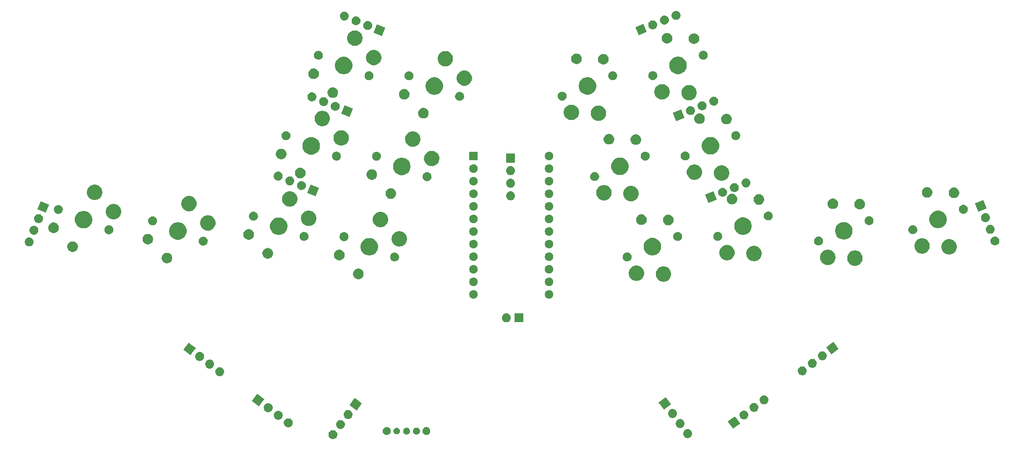
<source format=gbr>
G04 #@! TF.GenerationSoftware,KiCad,Pcbnew,(5.1.4)-1*
G04 #@! TF.CreationDate,2023-12-29T15:47:13-05:00*
G04 #@! TF.ProjectId,ThumbsUp,5468756d-6273-4557-902e-6b696361645f,rev?*
G04 #@! TF.SameCoordinates,Original*
G04 #@! TF.FileFunction,Soldermask,Top*
G04 #@! TF.FilePolarity,Negative*
%FSLAX46Y46*%
G04 Gerber Fmt 4.6, Leading zero omitted, Abs format (unit mm)*
G04 Created by KiCad (PCBNEW (5.1.4)-1) date 2023-12-29 15:47:13*
%MOMM*%
%LPD*%
G04 APERTURE LIST*
%ADD10C,0.100000*%
G04 APERTURE END LIST*
D10*
G36*
X115844727Y-142606955D02*
G01*
X115910911Y-142613473D01*
X116080750Y-142664993D01*
X116237275Y-142748658D01*
X116273013Y-142777988D01*
X116374470Y-142861250D01*
X116452530Y-142956368D01*
X116487062Y-142998445D01*
X116570727Y-143154970D01*
X116622247Y-143324809D01*
X116639643Y-143501436D01*
X116622247Y-143678063D01*
X116570727Y-143847902D01*
X116487062Y-144004427D01*
X116457732Y-144040165D01*
X116374470Y-144141622D01*
X116298663Y-144203834D01*
X116237275Y-144254214D01*
X116080750Y-144337879D01*
X115910911Y-144389399D01*
X115844727Y-144395917D01*
X115778544Y-144402436D01*
X115690024Y-144402436D01*
X115623841Y-144395917D01*
X115557657Y-144389399D01*
X115387818Y-144337879D01*
X115231293Y-144254214D01*
X115169905Y-144203834D01*
X115094098Y-144141622D01*
X115010836Y-144040165D01*
X114981506Y-144004427D01*
X114897841Y-143847902D01*
X114846321Y-143678063D01*
X114828925Y-143501436D01*
X114846321Y-143324809D01*
X114897841Y-143154970D01*
X114981506Y-142998445D01*
X115016038Y-142956368D01*
X115094098Y-142861250D01*
X115195555Y-142777988D01*
X115231293Y-142748658D01*
X115387818Y-142664993D01*
X115557657Y-142613473D01*
X115623841Y-142606955D01*
X115690024Y-142600436D01*
X115778544Y-142600436D01*
X115844727Y-142606955D01*
X115844727Y-142606955D01*
G37*
G36*
X187404086Y-142408353D02*
G01*
X187470270Y-142414871D01*
X187640109Y-142466391D01*
X187796634Y-142550056D01*
X187832372Y-142579386D01*
X187933829Y-142662648D01*
X188017091Y-142764105D01*
X188046421Y-142799843D01*
X188130086Y-142956368D01*
X188181606Y-143126207D01*
X188199002Y-143302834D01*
X188181606Y-143479461D01*
X188130086Y-143649300D01*
X188046421Y-143805825D01*
X188017091Y-143841563D01*
X187933829Y-143943020D01*
X187859003Y-144004427D01*
X187796634Y-144055612D01*
X187640109Y-144139277D01*
X187470270Y-144190797D01*
X187404086Y-144197315D01*
X187337903Y-144203834D01*
X187249383Y-144203834D01*
X187183200Y-144197315D01*
X187117016Y-144190797D01*
X186947177Y-144139277D01*
X186790652Y-144055612D01*
X186728283Y-144004427D01*
X186653457Y-143943020D01*
X186570195Y-143841563D01*
X186540865Y-143805825D01*
X186457200Y-143649300D01*
X186405680Y-143479461D01*
X186388284Y-143302834D01*
X186405680Y-143126207D01*
X186457200Y-142956368D01*
X186540865Y-142799843D01*
X186570195Y-142764105D01*
X186653457Y-142662648D01*
X186754914Y-142579386D01*
X186790652Y-142550056D01*
X186947177Y-142466391D01*
X187117016Y-142414871D01*
X187183200Y-142408353D01*
X187249383Y-142401834D01*
X187337903Y-142401834D01*
X187404086Y-142408353D01*
X187404086Y-142408353D01*
G37*
G36*
X134823642Y-142019781D02*
G01*
X134969414Y-142080162D01*
X134969416Y-142080163D01*
X135100608Y-142167822D01*
X135212178Y-142279392D01*
X135293990Y-142401834D01*
X135299838Y-142410586D01*
X135360219Y-142556358D01*
X135391000Y-142711107D01*
X135391000Y-142868893D01*
X135360219Y-143023642D01*
X135319457Y-143122049D01*
X135299837Y-143169416D01*
X135212178Y-143300608D01*
X135100608Y-143412178D01*
X134969416Y-143499837D01*
X134969415Y-143499838D01*
X134969414Y-143499838D01*
X134823642Y-143560219D01*
X134668893Y-143591000D01*
X134511107Y-143591000D01*
X134356358Y-143560219D01*
X134210586Y-143499838D01*
X134210585Y-143499838D01*
X134210584Y-143499837D01*
X134079392Y-143412178D01*
X133967822Y-143300608D01*
X133880163Y-143169416D01*
X133860543Y-143122049D01*
X133819781Y-143023642D01*
X133789000Y-142868893D01*
X133789000Y-142711107D01*
X133819781Y-142556358D01*
X133880162Y-142410586D01*
X133886010Y-142401834D01*
X133967822Y-142279392D01*
X134079392Y-142167822D01*
X134210584Y-142080163D01*
X134210586Y-142080162D01*
X134356358Y-142019781D01*
X134511107Y-141989000D01*
X134668893Y-141989000D01*
X134823642Y-142019781D01*
X134823642Y-142019781D01*
G37*
G36*
X126823642Y-142019781D02*
G01*
X126969414Y-142080162D01*
X126969416Y-142080163D01*
X127100608Y-142167822D01*
X127212178Y-142279392D01*
X127293990Y-142401834D01*
X127299838Y-142410586D01*
X127360219Y-142556358D01*
X127391000Y-142711107D01*
X127391000Y-142868893D01*
X127360219Y-143023642D01*
X127319457Y-143122049D01*
X127299837Y-143169416D01*
X127212178Y-143300608D01*
X127100608Y-143412178D01*
X126969416Y-143499837D01*
X126969415Y-143499838D01*
X126969414Y-143499838D01*
X126823642Y-143560219D01*
X126668893Y-143591000D01*
X126511107Y-143591000D01*
X126356358Y-143560219D01*
X126210586Y-143499838D01*
X126210585Y-143499838D01*
X126210584Y-143499837D01*
X126079392Y-143412178D01*
X125967822Y-143300608D01*
X125880163Y-143169416D01*
X125860543Y-143122049D01*
X125819781Y-143023642D01*
X125789000Y-142868893D01*
X125789000Y-142711107D01*
X125819781Y-142556358D01*
X125880162Y-142410586D01*
X125886010Y-142401834D01*
X125967822Y-142279392D01*
X126079392Y-142167822D01*
X126210584Y-142080163D01*
X126210586Y-142080162D01*
X126356358Y-142019781D01*
X126511107Y-141989000D01*
X126668893Y-141989000D01*
X126823642Y-142019781D01*
X126823642Y-142019781D01*
G37*
G36*
X132794473Y-142115938D02*
G01*
X132922049Y-142168782D01*
X133036859Y-142245495D01*
X133134505Y-142343141D01*
X133211218Y-142457951D01*
X133264062Y-142585527D01*
X133291000Y-142720956D01*
X133291000Y-142859044D01*
X133264062Y-142994473D01*
X133211218Y-143122049D01*
X133134505Y-143236859D01*
X133036859Y-143334505D01*
X132922049Y-143411218D01*
X132794473Y-143464062D01*
X132659044Y-143491000D01*
X132520956Y-143491000D01*
X132385527Y-143464062D01*
X132257951Y-143411218D01*
X132143141Y-143334505D01*
X132045495Y-143236859D01*
X131968782Y-143122049D01*
X131915938Y-142994473D01*
X131889000Y-142859044D01*
X131889000Y-142720956D01*
X131915938Y-142585527D01*
X131968782Y-142457951D01*
X132045495Y-142343141D01*
X132143141Y-142245495D01*
X132257951Y-142168782D01*
X132385527Y-142115938D01*
X132520956Y-142089000D01*
X132659044Y-142089000D01*
X132794473Y-142115938D01*
X132794473Y-142115938D01*
G37*
G36*
X130794473Y-142115938D02*
G01*
X130922049Y-142168782D01*
X131036859Y-142245495D01*
X131134505Y-142343141D01*
X131211218Y-142457951D01*
X131264062Y-142585527D01*
X131291000Y-142720956D01*
X131291000Y-142859044D01*
X131264062Y-142994473D01*
X131211218Y-143122049D01*
X131134505Y-143236859D01*
X131036859Y-143334505D01*
X130922049Y-143411218D01*
X130794473Y-143464062D01*
X130659044Y-143491000D01*
X130520956Y-143491000D01*
X130385527Y-143464062D01*
X130257951Y-143411218D01*
X130143141Y-143334505D01*
X130045495Y-143236859D01*
X129968782Y-143122049D01*
X129915938Y-142994473D01*
X129889000Y-142859044D01*
X129889000Y-142720956D01*
X129915938Y-142585527D01*
X129968782Y-142457951D01*
X130045495Y-142343141D01*
X130143141Y-142245495D01*
X130257951Y-142168782D01*
X130385527Y-142115938D01*
X130520956Y-142089000D01*
X130659044Y-142089000D01*
X130794473Y-142115938D01*
X130794473Y-142115938D01*
G37*
G36*
X128771067Y-142162262D02*
G01*
X128779890Y-142164017D01*
X128898364Y-142213091D01*
X129004988Y-142284335D01*
X129095665Y-142375012D01*
X129156723Y-142466391D01*
X129166910Y-142481638D01*
X129215983Y-142600110D01*
X129241000Y-142725881D01*
X129241000Y-142854119D01*
X129238061Y-142868893D01*
X129215983Y-142979890D01*
X129166909Y-143098364D01*
X129095665Y-143204988D01*
X129004988Y-143295665D01*
X128898364Y-143366909D01*
X128898363Y-143366910D01*
X128898362Y-143366910D01*
X128779890Y-143415983D01*
X128654119Y-143441000D01*
X128525881Y-143441000D01*
X128400110Y-143415983D01*
X128281638Y-143366910D01*
X128281637Y-143366910D01*
X128281636Y-143366909D01*
X128175012Y-143295665D01*
X128084335Y-143204988D01*
X128013091Y-143098364D01*
X127964017Y-142979890D01*
X127941939Y-142868893D01*
X127939000Y-142854119D01*
X127939000Y-142725881D01*
X127964017Y-142600110D01*
X128013090Y-142481638D01*
X128023278Y-142466391D01*
X128084335Y-142375012D01*
X128175012Y-142284335D01*
X128281636Y-142213091D01*
X128400110Y-142164017D01*
X128408933Y-142162262D01*
X128525881Y-142139000D01*
X128654119Y-142139000D01*
X128771067Y-142162262D01*
X128771067Y-142162262D01*
G37*
G36*
X117373337Y-140578420D02*
G01*
X117439521Y-140584938D01*
X117609360Y-140636458D01*
X117765885Y-140720123D01*
X117801623Y-140749453D01*
X117903080Y-140832715D01*
X117981140Y-140927833D01*
X118015672Y-140969910D01*
X118099337Y-141126435D01*
X118150857Y-141296274D01*
X118168253Y-141472901D01*
X118150857Y-141649528D01*
X118099337Y-141819367D01*
X118015672Y-141975892D01*
X118004914Y-141989000D01*
X117903080Y-142113087D01*
X117835214Y-142168782D01*
X117765885Y-142225679D01*
X117609360Y-142309344D01*
X117439521Y-142360864D01*
X117373336Y-142367383D01*
X117307154Y-142373901D01*
X117218634Y-142373901D01*
X117152452Y-142367383D01*
X117086267Y-142360864D01*
X116916428Y-142309344D01*
X116759903Y-142225679D01*
X116690574Y-142168782D01*
X116622708Y-142113087D01*
X116520874Y-141989000D01*
X116510116Y-141975892D01*
X116426451Y-141819367D01*
X116374931Y-141649528D01*
X116357535Y-141472901D01*
X116374931Y-141296274D01*
X116426451Y-141126435D01*
X116510116Y-140969910D01*
X116544648Y-140927833D01*
X116622708Y-140832715D01*
X116724165Y-140749453D01*
X116759903Y-140720123D01*
X116916428Y-140636458D01*
X117086267Y-140584938D01*
X117152451Y-140578420D01*
X117218634Y-140571901D01*
X117307154Y-140571901D01*
X117373337Y-140578420D01*
X117373337Y-140578420D01*
G37*
G36*
X197223490Y-140373996D02*
G01*
X197878707Y-141243498D01*
X197878707Y-141243499D01*
X197114503Y-141819367D01*
X196439566Y-142327969D01*
X196439565Y-142327969D01*
X195778665Y-141450924D01*
X195355095Y-140888828D01*
X195355095Y-140888827D01*
X196298743Y-140177738D01*
X196794236Y-139804357D01*
X196794237Y-139804357D01*
X197223490Y-140373996D01*
X197223490Y-140373996D01*
G37*
G36*
X185875475Y-140379817D02*
G01*
X185941660Y-140386336D01*
X186111499Y-140437856D01*
X186268024Y-140521521D01*
X186303762Y-140550851D01*
X186405219Y-140634113D01*
X186488481Y-140735570D01*
X186517811Y-140771308D01*
X186601476Y-140927833D01*
X186652996Y-141097672D01*
X186670392Y-141274299D01*
X186652996Y-141450926D01*
X186601476Y-141620765D01*
X186517811Y-141777290D01*
X186488481Y-141813028D01*
X186405219Y-141914485D01*
X186330393Y-141975892D01*
X186268024Y-142027077D01*
X186111499Y-142110742D01*
X185941660Y-142162262D01*
X185885207Y-142167822D01*
X185809293Y-142175299D01*
X185720773Y-142175299D01*
X185644859Y-142167822D01*
X185588406Y-142162262D01*
X185418567Y-142110742D01*
X185262042Y-142027077D01*
X185199673Y-141975892D01*
X185124847Y-141914485D01*
X185041585Y-141813028D01*
X185012255Y-141777290D01*
X184928590Y-141620765D01*
X184877070Y-141450926D01*
X184859674Y-141274299D01*
X184877070Y-141097672D01*
X184928590Y-140927833D01*
X185012255Y-140771308D01*
X185041585Y-140735570D01*
X185124847Y-140634113D01*
X185226304Y-140550851D01*
X185262042Y-140521521D01*
X185418567Y-140437856D01*
X185588406Y-140386336D01*
X185654591Y-140379817D01*
X185720773Y-140373299D01*
X185809293Y-140373299D01*
X185875475Y-140379817D01*
X185875475Y-140379817D01*
G37*
G36*
X106838763Y-140232569D02*
G01*
X106904947Y-140239087D01*
X107074786Y-140290607D01*
X107231311Y-140374272D01*
X107267049Y-140403602D01*
X107368506Y-140486864D01*
X107438293Y-140571901D01*
X107481098Y-140624059D01*
X107564763Y-140780584D01*
X107616283Y-140950423D01*
X107633679Y-141127050D01*
X107616283Y-141303677D01*
X107564763Y-141473516D01*
X107481098Y-141630041D01*
X107465107Y-141649526D01*
X107368506Y-141767236D01*
X107267049Y-141850498D01*
X107231311Y-141879828D01*
X107074786Y-141963493D01*
X106904947Y-142015013D01*
X106838763Y-142021531D01*
X106772580Y-142028050D01*
X106684060Y-142028050D01*
X106617877Y-142021531D01*
X106551693Y-142015013D01*
X106381854Y-141963493D01*
X106225329Y-141879828D01*
X106189591Y-141850498D01*
X106088134Y-141767236D01*
X105991533Y-141649526D01*
X105975542Y-141630041D01*
X105891877Y-141473516D01*
X105840357Y-141303677D01*
X105822961Y-141127050D01*
X105840357Y-140950423D01*
X105891877Y-140780584D01*
X105975542Y-140624059D01*
X106018347Y-140571901D01*
X106088134Y-140486864D01*
X106189591Y-140403602D01*
X106225329Y-140374272D01*
X106381854Y-140290607D01*
X106551693Y-140239087D01*
X106617877Y-140232569D01*
X106684060Y-140226050D01*
X106772580Y-140226050D01*
X106838763Y-140232569D01*
X106838763Y-140232569D01*
G37*
G36*
X104810228Y-138703959D02*
G01*
X104876412Y-138710477D01*
X105046251Y-138761997D01*
X105046253Y-138761998D01*
X105088865Y-138784775D01*
X105202776Y-138845662D01*
X105238514Y-138874992D01*
X105339971Y-138958254D01*
X105402594Y-139034562D01*
X105452563Y-139095449D01*
X105536228Y-139251974D01*
X105587748Y-139421813D01*
X105605144Y-139598440D01*
X105587748Y-139775067D01*
X105536228Y-139944906D01*
X105536227Y-139944908D01*
X105534917Y-139947358D01*
X105452563Y-140101431D01*
X105426057Y-140133728D01*
X105339971Y-140238626D01*
X105238514Y-140321888D01*
X105202776Y-140351218D01*
X105046251Y-140434883D01*
X104876412Y-140486403D01*
X104810227Y-140492922D01*
X104744045Y-140499440D01*
X104655525Y-140499440D01*
X104589343Y-140492922D01*
X104523158Y-140486403D01*
X104353319Y-140434883D01*
X104196794Y-140351218D01*
X104161056Y-140321888D01*
X104059599Y-140238626D01*
X103973513Y-140133728D01*
X103947007Y-140101431D01*
X103864653Y-139947358D01*
X103863343Y-139944908D01*
X103863342Y-139944906D01*
X103811822Y-139775067D01*
X103794426Y-139598440D01*
X103811822Y-139421813D01*
X103863342Y-139251974D01*
X103947007Y-139095449D01*
X103996976Y-139034562D01*
X104059599Y-138958254D01*
X104161056Y-138874992D01*
X104196794Y-138845662D01*
X104310705Y-138784775D01*
X104353317Y-138761998D01*
X104353319Y-138761997D01*
X104523158Y-138710477D01*
X104589342Y-138703959D01*
X104655525Y-138697440D01*
X104744045Y-138697440D01*
X104810228Y-138703959D01*
X104810228Y-138703959D01*
G37*
G36*
X198755878Y-138643072D02*
G01*
X198822062Y-138649590D01*
X198991901Y-138701110D01*
X199148426Y-138784775D01*
X199172072Y-138804181D01*
X199285621Y-138897367D01*
X199368883Y-138998824D01*
X199398213Y-139034562D01*
X199481878Y-139191087D01*
X199533398Y-139360926D01*
X199550794Y-139537553D01*
X199533398Y-139714180D01*
X199481878Y-139884019D01*
X199398213Y-140040544D01*
X199368883Y-140076282D01*
X199285621Y-140177739D01*
X199210867Y-140239087D01*
X199148426Y-140290331D01*
X199148424Y-140290332D01*
X199034514Y-140351219D01*
X198991901Y-140373996D01*
X198822062Y-140425516D01*
X198755878Y-140432034D01*
X198689695Y-140438553D01*
X198601175Y-140438553D01*
X198534992Y-140432034D01*
X198468808Y-140425516D01*
X198298969Y-140373996D01*
X198256357Y-140351219D01*
X198142446Y-140290332D01*
X198142444Y-140290331D01*
X198080003Y-140239087D01*
X198005249Y-140177739D01*
X197921987Y-140076282D01*
X197892657Y-140040544D01*
X197808992Y-139884019D01*
X197757472Y-139714180D01*
X197740076Y-139537553D01*
X197757472Y-139360926D01*
X197808992Y-139191087D01*
X197892657Y-139034562D01*
X197921987Y-138998824D01*
X198005249Y-138897367D01*
X198118798Y-138804181D01*
X198142444Y-138784775D01*
X198298969Y-138701110D01*
X198468808Y-138649590D01*
X198534992Y-138643072D01*
X198601175Y-138636553D01*
X198689695Y-138636553D01*
X198755878Y-138643072D01*
X198755878Y-138643072D01*
G37*
G36*
X118901947Y-138549886D02*
G01*
X118968131Y-138556404D01*
X119137970Y-138607924D01*
X119294495Y-138691589D01*
X119316947Y-138710015D01*
X119431690Y-138804181D01*
X119509750Y-138899299D01*
X119544282Y-138941376D01*
X119553304Y-138958255D01*
X119626638Y-139095451D01*
X119627947Y-139097901D01*
X119679467Y-139267740D01*
X119696863Y-139444367D01*
X119679467Y-139620994D01*
X119627947Y-139790833D01*
X119544282Y-139947358D01*
X119514952Y-139983096D01*
X119431690Y-140084553D01*
X119355883Y-140146765D01*
X119294495Y-140197145D01*
X119137970Y-140280810D01*
X118968131Y-140332330D01*
X118901946Y-140338849D01*
X118835764Y-140345367D01*
X118747244Y-140345367D01*
X118681062Y-140338849D01*
X118614877Y-140332330D01*
X118445038Y-140280810D01*
X118288513Y-140197145D01*
X118227125Y-140146765D01*
X118151318Y-140084553D01*
X118068056Y-139983096D01*
X118038726Y-139947358D01*
X117955061Y-139790833D01*
X117903541Y-139620994D01*
X117886145Y-139444367D01*
X117903541Y-139267740D01*
X117955061Y-139097901D01*
X117956371Y-139095451D01*
X118029704Y-138958255D01*
X118038726Y-138941376D01*
X118073258Y-138899299D01*
X118151318Y-138804181D01*
X118266061Y-138710015D01*
X118288513Y-138691589D01*
X118445038Y-138607924D01*
X118614877Y-138556404D01*
X118681061Y-138549886D01*
X118747244Y-138543367D01*
X118835764Y-138543367D01*
X118901947Y-138549886D01*
X118901947Y-138549886D01*
G37*
G36*
X184346865Y-138351283D02*
G01*
X184413050Y-138357802D01*
X184582889Y-138409322D01*
X184739414Y-138492987D01*
X184762498Y-138511932D01*
X184876609Y-138605579D01*
X184951996Y-138697440D01*
X184989201Y-138742774D01*
X185072866Y-138899299D01*
X185124386Y-139069138D01*
X185141782Y-139245765D01*
X185124386Y-139422392D01*
X185072866Y-139592231D01*
X184989201Y-139748756D01*
X184967608Y-139775067D01*
X184876609Y-139885951D01*
X184801783Y-139947358D01*
X184739414Y-139998543D01*
X184582889Y-140082208D01*
X184413050Y-140133728D01*
X184346866Y-140140246D01*
X184280683Y-140146765D01*
X184192163Y-140146765D01*
X184125980Y-140140246D01*
X184059796Y-140133728D01*
X183889957Y-140082208D01*
X183733432Y-139998543D01*
X183671063Y-139947358D01*
X183596237Y-139885951D01*
X183505238Y-139775067D01*
X183483645Y-139748756D01*
X183399980Y-139592231D01*
X183348460Y-139422392D01*
X183331064Y-139245765D01*
X183348460Y-139069138D01*
X183399980Y-138899299D01*
X183483645Y-138742774D01*
X183520850Y-138697440D01*
X183596237Y-138605579D01*
X183710348Y-138511932D01*
X183733432Y-138492987D01*
X183889957Y-138409322D01*
X184059796Y-138357802D01*
X184125981Y-138351283D01*
X184192163Y-138344765D01*
X184280683Y-138344765D01*
X184346865Y-138351283D01*
X184346865Y-138351283D01*
G37*
G36*
X102781694Y-137175349D02*
G01*
X102847878Y-137181867D01*
X103017717Y-137233387D01*
X103017719Y-137233388D01*
X103060331Y-137256165D01*
X103174242Y-137317052D01*
X103209980Y-137346382D01*
X103311437Y-137429644D01*
X103374060Y-137505952D01*
X103424029Y-137566839D01*
X103507694Y-137723364D01*
X103559214Y-137893203D01*
X103576610Y-138069830D01*
X103559214Y-138246457D01*
X103507694Y-138416296D01*
X103424029Y-138572821D01*
X103395220Y-138607925D01*
X103311437Y-138710016D01*
X103209980Y-138793278D01*
X103174242Y-138822608D01*
X103017717Y-138906273D01*
X102847878Y-138957793D01*
X102781693Y-138964312D01*
X102715511Y-138970830D01*
X102626991Y-138970830D01*
X102560809Y-138964312D01*
X102494624Y-138957793D01*
X102324785Y-138906273D01*
X102168260Y-138822608D01*
X102132522Y-138793278D01*
X102031065Y-138710016D01*
X101947282Y-138607925D01*
X101918473Y-138572821D01*
X101834808Y-138416296D01*
X101783288Y-138246457D01*
X101765892Y-138069830D01*
X101783288Y-137893203D01*
X101834808Y-137723364D01*
X101918473Y-137566839D01*
X101968442Y-137505952D01*
X102031065Y-137429644D01*
X102132522Y-137346382D01*
X102168260Y-137317052D01*
X102282171Y-137256165D01*
X102324783Y-137233388D01*
X102324785Y-137233387D01*
X102494624Y-137181867D01*
X102560808Y-137175349D01*
X102626991Y-137168830D01*
X102715511Y-137168830D01*
X102781694Y-137175349D01*
X102781694Y-137175349D01*
G37*
G36*
X200784411Y-137114461D02*
G01*
X200850596Y-137120980D01*
X201020435Y-137172500D01*
X201176960Y-137256165D01*
X201212698Y-137285495D01*
X201314155Y-137368757D01*
X201397417Y-137470214D01*
X201426747Y-137505952D01*
X201510412Y-137662477D01*
X201561932Y-137832316D01*
X201579328Y-138008943D01*
X201561932Y-138185570D01*
X201510412Y-138355409D01*
X201426747Y-138511934D01*
X201400950Y-138543367D01*
X201314155Y-138649129D01*
X201239401Y-138710477D01*
X201176960Y-138761721D01*
X201176958Y-138761722D01*
X201063048Y-138822609D01*
X201020435Y-138845386D01*
X200850596Y-138896906D01*
X200784411Y-138903425D01*
X200718229Y-138909943D01*
X200629709Y-138909943D01*
X200563527Y-138903425D01*
X200497342Y-138896906D01*
X200327503Y-138845386D01*
X200284891Y-138822609D01*
X200170980Y-138761722D01*
X200170978Y-138761721D01*
X200108537Y-138710477D01*
X200033783Y-138649129D01*
X199946988Y-138543367D01*
X199921191Y-138511934D01*
X199837526Y-138355409D01*
X199786006Y-138185570D01*
X199768610Y-138008943D01*
X199786006Y-137832316D01*
X199837526Y-137662477D01*
X199921191Y-137505952D01*
X199950521Y-137470214D01*
X200033783Y-137368757D01*
X200135240Y-137285495D01*
X200170978Y-137256165D01*
X200327503Y-137172500D01*
X200497342Y-137120980D01*
X200563527Y-137114461D01*
X200629709Y-137107943D01*
X200718229Y-137107943D01*
X200784411Y-137114461D01*
X200784411Y-137114461D01*
G37*
G36*
X120575801Y-136480333D02*
G01*
X121581920Y-137238497D01*
X121581920Y-137238498D01*
X121216547Y-137723364D01*
X120497450Y-138677639D01*
X120497449Y-138677639D01*
X119844449Y-138185568D01*
X119058308Y-137593169D01*
X119058308Y-137593168D01*
X119635809Y-136826799D01*
X120142778Y-136154027D01*
X120142779Y-136154027D01*
X120575801Y-136480333D01*
X120575801Y-136480333D01*
G37*
G36*
X183192945Y-136363885D02*
G01*
X183969619Y-137394566D01*
X183969619Y-137394567D01*
X183388703Y-137832318D01*
X182530478Y-138479037D01*
X182530477Y-138479037D01*
X181739704Y-137429645D01*
X181446007Y-137039896D01*
X181446007Y-137039895D01*
X182422964Y-136303706D01*
X182885148Y-135955425D01*
X182885149Y-135955425D01*
X183192945Y-136363885D01*
X183192945Y-136363885D01*
G37*
G36*
X100880688Y-135592370D02*
G01*
X101904523Y-136363884D01*
X101904523Y-136363885D01*
X101438494Y-136982326D01*
X100820053Y-137803026D01*
X100820052Y-137803026D01*
X100063751Y-137233112D01*
X99380911Y-136718556D01*
X99380911Y-136718555D01*
X100127684Y-135727554D01*
X100465381Y-135279414D01*
X100465382Y-135279414D01*
X100880688Y-135592370D01*
X100880688Y-135592370D01*
G37*
G36*
X202812946Y-135585851D02*
G01*
X202879131Y-135592370D01*
X203048970Y-135643890D01*
X203205495Y-135727555D01*
X203241233Y-135756885D01*
X203342690Y-135840147D01*
X203425952Y-135941604D01*
X203455282Y-135977342D01*
X203538947Y-136133867D01*
X203590467Y-136303706D01*
X203607863Y-136480333D01*
X203590467Y-136656960D01*
X203538947Y-136826799D01*
X203455282Y-136983324D01*
X203425952Y-137019062D01*
X203342690Y-137120519D01*
X203267936Y-137181867D01*
X203205495Y-137233111D01*
X203048970Y-137316776D01*
X202879131Y-137368296D01*
X202812946Y-137374815D01*
X202746764Y-137381333D01*
X202658244Y-137381333D01*
X202592062Y-137374815D01*
X202525877Y-137368296D01*
X202356038Y-137316776D01*
X202199513Y-137233111D01*
X202137072Y-137181867D01*
X202062318Y-137120519D01*
X201979056Y-137019062D01*
X201949726Y-136983324D01*
X201866061Y-136826799D01*
X201814541Y-136656960D01*
X201797145Y-136480333D01*
X201814541Y-136303706D01*
X201866061Y-136133867D01*
X201949726Y-135977342D01*
X201979056Y-135941604D01*
X202062318Y-135840147D01*
X202163775Y-135756885D01*
X202199513Y-135727555D01*
X202356038Y-135643890D01*
X202525877Y-135592370D01*
X202592062Y-135585851D01*
X202658244Y-135579333D01*
X202746764Y-135579333D01*
X202812946Y-135585851D01*
X202812946Y-135585851D01*
G37*
G36*
X93003060Y-129897029D02*
G01*
X93069245Y-129903548D01*
X93239084Y-129955068D01*
X93395609Y-130038733D01*
X93431347Y-130068063D01*
X93532804Y-130151325D01*
X93616066Y-130252782D01*
X93645396Y-130288520D01*
X93729061Y-130445045D01*
X93780581Y-130614884D01*
X93797977Y-130791511D01*
X93780581Y-130968138D01*
X93729061Y-131137977D01*
X93645396Y-131294502D01*
X93616066Y-131330240D01*
X93532804Y-131431697D01*
X93431347Y-131514959D01*
X93395609Y-131544289D01*
X93239084Y-131627954D01*
X93069245Y-131679474D01*
X93003060Y-131685993D01*
X92936878Y-131692511D01*
X92848358Y-131692511D01*
X92782176Y-131685993D01*
X92715991Y-131679474D01*
X92546152Y-131627954D01*
X92389627Y-131544289D01*
X92353889Y-131514959D01*
X92252432Y-131431697D01*
X92169170Y-131330240D01*
X92139840Y-131294502D01*
X92056175Y-131137977D01*
X92004655Y-130968138D01*
X91987259Y-130791511D01*
X92004655Y-130614884D01*
X92056175Y-130445045D01*
X92139840Y-130288520D01*
X92169170Y-130252782D01*
X92252432Y-130151325D01*
X92353889Y-130068063D01*
X92389627Y-130038733D01*
X92546152Y-129955068D01*
X92715991Y-129903548D01*
X92782176Y-129897029D01*
X92848358Y-129890511D01*
X92936878Y-129890511D01*
X93003060Y-129897029D01*
X93003060Y-129897029D01*
G37*
G36*
X210525584Y-129743425D02*
G01*
X210591768Y-129749943D01*
X210761607Y-129801463D01*
X210918132Y-129885128D01*
X210953870Y-129914458D01*
X211055327Y-129997720D01*
X211138589Y-130099177D01*
X211167919Y-130134915D01*
X211251584Y-130291440D01*
X211303104Y-130461279D01*
X211320500Y-130637906D01*
X211303104Y-130814533D01*
X211251584Y-130984372D01*
X211167919Y-131140897D01*
X211138589Y-131176635D01*
X211055327Y-131278092D01*
X210953870Y-131361354D01*
X210918132Y-131390684D01*
X210761607Y-131474349D01*
X210591768Y-131525869D01*
X210525584Y-131532387D01*
X210459401Y-131538906D01*
X210370881Y-131538906D01*
X210304698Y-131532387D01*
X210238514Y-131525869D01*
X210068675Y-131474349D01*
X209912150Y-131390684D01*
X209876412Y-131361354D01*
X209774955Y-131278092D01*
X209691693Y-131176635D01*
X209662363Y-131140897D01*
X209578698Y-130984372D01*
X209527178Y-130814533D01*
X209509782Y-130637906D01*
X209527178Y-130461279D01*
X209578698Y-130291440D01*
X209662363Y-130134915D01*
X209691693Y-130099177D01*
X209774955Y-129997720D01*
X209876412Y-129914458D01*
X209912150Y-129885128D01*
X210068675Y-129801463D01*
X210238514Y-129749943D01*
X210304698Y-129743425D01*
X210370881Y-129736906D01*
X210459401Y-129736906D01*
X210525584Y-129743425D01*
X210525584Y-129743425D01*
G37*
G36*
X90974526Y-128368420D02*
G01*
X91040710Y-128374938D01*
X91210549Y-128426458D01*
X91367074Y-128510123D01*
X91402812Y-128539453D01*
X91504269Y-128622715D01*
X91587531Y-128724172D01*
X91616861Y-128759910D01*
X91700526Y-128916435D01*
X91752046Y-129086274D01*
X91769442Y-129262901D01*
X91752046Y-129439528D01*
X91700526Y-129609367D01*
X91616861Y-129765892D01*
X91587668Y-129801463D01*
X91504269Y-129903087D01*
X91402812Y-129986349D01*
X91367074Y-130015679D01*
X91210549Y-130099344D01*
X91040710Y-130150864D01*
X90974525Y-130157383D01*
X90908343Y-130163901D01*
X90819823Y-130163901D01*
X90753641Y-130157383D01*
X90687456Y-130150864D01*
X90517617Y-130099344D01*
X90361092Y-130015679D01*
X90325354Y-129986349D01*
X90223897Y-129903087D01*
X90140498Y-129801463D01*
X90111305Y-129765892D01*
X90027640Y-129609367D01*
X89976120Y-129439528D01*
X89958724Y-129262901D01*
X89976120Y-129086274D01*
X90027640Y-128916435D01*
X90111305Y-128759910D01*
X90140635Y-128724172D01*
X90223897Y-128622715D01*
X90325354Y-128539453D01*
X90361092Y-128510123D01*
X90517617Y-128426458D01*
X90687456Y-128374938D01*
X90753640Y-128368420D01*
X90819823Y-128361901D01*
X90908343Y-128361901D01*
X90974526Y-128368420D01*
X90974526Y-128368420D01*
G37*
G36*
X212554119Y-128214815D02*
G01*
X212620303Y-128221333D01*
X212790142Y-128272853D01*
X212946667Y-128356518D01*
X212982405Y-128385848D01*
X213083862Y-128469110D01*
X213167124Y-128570567D01*
X213196454Y-128606305D01*
X213280119Y-128762830D01*
X213331639Y-128932669D01*
X213349035Y-129109296D01*
X213331639Y-129285923D01*
X213280119Y-129455762D01*
X213196454Y-129612287D01*
X213167124Y-129648025D01*
X213083862Y-129749482D01*
X212982405Y-129832744D01*
X212946667Y-129862074D01*
X212790142Y-129945739D01*
X212620303Y-129997259D01*
X212554118Y-130003778D01*
X212487936Y-130010296D01*
X212399416Y-130010296D01*
X212333234Y-130003778D01*
X212267049Y-129997259D01*
X212097210Y-129945739D01*
X211940685Y-129862074D01*
X211904947Y-129832744D01*
X211803490Y-129749482D01*
X211720228Y-129648025D01*
X211690898Y-129612287D01*
X211607233Y-129455762D01*
X211555713Y-129285923D01*
X211538317Y-129109296D01*
X211555713Y-128932669D01*
X211607233Y-128762830D01*
X211690898Y-128606305D01*
X211720228Y-128570567D01*
X211803490Y-128469110D01*
X211904947Y-128385848D01*
X211940685Y-128356518D01*
X212097210Y-128272853D01*
X212267049Y-128221333D01*
X212333233Y-128214815D01*
X212399416Y-128208296D01*
X212487936Y-128208296D01*
X212554119Y-128214815D01*
X212554119Y-128214815D01*
G37*
G36*
X88945992Y-126839810D02*
G01*
X89012176Y-126846328D01*
X89182015Y-126897848D01*
X89338540Y-126981513D01*
X89374278Y-127010843D01*
X89475735Y-127094105D01*
X89558997Y-127195562D01*
X89588327Y-127231300D01*
X89671992Y-127387825D01*
X89723512Y-127557664D01*
X89740908Y-127734291D01*
X89723512Y-127910918D01*
X89671992Y-128080757D01*
X89588327Y-128237282D01*
X89559134Y-128272853D01*
X89475735Y-128374477D01*
X89374278Y-128457739D01*
X89338540Y-128487069D01*
X89182015Y-128570734D01*
X89012176Y-128622254D01*
X88945991Y-128628773D01*
X88879809Y-128635291D01*
X88791289Y-128635291D01*
X88725107Y-128628773D01*
X88658922Y-128622254D01*
X88489083Y-128570734D01*
X88332558Y-128487069D01*
X88296820Y-128457739D01*
X88195363Y-128374477D01*
X88111964Y-128272853D01*
X88082771Y-128237282D01*
X87999106Y-128080757D01*
X87947586Y-127910918D01*
X87930190Y-127734291D01*
X87947586Y-127557664D01*
X87999106Y-127387825D01*
X88082771Y-127231300D01*
X88112101Y-127195562D01*
X88195363Y-127094105D01*
X88296820Y-127010843D01*
X88332558Y-126981513D01*
X88489083Y-126897848D01*
X88658922Y-126846328D01*
X88725106Y-126839810D01*
X88791289Y-126833291D01*
X88879809Y-126833291D01*
X88945992Y-126839810D01*
X88945992Y-126839810D01*
G37*
G36*
X214582653Y-126686205D02*
G01*
X214648837Y-126692723D01*
X214818676Y-126744243D01*
X214975201Y-126827908D01*
X215010939Y-126857238D01*
X215112396Y-126940500D01*
X215195658Y-127041957D01*
X215224988Y-127077695D01*
X215308653Y-127234220D01*
X215360173Y-127404059D01*
X215377569Y-127580686D01*
X215360173Y-127757313D01*
X215308653Y-127927152D01*
X215224988Y-128083677D01*
X215195658Y-128119415D01*
X215112396Y-128220872D01*
X215010939Y-128304134D01*
X214975201Y-128333464D01*
X214818676Y-128417129D01*
X214648837Y-128468649D01*
X214582652Y-128475168D01*
X214516470Y-128481686D01*
X214427950Y-128481686D01*
X214361768Y-128475168D01*
X214295583Y-128468649D01*
X214125744Y-128417129D01*
X213969219Y-128333464D01*
X213933481Y-128304134D01*
X213832024Y-128220872D01*
X213748762Y-128119415D01*
X213719432Y-128083677D01*
X213635767Y-127927152D01*
X213584247Y-127757313D01*
X213566851Y-127580686D01*
X213584247Y-127404059D01*
X213635767Y-127234220D01*
X213719432Y-127077695D01*
X213748762Y-127041957D01*
X213832024Y-126940500D01*
X213933481Y-126857238D01*
X213969219Y-126827908D01*
X214125744Y-126744243D01*
X214295583Y-126692723D01*
X214361767Y-126686205D01*
X214427950Y-126679686D01*
X214516470Y-126679686D01*
X214582653Y-126686205D01*
X214582653Y-126686205D01*
G37*
G36*
X87248121Y-125409904D02*
G01*
X88068821Y-126028345D01*
X88068821Y-126028346D01*
X87801558Y-126383016D01*
X86984351Y-127467487D01*
X86984350Y-127467487D01*
X86228414Y-126897848D01*
X85545209Y-126383017D01*
X85545209Y-126383016D01*
X86011238Y-125764575D01*
X86629679Y-124943875D01*
X86629680Y-124943875D01*
X87248121Y-125409904D01*
X87248121Y-125409904D01*
G37*
G36*
X217296521Y-125610970D02*
G01*
X217762550Y-126229411D01*
X217762550Y-126229412D01*
X217079345Y-126744243D01*
X216323409Y-127313882D01*
X216323408Y-127313882D01*
X215354688Y-126028346D01*
X215238938Y-125874741D01*
X215238938Y-125874740D01*
X216059638Y-125256299D01*
X216678079Y-124790270D01*
X216678080Y-124790270D01*
X217296521Y-125610970D01*
X217296521Y-125610970D01*
G37*
G36*
X150820442Y-119025518D02*
G01*
X150886627Y-119032037D01*
X151056466Y-119083557D01*
X151212991Y-119167222D01*
X151248729Y-119196552D01*
X151350186Y-119279814D01*
X151433448Y-119381271D01*
X151462778Y-119417009D01*
X151546443Y-119573534D01*
X151597963Y-119743373D01*
X151615359Y-119920000D01*
X151597963Y-120096627D01*
X151546443Y-120266466D01*
X151462778Y-120422991D01*
X151433448Y-120458729D01*
X151350186Y-120560186D01*
X151248729Y-120643448D01*
X151212991Y-120672778D01*
X151056466Y-120756443D01*
X150886627Y-120807963D01*
X150820442Y-120814482D01*
X150754260Y-120821000D01*
X150665740Y-120821000D01*
X150599558Y-120814482D01*
X150533373Y-120807963D01*
X150363534Y-120756443D01*
X150207009Y-120672778D01*
X150171271Y-120643448D01*
X150069814Y-120560186D01*
X149986552Y-120458729D01*
X149957222Y-120422991D01*
X149873557Y-120266466D01*
X149822037Y-120096627D01*
X149804641Y-119920000D01*
X149822037Y-119743373D01*
X149873557Y-119573534D01*
X149957222Y-119417009D01*
X149986552Y-119381271D01*
X150069814Y-119279814D01*
X150171271Y-119196552D01*
X150207009Y-119167222D01*
X150363534Y-119083557D01*
X150533373Y-119032037D01*
X150599558Y-119025518D01*
X150665740Y-119019000D01*
X150754260Y-119019000D01*
X150820442Y-119025518D01*
X150820442Y-119025518D01*
G37*
G36*
X154151000Y-120821000D02*
G01*
X152349000Y-120821000D01*
X152349000Y-119019000D01*
X154151000Y-119019000D01*
X154151000Y-120821000D01*
X154151000Y-120821000D01*
G37*
G36*
X144340228Y-114373703D02*
G01*
X144495100Y-114437853D01*
X144634481Y-114530985D01*
X144753015Y-114649519D01*
X144846147Y-114788900D01*
X144910297Y-114943772D01*
X144943000Y-115108184D01*
X144943000Y-115275816D01*
X144910297Y-115440228D01*
X144846147Y-115595100D01*
X144753015Y-115734481D01*
X144634481Y-115853015D01*
X144495100Y-115946147D01*
X144340228Y-116010297D01*
X144175816Y-116043000D01*
X144008184Y-116043000D01*
X143843772Y-116010297D01*
X143688900Y-115946147D01*
X143549519Y-115853015D01*
X143430985Y-115734481D01*
X143337853Y-115595100D01*
X143273703Y-115440228D01*
X143241000Y-115275816D01*
X143241000Y-115108184D01*
X143273703Y-114943772D01*
X143337853Y-114788900D01*
X143430985Y-114649519D01*
X143549519Y-114530985D01*
X143688900Y-114437853D01*
X143843772Y-114373703D01*
X144008184Y-114341000D01*
X144175816Y-114341000D01*
X144340228Y-114373703D01*
X144340228Y-114373703D01*
G37*
G36*
X159580228Y-114373703D02*
G01*
X159735100Y-114437853D01*
X159874481Y-114530985D01*
X159993015Y-114649519D01*
X160086147Y-114788900D01*
X160150297Y-114943772D01*
X160183000Y-115108184D01*
X160183000Y-115275816D01*
X160150297Y-115440228D01*
X160086147Y-115595100D01*
X159993015Y-115734481D01*
X159874481Y-115853015D01*
X159735100Y-115946147D01*
X159580228Y-116010297D01*
X159415816Y-116043000D01*
X159248184Y-116043000D01*
X159083772Y-116010297D01*
X158928900Y-115946147D01*
X158789519Y-115853015D01*
X158670985Y-115734481D01*
X158577853Y-115595100D01*
X158513703Y-115440228D01*
X158481000Y-115275816D01*
X158481000Y-115108184D01*
X158513703Y-114943772D01*
X158577853Y-114788900D01*
X158670985Y-114649519D01*
X158789519Y-114530985D01*
X158928900Y-114437853D01*
X159083772Y-114373703D01*
X159248184Y-114341000D01*
X159415816Y-114341000D01*
X159580228Y-114373703D01*
X159580228Y-114373703D01*
G37*
G36*
X159580228Y-111833703D02*
G01*
X159735100Y-111897853D01*
X159874481Y-111990985D01*
X159993015Y-112109519D01*
X160086147Y-112248900D01*
X160150297Y-112403772D01*
X160183000Y-112568184D01*
X160183000Y-112735816D01*
X160150297Y-112900228D01*
X160086147Y-113055100D01*
X159993015Y-113194481D01*
X159874481Y-113313015D01*
X159735100Y-113406147D01*
X159580228Y-113470297D01*
X159415816Y-113503000D01*
X159248184Y-113503000D01*
X159083772Y-113470297D01*
X158928900Y-113406147D01*
X158789519Y-113313015D01*
X158670985Y-113194481D01*
X158577853Y-113055100D01*
X158513703Y-112900228D01*
X158481000Y-112735816D01*
X158481000Y-112568184D01*
X158513703Y-112403772D01*
X158577853Y-112248900D01*
X158670985Y-112109519D01*
X158789519Y-111990985D01*
X158928900Y-111897853D01*
X159083772Y-111833703D01*
X159248184Y-111801000D01*
X159415816Y-111801000D01*
X159580228Y-111833703D01*
X159580228Y-111833703D01*
G37*
G36*
X144340228Y-111833703D02*
G01*
X144495100Y-111897853D01*
X144634481Y-111990985D01*
X144753015Y-112109519D01*
X144846147Y-112248900D01*
X144910297Y-112403772D01*
X144943000Y-112568184D01*
X144943000Y-112735816D01*
X144910297Y-112900228D01*
X144846147Y-113055100D01*
X144753015Y-113194481D01*
X144634481Y-113313015D01*
X144495100Y-113406147D01*
X144340228Y-113470297D01*
X144175816Y-113503000D01*
X144008184Y-113503000D01*
X143843772Y-113470297D01*
X143688900Y-113406147D01*
X143549519Y-113313015D01*
X143430985Y-113194481D01*
X143337853Y-113055100D01*
X143273703Y-112900228D01*
X143241000Y-112735816D01*
X143241000Y-112568184D01*
X143273703Y-112403772D01*
X143337853Y-112248900D01*
X143430985Y-112109519D01*
X143549519Y-111990985D01*
X143688900Y-111897853D01*
X143843772Y-111833703D01*
X144008184Y-111801000D01*
X144175816Y-111801000D01*
X144340228Y-111833703D01*
X144340228Y-111833703D01*
G37*
G36*
X182612470Y-109541146D02*
G01*
X182863108Y-109591001D01*
X183145372Y-109707918D01*
X183399403Y-109877656D01*
X183615439Y-110093692D01*
X183785177Y-110347723D01*
X183902094Y-110629987D01*
X183961698Y-110929637D01*
X183961698Y-111235157D01*
X183902094Y-111534807D01*
X183785177Y-111817071D01*
X183615439Y-112071102D01*
X183399403Y-112287138D01*
X183145372Y-112456876D01*
X182863108Y-112573793D01*
X182713283Y-112603595D01*
X182563459Y-112633397D01*
X182257937Y-112633397D01*
X182108113Y-112603595D01*
X181958288Y-112573793D01*
X181676024Y-112456876D01*
X181421993Y-112287138D01*
X181205957Y-112071102D01*
X181036219Y-111817071D01*
X180919302Y-111534807D01*
X180859698Y-111235157D01*
X180859698Y-110929637D01*
X180919302Y-110629987D01*
X181036219Y-110347723D01*
X181205957Y-110093692D01*
X181421993Y-109877656D01*
X181676024Y-109707918D01*
X181958288Y-109591001D01*
X182208926Y-109541146D01*
X182257937Y-109531397D01*
X182563459Y-109531397D01*
X182612470Y-109541146D01*
X182612470Y-109541146D01*
G37*
G36*
X177253229Y-109394427D02*
G01*
X177403054Y-109424229D01*
X177685318Y-109541146D01*
X177939349Y-109710884D01*
X178155385Y-109926920D01*
X178325123Y-110180951D01*
X178442040Y-110463215D01*
X178501644Y-110762865D01*
X178501644Y-111068385D01*
X178442040Y-111368035D01*
X178325123Y-111650299D01*
X178155385Y-111904330D01*
X177939349Y-112120366D01*
X177685318Y-112290104D01*
X177403054Y-112407021D01*
X177253229Y-112436823D01*
X177103405Y-112466625D01*
X176797883Y-112466625D01*
X176648059Y-112436823D01*
X176498234Y-112407021D01*
X176215970Y-112290104D01*
X175961939Y-112120366D01*
X175745903Y-111904330D01*
X175576165Y-111650299D01*
X175459248Y-111368035D01*
X175399644Y-111068385D01*
X175399644Y-110762865D01*
X175459248Y-110463215D01*
X175576165Y-110180951D01*
X175745903Y-109926920D01*
X175961939Y-109710884D01*
X176215970Y-109541146D01*
X176498234Y-109424229D01*
X176648059Y-109394427D01*
X176797883Y-109364625D01*
X177103405Y-109364625D01*
X177253229Y-109394427D01*
X177253229Y-109394427D01*
G37*
G36*
X121171765Y-110033467D02*
G01*
X121317162Y-110093693D01*
X121365948Y-110113901D01*
X121540707Y-110230671D01*
X121689327Y-110379291D01*
X121780069Y-110515097D01*
X121806098Y-110554052D01*
X121886531Y-110748233D01*
X121927534Y-110954372D01*
X121927534Y-111164556D01*
X121886531Y-111370695D01*
X121818553Y-111534806D01*
X121806097Y-111564878D01*
X121689327Y-111739637D01*
X121540707Y-111888257D01*
X121365948Y-112005027D01*
X121365947Y-112005028D01*
X121365946Y-112005028D01*
X121171765Y-112085461D01*
X120965626Y-112126464D01*
X120755442Y-112126464D01*
X120549303Y-112085461D01*
X120355122Y-112005028D01*
X120355121Y-112005028D01*
X120355120Y-112005027D01*
X120180361Y-111888257D01*
X120031741Y-111739637D01*
X119914971Y-111564878D01*
X119902515Y-111534806D01*
X119834537Y-111370695D01*
X119793534Y-111164556D01*
X119793534Y-110954372D01*
X119834537Y-110748233D01*
X119914970Y-110554052D01*
X119940999Y-110515097D01*
X120031741Y-110379291D01*
X120180361Y-110230671D01*
X120355120Y-110113901D01*
X120403906Y-110093693D01*
X120549303Y-110033467D01*
X120755442Y-109992464D01*
X120965626Y-109992464D01*
X121171765Y-110033467D01*
X121171765Y-110033467D01*
G37*
G36*
X144340228Y-109293703D02*
G01*
X144495100Y-109357853D01*
X144634481Y-109450985D01*
X144753015Y-109569519D01*
X144846147Y-109708900D01*
X144910297Y-109863772D01*
X144943000Y-110028184D01*
X144943000Y-110195816D01*
X144910297Y-110360228D01*
X144846147Y-110515100D01*
X144753015Y-110654481D01*
X144634481Y-110773015D01*
X144495100Y-110866147D01*
X144340228Y-110930297D01*
X144175816Y-110963000D01*
X144008184Y-110963000D01*
X143843772Y-110930297D01*
X143688900Y-110866147D01*
X143549519Y-110773015D01*
X143430985Y-110654481D01*
X143337853Y-110515100D01*
X143273703Y-110360228D01*
X143241000Y-110195816D01*
X143241000Y-110028184D01*
X143273703Y-109863772D01*
X143337853Y-109708900D01*
X143430985Y-109569519D01*
X143549519Y-109450985D01*
X143688900Y-109357853D01*
X143843772Y-109293703D01*
X144008184Y-109261000D01*
X144175816Y-109261000D01*
X144340228Y-109293703D01*
X144340228Y-109293703D01*
G37*
G36*
X159580228Y-109293703D02*
G01*
X159735100Y-109357853D01*
X159874481Y-109450985D01*
X159993015Y-109569519D01*
X160086147Y-109708900D01*
X160150297Y-109863772D01*
X160183000Y-110028184D01*
X160183000Y-110195816D01*
X160150297Y-110360228D01*
X160086147Y-110515100D01*
X159993015Y-110654481D01*
X159874481Y-110773015D01*
X159735100Y-110866147D01*
X159580228Y-110930297D01*
X159415816Y-110963000D01*
X159248184Y-110963000D01*
X159083772Y-110930297D01*
X158928900Y-110866147D01*
X158789519Y-110773015D01*
X158670985Y-110654481D01*
X158577853Y-110515100D01*
X158513703Y-110360228D01*
X158481000Y-110195816D01*
X158481000Y-110028184D01*
X158513703Y-109863772D01*
X158577853Y-109708900D01*
X158670985Y-109569519D01*
X158789519Y-109450985D01*
X158928900Y-109357853D01*
X159083772Y-109293703D01*
X159248184Y-109261000D01*
X159415816Y-109261000D01*
X159580228Y-109293703D01*
X159580228Y-109293703D01*
G37*
G36*
X221226249Y-106343317D02*
G01*
X221476887Y-106393172D01*
X221759151Y-106510089D01*
X222013182Y-106679827D01*
X222229218Y-106895863D01*
X222398956Y-107149894D01*
X222496895Y-107386342D01*
X222515873Y-107432159D01*
X222572098Y-107714818D01*
X222575477Y-107731808D01*
X222575477Y-108037328D01*
X222515873Y-108336978D01*
X222398956Y-108619242D01*
X222229218Y-108873273D01*
X222013182Y-109089309D01*
X221759151Y-109259047D01*
X221476887Y-109375964D01*
X221327062Y-109405766D01*
X221177238Y-109435568D01*
X220871716Y-109435568D01*
X220721892Y-109405766D01*
X220572067Y-109375964D01*
X220289803Y-109259047D01*
X220035772Y-109089309D01*
X219819736Y-108873273D01*
X219649998Y-108619242D01*
X219533081Y-108336978D01*
X219473477Y-108037328D01*
X219473477Y-107731808D01*
X219476857Y-107714818D01*
X219533081Y-107432159D01*
X219552059Y-107386342D01*
X219649998Y-107149894D01*
X219819736Y-106895863D01*
X220035772Y-106679827D01*
X220289803Y-106510089D01*
X220572067Y-106393172D01*
X220822705Y-106343317D01*
X220871716Y-106333568D01*
X221177238Y-106333568D01*
X221226249Y-106343317D01*
X221226249Y-106343317D01*
G37*
G36*
X215867008Y-106196598D02*
G01*
X216016833Y-106226400D01*
X216299097Y-106343317D01*
X216553128Y-106513055D01*
X216769164Y-106729091D01*
X216938902Y-106983122D01*
X217055819Y-107265386D01*
X217075218Y-107362914D01*
X217115423Y-107565035D01*
X217115423Y-107870557D01*
X217105104Y-107922432D01*
X217055819Y-108170206D01*
X216938902Y-108452470D01*
X216769164Y-108706501D01*
X216553128Y-108922537D01*
X216299097Y-109092275D01*
X216016833Y-109209192D01*
X215867008Y-109238994D01*
X215717184Y-109268796D01*
X215411662Y-109268796D01*
X215261838Y-109238994D01*
X215112013Y-109209192D01*
X214829749Y-109092275D01*
X214575718Y-108922537D01*
X214359682Y-108706501D01*
X214189944Y-108452470D01*
X214073027Y-108170206D01*
X214023742Y-107922432D01*
X214013423Y-107870557D01*
X214013423Y-107565035D01*
X214053628Y-107362914D01*
X214073027Y-107265386D01*
X214189944Y-106983122D01*
X214359682Y-106729091D01*
X214575718Y-106513055D01*
X214829749Y-106343317D01*
X215112013Y-106226400D01*
X215261838Y-106196598D01*
X215411662Y-106166796D01*
X215717184Y-106166796D01*
X215867008Y-106196598D01*
X215867008Y-106196598D01*
G37*
G36*
X82557986Y-106835638D02*
G01*
X82703383Y-106895864D01*
X82752169Y-106916072D01*
X82926928Y-107032842D01*
X83075548Y-107181462D01*
X83170636Y-107323772D01*
X83192319Y-107356223D01*
X83272752Y-107550404D01*
X83313755Y-107756543D01*
X83313755Y-107966727D01*
X83272752Y-108172866D01*
X83209260Y-108326147D01*
X83192318Y-108367049D01*
X83075548Y-108541808D01*
X82926928Y-108690428D01*
X82752169Y-108807198D01*
X82752168Y-108807199D01*
X82752167Y-108807199D01*
X82557986Y-108887632D01*
X82351847Y-108928635D01*
X82141663Y-108928635D01*
X81935524Y-108887632D01*
X81741343Y-108807199D01*
X81741342Y-108807199D01*
X81741341Y-108807198D01*
X81566582Y-108690428D01*
X81417962Y-108541808D01*
X81301192Y-108367049D01*
X81284250Y-108326147D01*
X81220758Y-108172866D01*
X81179755Y-107966727D01*
X81179755Y-107756543D01*
X81220758Y-107550404D01*
X81301191Y-107356223D01*
X81322874Y-107323772D01*
X81417962Y-107181462D01*
X81566582Y-107032842D01*
X81741341Y-106916072D01*
X81790127Y-106895864D01*
X81935524Y-106835638D01*
X82141663Y-106794635D01*
X82351847Y-106794635D01*
X82557986Y-106835638D01*
X82557986Y-106835638D01*
G37*
G36*
X128346176Y-106764844D02*
G01*
X128433299Y-106782174D01*
X128542722Y-106827499D01*
X128597435Y-106850162D01*
X128701530Y-106919716D01*
X128745152Y-106948863D01*
X128870776Y-107074487D01*
X128870778Y-107074490D01*
X128969477Y-107222204D01*
X128987364Y-107265387D01*
X129037465Y-107386340D01*
X129046579Y-107432159D01*
X129072124Y-107560584D01*
X129072124Y-107738246D01*
X129054794Y-107825367D01*
X129037465Y-107912490D01*
X128992140Y-108021913D01*
X128969477Y-108076626D01*
X128897125Y-108184909D01*
X128870776Y-108224343D01*
X128745152Y-108349967D01*
X128745149Y-108349969D01*
X128597435Y-108448668D01*
X128542722Y-108471331D01*
X128433299Y-108516656D01*
X128346176Y-108533985D01*
X128259055Y-108551315D01*
X128081393Y-108551315D01*
X127994272Y-108533985D01*
X127907149Y-108516656D01*
X127797726Y-108471331D01*
X127743013Y-108448668D01*
X127595299Y-108349969D01*
X127595296Y-108349967D01*
X127469672Y-108224343D01*
X127443323Y-108184909D01*
X127370971Y-108076626D01*
X127348308Y-108021913D01*
X127302983Y-107912490D01*
X127285654Y-107825367D01*
X127268324Y-107738246D01*
X127268324Y-107560584D01*
X127293869Y-107432159D01*
X127302983Y-107386340D01*
X127353084Y-107265387D01*
X127370971Y-107222204D01*
X127469670Y-107074490D01*
X127469672Y-107074487D01*
X127595296Y-106948863D01*
X127638918Y-106919716D01*
X127743013Y-106850162D01*
X127797726Y-106827499D01*
X127907149Y-106782174D01*
X127994272Y-106764844D01*
X128081393Y-106747515D01*
X128259055Y-106747515D01*
X128346176Y-106764844D01*
X128346176Y-106764844D01*
G37*
G36*
X175258230Y-106741419D02*
G01*
X175345353Y-106758748D01*
X175454776Y-106804073D01*
X175509489Y-106826736D01*
X175635577Y-106910985D01*
X175657206Y-106925437D01*
X175782830Y-107051061D01*
X175782832Y-107051064D01*
X175881531Y-107198778D01*
X175891234Y-107222204D01*
X175949519Y-107362914D01*
X175963292Y-107432158D01*
X175984178Y-107537158D01*
X175984178Y-107714820D01*
X175976054Y-107755660D01*
X175949519Y-107889064D01*
X175915291Y-107971696D01*
X175881531Y-108053200D01*
X175824557Y-108138468D01*
X175782830Y-108200917D01*
X175657206Y-108326541D01*
X175657203Y-108326543D01*
X175509489Y-108425242D01*
X175454776Y-108447905D01*
X175345353Y-108493230D01*
X175258230Y-108510559D01*
X175171109Y-108527889D01*
X174993447Y-108527889D01*
X174906326Y-108510559D01*
X174819203Y-108493230D01*
X174709780Y-108447905D01*
X174655067Y-108425242D01*
X174507353Y-108326543D01*
X174507350Y-108326541D01*
X174381726Y-108200917D01*
X174339999Y-108138468D01*
X174283025Y-108053200D01*
X174249265Y-107971696D01*
X174215037Y-107889064D01*
X174188502Y-107755660D01*
X174180378Y-107714820D01*
X174180378Y-107537158D01*
X174201264Y-107432158D01*
X174215037Y-107362914D01*
X174273322Y-107222204D01*
X174283025Y-107198778D01*
X174381724Y-107051064D01*
X174381726Y-107051061D01*
X174507350Y-106925437D01*
X174528979Y-106910985D01*
X174655067Y-106826736D01*
X174709780Y-106804073D01*
X174819203Y-106758748D01*
X174906326Y-106741418D01*
X174993447Y-106724089D01*
X175171109Y-106724089D01*
X175258230Y-106741419D01*
X175258230Y-106741419D01*
G37*
G36*
X200889191Y-105392476D02*
G01*
X201139829Y-105442331D01*
X201422093Y-105559248D01*
X201676124Y-105728986D01*
X201892160Y-105945022D01*
X202061898Y-106199053D01*
X202178815Y-106481317D01*
X202202335Y-106599562D01*
X202238419Y-106780966D01*
X202238419Y-107086488D01*
X202219527Y-107181462D01*
X202178815Y-107386137D01*
X202061898Y-107668401D01*
X201892160Y-107922432D01*
X201676124Y-108138468D01*
X201422093Y-108308206D01*
X201139829Y-108425123D01*
X201021460Y-108448668D01*
X200840180Y-108484727D01*
X200534658Y-108484727D01*
X200353378Y-108448668D01*
X200235009Y-108425123D01*
X199952745Y-108308206D01*
X199698714Y-108138468D01*
X199482678Y-107922432D01*
X199312940Y-107668401D01*
X199196023Y-107386137D01*
X199155311Y-107181462D01*
X199136419Y-107086488D01*
X199136419Y-106780966D01*
X199172503Y-106599562D01*
X199196023Y-106481317D01*
X199312940Y-106199053D01*
X199482678Y-105945022D01*
X199698714Y-105728986D01*
X199952745Y-105559248D01*
X200235009Y-105442331D01*
X200485647Y-105392476D01*
X200534658Y-105382727D01*
X200840180Y-105382727D01*
X200889191Y-105392476D01*
X200889191Y-105392476D01*
G37*
G36*
X159580228Y-106753703D02*
G01*
X159735100Y-106817853D01*
X159874481Y-106910985D01*
X159993015Y-107029519D01*
X160086147Y-107168900D01*
X160150297Y-107323772D01*
X160183000Y-107488184D01*
X160183000Y-107655816D01*
X160150297Y-107820228D01*
X160086147Y-107975100D01*
X159993015Y-108114481D01*
X159874481Y-108233015D01*
X159735100Y-108326147D01*
X159580228Y-108390297D01*
X159415816Y-108423000D01*
X159248184Y-108423000D01*
X159083772Y-108390297D01*
X158928900Y-108326147D01*
X158789519Y-108233015D01*
X158670985Y-108114481D01*
X158577853Y-107975100D01*
X158513703Y-107820228D01*
X158481000Y-107655816D01*
X158481000Y-107488184D01*
X158513703Y-107323772D01*
X158577853Y-107168900D01*
X158670985Y-107029519D01*
X158789519Y-106910985D01*
X158928900Y-106817853D01*
X159083772Y-106753703D01*
X159248184Y-106721000D01*
X159415816Y-106721000D01*
X159580228Y-106753703D01*
X159580228Y-106753703D01*
G37*
G36*
X144340228Y-106753703D02*
G01*
X144495100Y-106817853D01*
X144634481Y-106910985D01*
X144753015Y-107029519D01*
X144846147Y-107168900D01*
X144910297Y-107323772D01*
X144943000Y-107488184D01*
X144943000Y-107655816D01*
X144910297Y-107820228D01*
X144846147Y-107975100D01*
X144753015Y-108114481D01*
X144634481Y-108233015D01*
X144495100Y-108326147D01*
X144340228Y-108390297D01*
X144175816Y-108423000D01*
X144008184Y-108423000D01*
X143843772Y-108390297D01*
X143688900Y-108326147D01*
X143549519Y-108233015D01*
X143430985Y-108114481D01*
X143337853Y-107975100D01*
X143273703Y-107820228D01*
X143241000Y-107655816D01*
X143241000Y-107488184D01*
X143273703Y-107323772D01*
X143337853Y-107168900D01*
X143430985Y-107029519D01*
X143549519Y-106910985D01*
X143688900Y-106817853D01*
X143843772Y-106753703D01*
X144008184Y-106721000D01*
X144175816Y-106721000D01*
X144340228Y-106753703D01*
X144340228Y-106753703D01*
G37*
G36*
X195529950Y-105245757D02*
G01*
X195679775Y-105275559D01*
X195962039Y-105392476D01*
X196216070Y-105562214D01*
X196432106Y-105778250D01*
X196601844Y-106032281D01*
X196718761Y-106314545D01*
X196737858Y-106410552D01*
X196778365Y-106614194D01*
X196778365Y-106919716D01*
X196755863Y-107032842D01*
X196718761Y-107219365D01*
X196601844Y-107501629D01*
X196432106Y-107755660D01*
X196216070Y-107971696D01*
X195962039Y-108141434D01*
X195679775Y-108258351D01*
X195529950Y-108288153D01*
X195380126Y-108317955D01*
X195074604Y-108317955D01*
X194924780Y-108288153D01*
X194774955Y-108258351D01*
X194492691Y-108141434D01*
X194238660Y-107971696D01*
X194022624Y-107755660D01*
X193852886Y-107501629D01*
X193735969Y-107219365D01*
X193698867Y-107032842D01*
X193676365Y-106919716D01*
X193676365Y-106614194D01*
X193716872Y-106410552D01*
X193735969Y-106314545D01*
X193852886Y-106032281D01*
X194022624Y-105778250D01*
X194238660Y-105562214D01*
X194492691Y-105392476D01*
X194774955Y-105275559D01*
X194924780Y-105245757D01*
X195074604Y-105215955D01*
X195380126Y-105215955D01*
X195529950Y-105245757D01*
X195529950Y-105245757D01*
G37*
G36*
X117322520Y-106213348D02*
G01*
X117516701Y-106293781D01*
X117516703Y-106293782D01*
X117691462Y-106410552D01*
X117840082Y-106559172D01*
X117956852Y-106733931D01*
X117956853Y-106733933D01*
X118037286Y-106928114D01*
X118078289Y-107134253D01*
X118078289Y-107344437D01*
X118037286Y-107550576D01*
X117959551Y-107738244D01*
X117956852Y-107744759D01*
X117840082Y-107919518D01*
X117691462Y-108068138D01*
X117516703Y-108184908D01*
X117516702Y-108184909D01*
X117516701Y-108184909D01*
X117322520Y-108265342D01*
X117116381Y-108306345D01*
X116906197Y-108306345D01*
X116700058Y-108265342D01*
X116505877Y-108184909D01*
X116505876Y-108184909D01*
X116505875Y-108184908D01*
X116331116Y-108068138D01*
X116182496Y-107919518D01*
X116065726Y-107744759D01*
X116063027Y-107738244D01*
X115985292Y-107550576D01*
X115944289Y-107344437D01*
X115944289Y-107134253D01*
X115985292Y-106928114D01*
X116065725Y-106733933D01*
X116065726Y-106733931D01*
X116182496Y-106559172D01*
X116331116Y-106410552D01*
X116505875Y-106293782D01*
X116505877Y-106293781D01*
X116700058Y-106213348D01*
X116906197Y-106172345D01*
X117116381Y-106172345D01*
X117322520Y-106213348D01*
X117322520Y-106213348D01*
G37*
G36*
X102895044Y-105884797D02*
G01*
X103040441Y-105945023D01*
X103089227Y-105965231D01*
X103263986Y-106082001D01*
X103412606Y-106230621D01*
X103521219Y-106393172D01*
X103529377Y-106405382D01*
X103609810Y-106599563D01*
X103650813Y-106805702D01*
X103650813Y-107015886D01*
X103609810Y-107222025D01*
X103541832Y-107386136D01*
X103529376Y-107416208D01*
X103412606Y-107590967D01*
X103263986Y-107739587D01*
X103089227Y-107856357D01*
X103089226Y-107856358D01*
X103089225Y-107856358D01*
X102895044Y-107936791D01*
X102688905Y-107977794D01*
X102478721Y-107977794D01*
X102272582Y-107936791D01*
X102078401Y-107856358D01*
X102078400Y-107856358D01*
X102078399Y-107856357D01*
X101903640Y-107739587D01*
X101755020Y-107590967D01*
X101638250Y-107416208D01*
X101625794Y-107386136D01*
X101557816Y-107222025D01*
X101516813Y-107015886D01*
X101516813Y-106805702D01*
X101557816Y-106599563D01*
X101638249Y-106405382D01*
X101646407Y-106393172D01*
X101755020Y-106230621D01*
X101903640Y-106082001D01*
X102078399Y-105965231D01*
X102127185Y-105945023D01*
X102272582Y-105884797D01*
X102478721Y-105843794D01*
X102688905Y-105843794D01*
X102895044Y-105884797D01*
X102895044Y-105884797D01*
G37*
G36*
X123585689Y-103891426D02*
G01*
X123906658Y-104024376D01*
X123906991Y-104024514D01*
X124196153Y-104217726D01*
X124442066Y-104463639D01*
X124619627Y-104729377D01*
X124635279Y-104752803D01*
X124768366Y-105074103D01*
X124836213Y-105415191D01*
X124836213Y-105762967D01*
X124768366Y-106104055D01*
X124640729Y-106412197D01*
X124635278Y-106425357D01*
X124442066Y-106714519D01*
X124196153Y-106960432D01*
X123906991Y-107153644D01*
X123906990Y-107153645D01*
X123906989Y-107153645D01*
X123585689Y-107286732D01*
X123244601Y-107354579D01*
X122896825Y-107354579D01*
X122555737Y-107286732D01*
X122234437Y-107153645D01*
X122234436Y-107153645D01*
X122234435Y-107153644D01*
X121945273Y-106960432D01*
X121699360Y-106714519D01*
X121506148Y-106425357D01*
X121500697Y-106412197D01*
X121373060Y-106104055D01*
X121305213Y-105762967D01*
X121305213Y-105415191D01*
X121373060Y-105074103D01*
X121506147Y-104752803D01*
X121521800Y-104729377D01*
X121699360Y-104463639D01*
X121945273Y-104217726D01*
X122234435Y-104024514D01*
X122234768Y-104024376D01*
X122555737Y-103891426D01*
X122896825Y-103823579D01*
X123244601Y-103823579D01*
X123585689Y-103891426D01*
X123585689Y-103891426D01*
G37*
G36*
X180696765Y-103868000D02*
G01*
X181017734Y-104000950D01*
X181018067Y-104001088D01*
X181307229Y-104194300D01*
X181553142Y-104440213D01*
X181741218Y-104721688D01*
X181746355Y-104729377D01*
X181879442Y-105050677D01*
X181947289Y-105391765D01*
X181947289Y-105739541D01*
X181879442Y-106080629D01*
X181782550Y-106314546D01*
X181746354Y-106401931D01*
X181553142Y-106691093D01*
X181307229Y-106937006D01*
X181018067Y-107130218D01*
X181018066Y-107130219D01*
X181018065Y-107130219D01*
X180696765Y-107263306D01*
X180355677Y-107331153D01*
X180007901Y-107331153D01*
X179666813Y-107263306D01*
X179345513Y-107130219D01*
X179345512Y-107130219D01*
X179345511Y-107130218D01*
X179056349Y-106937006D01*
X178810436Y-106691093D01*
X178617224Y-106401931D01*
X178581028Y-106314546D01*
X178484136Y-106080629D01*
X178416289Y-105739541D01*
X178416289Y-105391765D01*
X178484136Y-105050677D01*
X178617223Y-104729377D01*
X178622361Y-104721688D01*
X178810436Y-104440213D01*
X179056349Y-104194300D01*
X179345511Y-104001088D01*
X179345844Y-104000950D01*
X179666813Y-103868000D01*
X180007901Y-103800153D01*
X180355677Y-103800153D01*
X180696765Y-103868000D01*
X180696765Y-103868000D01*
G37*
G36*
X240334943Y-104065476D02*
G01*
X240502821Y-104098869D01*
X240785085Y-104215786D01*
X241039116Y-104385524D01*
X241255152Y-104601560D01*
X241424890Y-104855591D01*
X241541807Y-105137855D01*
X241541807Y-105137856D01*
X241601411Y-105437504D01*
X241601411Y-105743026D01*
X241597444Y-105762967D01*
X241541807Y-106042675D01*
X241424890Y-106324939D01*
X241255152Y-106578970D01*
X241039116Y-106795006D01*
X240785085Y-106964744D01*
X240502821Y-107081661D01*
X240352996Y-107111463D01*
X240203172Y-107141265D01*
X239897650Y-107141265D01*
X239747826Y-107111463D01*
X239598001Y-107081661D01*
X239315737Y-106964744D01*
X239061706Y-106795006D01*
X238845670Y-106578970D01*
X238675932Y-106324939D01*
X238559015Y-106042675D01*
X238503378Y-105762967D01*
X238499411Y-105743026D01*
X238499411Y-105437504D01*
X238559015Y-105137856D01*
X238559015Y-105137855D01*
X238675932Y-104855591D01*
X238845670Y-104601560D01*
X239061706Y-104385524D01*
X239315737Y-104215786D01*
X239598001Y-104098869D01*
X239765879Y-104065476D01*
X239897650Y-104039265D01*
X240203172Y-104039265D01*
X240334943Y-104065476D01*
X240334943Y-104065476D01*
G37*
G36*
X234838300Y-103891426D02*
G01*
X235042767Y-103932097D01*
X235325031Y-104049014D01*
X235579062Y-104218752D01*
X235795098Y-104434788D01*
X235964836Y-104688819D01*
X236081753Y-104971083D01*
X236141357Y-105270733D01*
X236141357Y-105576253D01*
X236081753Y-105875903D01*
X235964836Y-106158167D01*
X235795098Y-106412198D01*
X235579062Y-106628234D01*
X235325031Y-106797972D01*
X235042767Y-106914889D01*
X234976285Y-106928113D01*
X234743118Y-106974493D01*
X234437596Y-106974493D01*
X234204429Y-106928113D01*
X234137947Y-106914889D01*
X233855683Y-106797972D01*
X233601652Y-106628234D01*
X233385616Y-106412198D01*
X233215878Y-106158167D01*
X233098961Y-105875903D01*
X233039357Y-105576253D01*
X233039357Y-105270733D01*
X233098961Y-104971083D01*
X233215878Y-104688819D01*
X233385616Y-104434788D01*
X233601652Y-104218752D01*
X233855683Y-104049014D01*
X234137947Y-103932097D01*
X234342414Y-103891426D01*
X234437596Y-103872493D01*
X234743118Y-103872493D01*
X234838300Y-103891426D01*
X234838300Y-103891426D01*
G37*
G36*
X63532052Y-104541335D02*
G01*
X63726233Y-104621768D01*
X63726235Y-104621769D01*
X63900994Y-104738539D01*
X64049614Y-104887159D01*
X64162708Y-105056417D01*
X64166385Y-105061920D01*
X64246818Y-105256101D01*
X64287821Y-105462240D01*
X64287821Y-105672424D01*
X64246818Y-105878563D01*
X64178840Y-106042674D01*
X64166384Y-106072746D01*
X64049614Y-106247505D01*
X63900994Y-106396125D01*
X63726235Y-106512895D01*
X63726234Y-106512896D01*
X63726233Y-106512896D01*
X63532052Y-106593329D01*
X63325913Y-106634332D01*
X63115729Y-106634332D01*
X62909590Y-106593329D01*
X62715409Y-106512896D01*
X62715408Y-106512896D01*
X62715407Y-106512895D01*
X62540648Y-106396125D01*
X62392028Y-106247505D01*
X62275258Y-106072746D01*
X62262802Y-106042674D01*
X62194824Y-105878563D01*
X62153821Y-105672424D01*
X62153821Y-105462240D01*
X62194824Y-105256101D01*
X62275257Y-105061920D01*
X62278934Y-105056417D01*
X62392028Y-104887159D01*
X62540648Y-104738539D01*
X62715407Y-104621769D01*
X62715409Y-104621768D01*
X62909590Y-104541335D01*
X63115729Y-104500332D01*
X63325913Y-104500332D01*
X63532052Y-104541335D01*
X63532052Y-104541335D01*
G37*
G36*
X159580228Y-104213703D02*
G01*
X159735100Y-104277853D01*
X159874481Y-104370985D01*
X159993015Y-104489519D01*
X160086147Y-104628900D01*
X160150297Y-104783772D01*
X160183000Y-104948184D01*
X160183000Y-105115816D01*
X160150297Y-105280228D01*
X160086147Y-105435100D01*
X159993015Y-105574481D01*
X159874481Y-105693015D01*
X159735100Y-105786147D01*
X159580228Y-105850297D01*
X159415816Y-105883000D01*
X159248184Y-105883000D01*
X159083772Y-105850297D01*
X158928900Y-105786147D01*
X158789519Y-105693015D01*
X158670985Y-105574481D01*
X158577853Y-105435100D01*
X158513703Y-105280228D01*
X158481000Y-105115816D01*
X158481000Y-104948184D01*
X158513703Y-104783772D01*
X158577853Y-104628900D01*
X158670985Y-104489519D01*
X158789519Y-104370985D01*
X158928900Y-104277853D01*
X159083772Y-104213703D01*
X159248184Y-104181000D01*
X159415816Y-104181000D01*
X159580228Y-104213703D01*
X159580228Y-104213703D01*
G37*
G36*
X144340228Y-104213703D02*
G01*
X144495100Y-104277853D01*
X144634481Y-104370985D01*
X144753015Y-104489519D01*
X144846147Y-104628900D01*
X144910297Y-104783772D01*
X144943000Y-104948184D01*
X144943000Y-105115816D01*
X144910297Y-105280228D01*
X144846147Y-105435100D01*
X144753015Y-105574481D01*
X144634481Y-105693015D01*
X144495100Y-105786147D01*
X144340228Y-105850297D01*
X144175816Y-105883000D01*
X144008184Y-105883000D01*
X143843772Y-105850297D01*
X143688900Y-105786147D01*
X143549519Y-105693015D01*
X143430985Y-105574481D01*
X143337853Y-105435100D01*
X143273703Y-105280228D01*
X143241000Y-105115816D01*
X143241000Y-104948184D01*
X143273703Y-104783772D01*
X143337853Y-104628900D01*
X143430985Y-104489519D01*
X143549519Y-104370985D01*
X143688900Y-104277853D01*
X143843772Y-104213703D01*
X144008184Y-104181000D01*
X144175816Y-104181000D01*
X144340228Y-104213703D01*
X144340228Y-104213703D01*
G37*
G36*
X129413992Y-102463975D02*
G01*
X129563817Y-102493777D01*
X129846081Y-102610694D01*
X130100112Y-102780432D01*
X130316148Y-102996468D01*
X130485886Y-103250499D01*
X130602803Y-103532763D01*
X130619673Y-103617574D01*
X130662407Y-103832412D01*
X130662407Y-104137934D01*
X130647335Y-104213705D01*
X130602803Y-104437583D01*
X130485886Y-104719847D01*
X130316148Y-104973878D01*
X130100112Y-105189914D01*
X129846081Y-105359652D01*
X129563817Y-105476569D01*
X129464220Y-105496380D01*
X129264168Y-105536173D01*
X128958646Y-105536173D01*
X128758594Y-105496380D01*
X128658997Y-105476569D01*
X128376733Y-105359652D01*
X128122702Y-105189914D01*
X127906666Y-104973878D01*
X127736928Y-104719847D01*
X127620011Y-104437583D01*
X127575479Y-104213705D01*
X127560407Y-104137934D01*
X127560407Y-103832412D01*
X127603141Y-103617574D01*
X127620011Y-103532763D01*
X127736928Y-103250499D01*
X127906666Y-102996468D01*
X128122702Y-102780432D01*
X128376733Y-102610694D01*
X128658997Y-102493777D01*
X128808822Y-102463975D01*
X128958646Y-102434173D01*
X129264168Y-102434173D01*
X129413992Y-102463975D01*
X129413992Y-102463975D01*
G37*
G36*
X54551145Y-103713935D02*
G01*
X54617330Y-103720454D01*
X54787169Y-103771974D01*
X54787171Y-103771975D01*
X54824294Y-103791818D01*
X54943694Y-103855639D01*
X54969309Y-103876661D01*
X55080889Y-103968231D01*
X55164151Y-104069688D01*
X55193481Y-104105426D01*
X55193482Y-104105428D01*
X55254056Y-104218752D01*
X55277146Y-104261951D01*
X55328666Y-104431790D01*
X55346062Y-104608417D01*
X55328666Y-104785044D01*
X55277146Y-104954883D01*
X55193481Y-105111408D01*
X55164151Y-105147146D01*
X55080889Y-105248603D01*
X54981632Y-105330060D01*
X54943694Y-105361195D01*
X54943692Y-105361196D01*
X54791901Y-105442331D01*
X54787169Y-105444860D01*
X54617330Y-105496380D01*
X54551145Y-105502899D01*
X54484963Y-105509417D01*
X54396443Y-105509417D01*
X54330261Y-105502899D01*
X54264076Y-105496380D01*
X54094237Y-105444860D01*
X54089506Y-105442331D01*
X53937714Y-105361196D01*
X53937712Y-105361195D01*
X53899774Y-105330060D01*
X53800517Y-105248603D01*
X53717255Y-105147146D01*
X53687925Y-105111408D01*
X53604260Y-104954883D01*
X53552740Y-104785044D01*
X53535344Y-104608417D01*
X53552740Y-104431790D01*
X53604260Y-104261951D01*
X53627351Y-104218752D01*
X53687924Y-104105428D01*
X53687925Y-104105426D01*
X53717255Y-104069688D01*
X53800517Y-103968231D01*
X53912097Y-103876661D01*
X53937712Y-103855639D01*
X54057112Y-103791818D01*
X54094235Y-103771975D01*
X54094237Y-103771974D01*
X54264076Y-103720454D01*
X54330261Y-103713935D01*
X54396443Y-103707417D01*
X54484963Y-103707417D01*
X54551145Y-103713935D01*
X54551145Y-103713935D01*
G37*
G36*
X89728036Y-103566148D02*
G01*
X89819520Y-103584345D01*
X89928943Y-103629670D01*
X89983656Y-103652333D01*
X90096310Y-103727606D01*
X90131373Y-103751034D01*
X90256997Y-103876658D01*
X90256999Y-103876661D01*
X90355698Y-104024375D01*
X90372723Y-104065477D01*
X90423686Y-104188511D01*
X90433849Y-104239604D01*
X90454726Y-104344560D01*
X90458345Y-104362757D01*
X90458345Y-104540415D01*
X90423686Y-104714661D01*
X90394532Y-104785044D01*
X90355698Y-104878797D01*
X90283346Y-104987080D01*
X90256997Y-105026514D01*
X90131373Y-105152138D01*
X90131370Y-105152140D01*
X89983656Y-105250839D01*
X89928943Y-105273502D01*
X89819520Y-105318827D01*
X89732397Y-105336157D01*
X89645276Y-105353486D01*
X89467614Y-105353486D01*
X89380493Y-105336157D01*
X89293370Y-105318827D01*
X89183947Y-105273502D01*
X89129234Y-105250839D01*
X88981520Y-105152140D01*
X88981517Y-105152138D01*
X88855893Y-105026514D01*
X88829544Y-104987080D01*
X88757192Y-104878797D01*
X88718358Y-104785044D01*
X88689204Y-104714661D01*
X88654545Y-104540415D01*
X88654545Y-104362757D01*
X88658165Y-104344560D01*
X88679041Y-104239604D01*
X88689204Y-104188511D01*
X88740167Y-104065477D01*
X88757192Y-104024375D01*
X88855891Y-103876661D01*
X88855893Y-103876658D01*
X88981517Y-103751034D01*
X89016580Y-103727606D01*
X89129234Y-103652333D01*
X89183947Y-103629670D01*
X89293370Y-103584345D01*
X89384854Y-103566148D01*
X89467614Y-103549686D01*
X89645276Y-103549686D01*
X89728036Y-103566148D01*
X89728036Y-103566148D01*
G37*
G36*
X213872009Y-103543589D02*
G01*
X213959132Y-103560919D01*
X214068555Y-103606244D01*
X214123268Y-103628907D01*
X214240767Y-103707417D01*
X214270985Y-103727608D01*
X214396609Y-103853232D01*
X214396611Y-103853235D01*
X214495310Y-104000949D01*
X214511181Y-104039265D01*
X214563298Y-104165085D01*
X214572969Y-104213705D01*
X214597957Y-104339329D01*
X214597957Y-104516991D01*
X214582866Y-104592856D01*
X214563298Y-104691235D01*
X214537796Y-104752801D01*
X214495310Y-104855371D01*
X214433294Y-104948185D01*
X214396609Y-105003088D01*
X214270985Y-105128712D01*
X214270982Y-105128714D01*
X214123268Y-105227413D01*
X214072113Y-105248602D01*
X213959132Y-105295401D01*
X213872009Y-105312730D01*
X213784888Y-105330060D01*
X213607226Y-105330060D01*
X213520105Y-105312731D01*
X213432982Y-105295401D01*
X213320001Y-105248602D01*
X213268846Y-105227413D01*
X213121132Y-105128714D01*
X213121129Y-105128712D01*
X212995505Y-105003088D01*
X212958820Y-104948185D01*
X212896804Y-104855371D01*
X212854318Y-104752801D01*
X212828816Y-104691235D01*
X212809248Y-104592856D01*
X212794157Y-104516991D01*
X212794157Y-104339329D01*
X212819145Y-104213705D01*
X212828816Y-104165085D01*
X212880933Y-104039265D01*
X212896804Y-104000949D01*
X212995503Y-103853235D01*
X212995505Y-103853232D01*
X213121129Y-103727608D01*
X213151347Y-103707417D01*
X213268846Y-103628907D01*
X213323559Y-103606244D01*
X213432982Y-103560919D01*
X213520105Y-103543590D01*
X213607226Y-103526260D01*
X213784888Y-103526260D01*
X213872009Y-103543589D01*
X213872009Y-103543589D01*
G37*
G36*
X249393325Y-103521749D02*
G01*
X249459510Y-103528268D01*
X249629349Y-103579788D01*
X249629351Y-103579789D01*
X249659842Y-103596087D01*
X249785874Y-103663453D01*
X249821612Y-103692783D01*
X249923069Y-103776045D01*
X249986416Y-103853235D01*
X250035661Y-103913240D01*
X250058492Y-103955953D01*
X250117034Y-104065476D01*
X250119326Y-104069765D01*
X250170846Y-104239604D01*
X250188242Y-104416231D01*
X250170846Y-104592858D01*
X250119326Y-104762697D01*
X250035661Y-104919222D01*
X250006395Y-104954883D01*
X249923069Y-105056417D01*
X249823835Y-105137855D01*
X249785874Y-105169009D01*
X249629349Y-105252674D01*
X249459510Y-105304194D01*
X249393325Y-105310713D01*
X249327143Y-105317231D01*
X249238623Y-105317231D01*
X249172441Y-105310713D01*
X249106256Y-105304194D01*
X248936417Y-105252674D01*
X248779892Y-105169009D01*
X248741931Y-105137855D01*
X248642697Y-105056417D01*
X248559371Y-104954883D01*
X248530105Y-104919222D01*
X248446440Y-104762697D01*
X248394920Y-104592858D01*
X248377524Y-104416231D01*
X248394920Y-104239604D01*
X248446440Y-104069765D01*
X248448733Y-104065476D01*
X248507274Y-103955953D01*
X248530105Y-103913240D01*
X248579350Y-103853235D01*
X248642697Y-103776045D01*
X248744154Y-103692783D01*
X248779892Y-103663453D01*
X248905924Y-103596087D01*
X248936415Y-103579789D01*
X248936417Y-103579788D01*
X249106256Y-103528268D01*
X249172441Y-103521749D01*
X249238623Y-103515231D01*
X249327143Y-103515231D01*
X249393325Y-103521749D01*
X249393325Y-103521749D01*
G37*
G36*
X78708741Y-103015519D02*
G01*
X78888101Y-103089813D01*
X78902924Y-103095953D01*
X79077683Y-103212723D01*
X79226303Y-103361343D01*
X79343073Y-103536102D01*
X79343074Y-103536104D01*
X79423507Y-103730285D01*
X79464510Y-103936424D01*
X79464510Y-104146608D01*
X79423507Y-104352747D01*
X79366853Y-104489520D01*
X79343073Y-104546930D01*
X79226303Y-104721689D01*
X79077683Y-104870309D01*
X78902924Y-104987079D01*
X78902923Y-104987080D01*
X78902922Y-104987080D01*
X78708741Y-105067513D01*
X78502602Y-105108516D01*
X78292418Y-105108516D01*
X78086279Y-105067513D01*
X77892098Y-104987080D01*
X77892097Y-104987080D01*
X77892096Y-104987079D01*
X77717337Y-104870309D01*
X77568717Y-104721689D01*
X77451947Y-104546930D01*
X77428167Y-104489520D01*
X77371513Y-104352747D01*
X77330510Y-104146608D01*
X77330510Y-103936424D01*
X77371513Y-103730285D01*
X77451946Y-103536104D01*
X77451947Y-103536102D01*
X77568717Y-103361343D01*
X77717337Y-103212723D01*
X77892096Y-103095953D01*
X77906919Y-103089813D01*
X78086279Y-103015519D01*
X78292418Y-102974516D01*
X78502602Y-102974516D01*
X78708741Y-103015519D01*
X78708741Y-103015519D01*
G37*
G36*
X118147154Y-102644173D02*
G01*
X118234277Y-102661502D01*
X118343700Y-102706827D01*
X118398413Y-102729490D01*
X118504225Y-102800191D01*
X118546130Y-102828191D01*
X118671754Y-102953815D01*
X118671756Y-102953818D01*
X118770455Y-103101532D01*
X118770455Y-103101533D01*
X118838443Y-103265668D01*
X118847320Y-103310297D01*
X118873102Y-103439912D01*
X118873102Y-103617574D01*
X118866188Y-103652333D01*
X118838443Y-103791818D01*
X118803299Y-103876661D01*
X118770455Y-103955954D01*
X118687409Y-104080242D01*
X118671754Y-104103671D01*
X118546130Y-104229295D01*
X118546127Y-104229297D01*
X118398413Y-104327996D01*
X118358424Y-104344560D01*
X118234277Y-104395984D01*
X118147154Y-104413314D01*
X118060033Y-104430643D01*
X117882371Y-104430643D01*
X117795250Y-104413314D01*
X117708127Y-104395984D01*
X117583980Y-104344560D01*
X117543991Y-104327996D01*
X117396277Y-104229297D01*
X117396274Y-104229295D01*
X117270650Y-104103671D01*
X117254995Y-104080242D01*
X117171949Y-103955954D01*
X117139105Y-103876661D01*
X117103961Y-103791818D01*
X117076216Y-103652333D01*
X117069302Y-103617574D01*
X117069302Y-103439912D01*
X117095084Y-103310297D01*
X117103961Y-103265668D01*
X117171949Y-103101533D01*
X117171949Y-103101532D01*
X117270648Y-102953818D01*
X117270650Y-102953815D01*
X117396274Y-102828191D01*
X117438179Y-102800191D01*
X117543991Y-102729490D01*
X117598704Y-102706827D01*
X117708127Y-102661502D01*
X117795250Y-102644172D01*
X117882371Y-102626843D01*
X118060033Y-102626843D01*
X118147154Y-102644173D01*
X118147154Y-102644173D01*
G37*
G36*
X185457252Y-102620746D02*
G01*
X185544375Y-102638076D01*
X185600929Y-102661502D01*
X185708511Y-102706064D01*
X185783783Y-102756359D01*
X185856228Y-102804765D01*
X185981852Y-102930389D01*
X185981854Y-102930392D01*
X186080553Y-103078106D01*
X186085402Y-103089813D01*
X186148541Y-103242242D01*
X186153201Y-103265670D01*
X186183200Y-103416486D01*
X186183200Y-103594148D01*
X186169414Y-103663453D01*
X186148541Y-103768392D01*
X186107281Y-103868000D01*
X186080553Y-103932528D01*
X185991720Y-104065476D01*
X185981852Y-104080245D01*
X185856228Y-104205869D01*
X185856225Y-104205871D01*
X185708511Y-104304570D01*
X185653798Y-104327233D01*
X185544375Y-104372558D01*
X185479189Y-104385524D01*
X185370131Y-104407217D01*
X185192469Y-104407217D01*
X185083411Y-104385524D01*
X185018225Y-104372558D01*
X184908802Y-104327233D01*
X184854089Y-104304570D01*
X184706375Y-104205871D01*
X184706372Y-104205869D01*
X184580748Y-104080245D01*
X184570880Y-104065476D01*
X184482047Y-103932528D01*
X184455319Y-103868000D01*
X184414059Y-103768392D01*
X184393186Y-103663453D01*
X184379400Y-103594148D01*
X184379400Y-103416486D01*
X184409399Y-103265670D01*
X184414059Y-103242242D01*
X184477198Y-103089813D01*
X184482047Y-103078106D01*
X184580746Y-102930392D01*
X184580748Y-102930389D01*
X184706372Y-102804765D01*
X184778817Y-102756359D01*
X184854089Y-102706064D01*
X184961671Y-102661502D01*
X185018225Y-102638076D01*
X185105348Y-102620746D01*
X185192469Y-102603417D01*
X185370131Y-102603417D01*
X185457252Y-102620746D01*
X185457252Y-102620746D01*
G37*
G36*
X110069455Y-102616174D02*
G01*
X110156578Y-102633504D01*
X110266001Y-102678829D01*
X110320714Y-102701492D01*
X110428046Y-102773209D01*
X110468431Y-102800193D01*
X110594055Y-102925817D01*
X110594057Y-102925820D01*
X110692756Y-103073534D01*
X110709781Y-103114636D01*
X110760744Y-103237670D01*
X110763296Y-103250501D01*
X110795403Y-103411914D01*
X110795403Y-103589576D01*
X110782920Y-103652333D01*
X110760744Y-103763820D01*
X110722711Y-103855638D01*
X110692756Y-103927956D01*
X110620404Y-104036239D01*
X110594055Y-104075673D01*
X110468431Y-104201297D01*
X110468428Y-104201299D01*
X110320714Y-104299998D01*
X110266001Y-104322661D01*
X110156578Y-104367986D01*
X110069455Y-104385316D01*
X109982334Y-104402645D01*
X109804672Y-104402645D01*
X109717551Y-104385316D01*
X109630428Y-104367986D01*
X109521005Y-104322661D01*
X109466292Y-104299998D01*
X109318578Y-104201299D01*
X109318575Y-104201297D01*
X109192951Y-104075673D01*
X109166602Y-104036239D01*
X109094250Y-103927956D01*
X109064295Y-103855638D01*
X109026262Y-103763820D01*
X109004086Y-103652333D01*
X108991603Y-103589576D01*
X108991603Y-103411914D01*
X109023710Y-103250501D01*
X109026262Y-103237670D01*
X109077225Y-103114636D01*
X109094250Y-103073534D01*
X109192949Y-102925820D01*
X109192951Y-102925817D01*
X109318575Y-102800193D01*
X109358960Y-102773209D01*
X109466292Y-102701492D01*
X109521005Y-102678829D01*
X109630428Y-102633504D01*
X109717551Y-102616174D01*
X109804672Y-102598845D01*
X109982334Y-102598845D01*
X110069455Y-102616174D01*
X110069455Y-102616174D01*
G37*
G36*
X193534951Y-102592748D02*
G01*
X193622074Y-102610078D01*
X193731497Y-102655403D01*
X193786210Y-102678066D01*
X193903384Y-102756359D01*
X193933927Y-102776767D01*
X194059551Y-102902391D01*
X194059553Y-102902394D01*
X194158252Y-103050108D01*
X194174698Y-103089812D01*
X194226240Y-103214244D01*
X194230900Y-103237672D01*
X194260899Y-103388488D01*
X194260899Y-103566150D01*
X194250670Y-103617572D01*
X194226240Y-103740394D01*
X194191783Y-103823579D01*
X194158252Y-103904530D01*
X194070248Y-104036238D01*
X194059551Y-104052247D01*
X193933927Y-104177871D01*
X193933924Y-104177873D01*
X193786210Y-104276572D01*
X193731497Y-104299235D01*
X193622074Y-104344560D01*
X193534951Y-104361890D01*
X193447830Y-104379219D01*
X193270168Y-104379219D01*
X193183047Y-104361889D01*
X193095924Y-104344560D01*
X192986501Y-104299235D01*
X192931788Y-104276572D01*
X192784074Y-104177873D01*
X192784071Y-104177871D01*
X192658447Y-104052247D01*
X192647750Y-104036238D01*
X192559746Y-103904530D01*
X192526215Y-103823579D01*
X192491758Y-103740394D01*
X192467328Y-103617572D01*
X192457099Y-103566150D01*
X192457099Y-103388488D01*
X192487098Y-103237672D01*
X192491758Y-103214244D01*
X192543300Y-103089812D01*
X192559746Y-103050108D01*
X192658445Y-102902394D01*
X192658447Y-102902391D01*
X192784071Y-102776767D01*
X192814614Y-102756359D01*
X192931788Y-102678066D01*
X192986501Y-102655403D01*
X193095924Y-102610078D01*
X193183047Y-102592748D01*
X193270168Y-102575419D01*
X193447830Y-102575419D01*
X193534951Y-102592748D01*
X193534951Y-102592748D01*
G37*
G36*
X99045799Y-102064678D02*
G01*
X99239980Y-102145111D01*
X99239982Y-102145112D01*
X99414741Y-102261882D01*
X99563361Y-102410502D01*
X99680131Y-102585261D01*
X99680132Y-102585263D01*
X99760565Y-102779444D01*
X99801568Y-102985583D01*
X99801568Y-103195767D01*
X99760565Y-103401906D01*
X99704978Y-103536104D01*
X99680131Y-103596089D01*
X99563361Y-103770848D01*
X99414741Y-103919468D01*
X99239982Y-104036238D01*
X99239981Y-104036239D01*
X99239980Y-104036239D01*
X99045799Y-104116672D01*
X98839660Y-104157675D01*
X98629476Y-104157675D01*
X98423337Y-104116672D01*
X98229156Y-104036239D01*
X98229155Y-104036239D01*
X98229154Y-104036238D01*
X98054395Y-103919468D01*
X97905775Y-103770848D01*
X97789005Y-103596089D01*
X97764158Y-103536104D01*
X97708571Y-103401906D01*
X97667568Y-103195767D01*
X97667568Y-102985583D01*
X97708571Y-102779444D01*
X97789004Y-102585263D01*
X97789005Y-102585261D01*
X97905775Y-102410502D01*
X98054395Y-102261882D01*
X98229154Y-102145112D01*
X98229156Y-102145111D01*
X98423337Y-102064678D01*
X98629476Y-102023675D01*
X98839660Y-102023675D01*
X99045799Y-102064678D01*
X99045799Y-102064678D01*
G37*
G36*
X84971910Y-100693597D02*
G01*
X85293210Y-100826684D01*
X85293212Y-100826685D01*
X85582374Y-101019897D01*
X85828287Y-101265810D01*
X86005848Y-101531548D01*
X86021500Y-101554974D01*
X86154587Y-101876274D01*
X86222434Y-102217362D01*
X86222434Y-102565138D01*
X86154587Y-102906226D01*
X86027001Y-103214246D01*
X86021499Y-103227528D01*
X85828287Y-103516690D01*
X85582374Y-103762603D01*
X85293212Y-103955815D01*
X85293211Y-103955816D01*
X85293210Y-103955816D01*
X84971910Y-104088903D01*
X84630822Y-104156750D01*
X84283046Y-104156750D01*
X83941958Y-104088903D01*
X83620658Y-103955816D01*
X83620657Y-103955816D01*
X83620656Y-103955815D01*
X83331494Y-103762603D01*
X83085581Y-103516690D01*
X82892369Y-103227528D01*
X82886867Y-103214246D01*
X82759281Y-102906226D01*
X82691434Y-102565138D01*
X82691434Y-102217362D01*
X82759281Y-101876274D01*
X82892368Y-101554974D01*
X82908021Y-101531548D01*
X83085581Y-101265810D01*
X83331494Y-101019897D01*
X83620656Y-100826685D01*
X83620658Y-100826684D01*
X83941958Y-100693597D01*
X84283046Y-100625750D01*
X84630822Y-100625750D01*
X84971910Y-100693597D01*
X84971910Y-100693597D01*
G37*
G36*
X219310544Y-100670171D02*
G01*
X219627962Y-100801650D01*
X219631846Y-100803259D01*
X219921008Y-100996471D01*
X220166921Y-101242384D01*
X220353767Y-101522018D01*
X220360134Y-101531548D01*
X220493221Y-101852848D01*
X220561068Y-102193936D01*
X220561068Y-102541712D01*
X220493221Y-102882800D01*
X220360134Y-103204100D01*
X220360133Y-103204102D01*
X220166921Y-103493264D01*
X219921008Y-103739177D01*
X219631846Y-103932389D01*
X219631845Y-103932390D01*
X219631844Y-103932390D01*
X219310544Y-104065477D01*
X218969456Y-104133324D01*
X218621680Y-104133324D01*
X218280592Y-104065477D01*
X217959292Y-103932390D01*
X217959291Y-103932390D01*
X217959290Y-103932389D01*
X217670128Y-103739177D01*
X217424215Y-103493264D01*
X217231003Y-103204102D01*
X217231002Y-103204100D01*
X217097915Y-102882800D01*
X217030068Y-102541712D01*
X217030068Y-102193936D01*
X217097915Y-101852848D01*
X217231002Y-101531548D01*
X217237370Y-101522018D01*
X217424215Y-101242384D01*
X217670128Y-100996471D01*
X217959290Y-100803259D01*
X217963174Y-100801650D01*
X218280592Y-100670171D01*
X218621680Y-100602324D01*
X218969456Y-100602324D01*
X219310544Y-100670171D01*
X219310544Y-100670171D01*
G37*
G36*
X159580228Y-101673703D02*
G01*
X159735100Y-101737853D01*
X159874481Y-101830985D01*
X159993015Y-101949519D01*
X160086147Y-102088900D01*
X160150297Y-102243772D01*
X160183000Y-102408184D01*
X160183000Y-102575816D01*
X160150297Y-102740228D01*
X160086147Y-102895100D01*
X159993015Y-103034481D01*
X159874481Y-103153015D01*
X159735100Y-103246147D01*
X159580228Y-103310297D01*
X159415816Y-103343000D01*
X159248184Y-103343000D01*
X159083772Y-103310297D01*
X158928900Y-103246147D01*
X158789519Y-103153015D01*
X158670985Y-103034481D01*
X158577853Y-102895100D01*
X158513703Y-102740228D01*
X158481000Y-102575816D01*
X158481000Y-102408184D01*
X158513703Y-102243772D01*
X158577853Y-102088900D01*
X158670985Y-101949519D01*
X158789519Y-101830985D01*
X158928900Y-101737853D01*
X159083772Y-101673703D01*
X159248184Y-101641000D01*
X159415816Y-101641000D01*
X159580228Y-101673703D01*
X159580228Y-101673703D01*
G37*
G36*
X144340228Y-101673703D02*
G01*
X144495100Y-101737853D01*
X144634481Y-101830985D01*
X144753015Y-101949519D01*
X144846147Y-102088900D01*
X144910297Y-102243772D01*
X144943000Y-102408184D01*
X144943000Y-102575816D01*
X144910297Y-102740228D01*
X144846147Y-102895100D01*
X144753015Y-103034481D01*
X144634481Y-103153015D01*
X144495100Y-103246147D01*
X144340228Y-103310297D01*
X144175816Y-103343000D01*
X144008184Y-103343000D01*
X143843772Y-103310297D01*
X143688900Y-103246147D01*
X143549519Y-103153015D01*
X143430985Y-103034481D01*
X143337853Y-102895100D01*
X143273703Y-102740228D01*
X143241000Y-102575816D01*
X143241000Y-102408184D01*
X143273703Y-102243772D01*
X143337853Y-102088900D01*
X143430985Y-101949519D01*
X143549519Y-101830985D01*
X143688900Y-101737853D01*
X143843772Y-101673703D01*
X144008184Y-101641000D01*
X144175816Y-101641000D01*
X144340228Y-101673703D01*
X144340228Y-101673703D01*
G37*
G36*
X105308968Y-99742756D02*
G01*
X105611780Y-99868185D01*
X105630270Y-99875844D01*
X105919432Y-100069056D01*
X106165345Y-100314969D01*
X106357350Y-100602324D01*
X106358558Y-100604133D01*
X106491645Y-100925433D01*
X106559492Y-101266521D01*
X106559492Y-101614297D01*
X106491645Y-101955385D01*
X106358558Y-102276685D01*
X106358557Y-102276687D01*
X106165345Y-102565849D01*
X105919432Y-102811762D01*
X105630270Y-103004974D01*
X105630269Y-103004975D01*
X105630268Y-103004975D01*
X105308968Y-103138062D01*
X104967880Y-103205909D01*
X104620104Y-103205909D01*
X104279016Y-103138062D01*
X103957716Y-103004975D01*
X103957715Y-103004975D01*
X103957714Y-103004974D01*
X103668552Y-102811762D01*
X103422639Y-102565849D01*
X103229427Y-102276687D01*
X103229426Y-102276685D01*
X103096339Y-101955385D01*
X103028492Y-101614297D01*
X103028492Y-101266521D01*
X103096339Y-100925433D01*
X103229426Y-100604133D01*
X103230635Y-100602324D01*
X103422639Y-100314969D01*
X103668552Y-100069056D01*
X103957714Y-99875844D01*
X103976204Y-99868185D01*
X104279016Y-99742756D01*
X104620104Y-99674909D01*
X104967880Y-99674909D01*
X105308968Y-99742756D01*
X105308968Y-99742756D01*
G37*
G36*
X198973486Y-99719330D02*
G01*
X199185825Y-99807284D01*
X199294788Y-99852418D01*
X199583950Y-100045630D01*
X199829863Y-100291543D01*
X200016709Y-100571177D01*
X200023076Y-100580707D01*
X200156163Y-100902007D01*
X200224010Y-101243095D01*
X200224010Y-101590871D01*
X200156163Y-101931959D01*
X200023338Y-102252627D01*
X200023075Y-102253261D01*
X199829863Y-102542423D01*
X199583950Y-102788336D01*
X199294788Y-102981548D01*
X199294787Y-102981549D01*
X199294786Y-102981549D01*
X198973486Y-103114636D01*
X198632398Y-103182483D01*
X198284622Y-103182483D01*
X197943534Y-103114636D01*
X197622234Y-102981549D01*
X197622233Y-102981549D01*
X197622232Y-102981548D01*
X197333070Y-102788336D01*
X197087157Y-102542423D01*
X196893945Y-102253261D01*
X196893682Y-102252627D01*
X196760857Y-101931959D01*
X196693010Y-101590871D01*
X196693010Y-101243095D01*
X196760857Y-100902007D01*
X196893944Y-100580707D01*
X196900312Y-100571177D01*
X197087157Y-100291543D01*
X197333070Y-100045630D01*
X197622232Y-99852418D01*
X197731195Y-99807284D01*
X197943534Y-99719330D01*
X198284622Y-99651483D01*
X198632398Y-99651483D01*
X198973486Y-99719330D01*
X198973486Y-99719330D01*
G37*
G36*
X55493930Y-101358030D02*
G01*
X55568831Y-101365407D01*
X55738670Y-101416927D01*
X55895195Y-101500592D01*
X55921300Y-101522016D01*
X56032390Y-101613184D01*
X56109091Y-101706646D01*
X56144982Y-101750379D01*
X56228647Y-101906904D01*
X56280167Y-102076743D01*
X56297563Y-102253370D01*
X56280167Y-102429997D01*
X56228647Y-102599836D01*
X56228646Y-102599838D01*
X56222843Y-102610694D01*
X56144982Y-102756361D01*
X56128235Y-102776767D01*
X56032390Y-102893556D01*
X55948765Y-102962184D01*
X55895195Y-103006148D01*
X55738670Y-103089813D01*
X55568831Y-103141333D01*
X55502646Y-103147852D01*
X55436464Y-103154370D01*
X55347944Y-103154370D01*
X55281762Y-103147852D01*
X55215577Y-103141333D01*
X55045738Y-103089813D01*
X54889213Y-103006148D01*
X54835643Y-102962184D01*
X54752018Y-102893556D01*
X54656173Y-102776767D01*
X54639426Y-102756361D01*
X54561565Y-102610694D01*
X54555762Y-102599838D01*
X54555761Y-102599836D01*
X54504241Y-102429997D01*
X54486845Y-102253370D01*
X54504241Y-102076743D01*
X54555761Y-101906904D01*
X54639426Y-101750379D01*
X54675317Y-101706646D01*
X54752018Y-101613184D01*
X54863108Y-101522016D01*
X54889213Y-101500592D01*
X55045738Y-101416927D01*
X55215577Y-101365407D01*
X55290478Y-101358030D01*
X55347944Y-101352370D01*
X55436464Y-101352370D01*
X55493930Y-101358030D01*
X55493930Y-101358030D01*
G37*
G36*
X70706463Y-101272712D02*
G01*
X70793586Y-101290042D01*
X70903009Y-101335367D01*
X70957722Y-101358030D01*
X71051962Y-101420999D01*
X71105439Y-101456731D01*
X71231063Y-101582355D01*
X71231065Y-101582358D01*
X71329764Y-101730072D01*
X71346789Y-101771174D01*
X71397752Y-101894208D01*
X71397752Y-101894210D01*
X71432411Y-102068452D01*
X71432411Y-102246114D01*
X71425921Y-102278740D01*
X71397752Y-102420358D01*
X71367340Y-102493777D01*
X71329764Y-102584494D01*
X71257412Y-102692777D01*
X71231063Y-102732211D01*
X71105439Y-102857835D01*
X71105436Y-102857837D01*
X70957722Y-102956536D01*
X70944086Y-102962184D01*
X70793586Y-103024524D01*
X70706463Y-103041853D01*
X70619342Y-103059183D01*
X70441680Y-103059183D01*
X70354559Y-103041854D01*
X70267436Y-103024524D01*
X70116936Y-102962184D01*
X70103300Y-102956536D01*
X69955586Y-102857837D01*
X69955583Y-102857835D01*
X69829959Y-102732211D01*
X69803610Y-102692777D01*
X69731258Y-102584494D01*
X69693682Y-102493777D01*
X69663270Y-102420358D01*
X69635101Y-102278740D01*
X69628611Y-102246114D01*
X69628611Y-102068452D01*
X69663270Y-101894210D01*
X69663270Y-101894208D01*
X69714233Y-101771174D01*
X69731258Y-101730072D01*
X69829957Y-101582358D01*
X69829959Y-101582355D01*
X69955583Y-101456731D01*
X70009060Y-101420999D01*
X70103300Y-101358030D01*
X70158013Y-101335367D01*
X70267436Y-101290042D01*
X70354559Y-101272713D01*
X70441680Y-101255383D01*
X70619342Y-101255383D01*
X70706463Y-101272712D01*
X70706463Y-101272712D01*
G37*
G36*
X232866816Y-101243095D02*
G01*
X232985066Y-101266616D01*
X233041620Y-101290042D01*
X233149202Y-101334604D01*
X233228371Y-101387503D01*
X233296919Y-101433305D01*
X233422543Y-101558929D01*
X233422545Y-101558932D01*
X233521244Y-101706646D01*
X233543907Y-101761359D01*
X233589232Y-101870782D01*
X233596417Y-101906904D01*
X233623891Y-102045026D01*
X233623891Y-102222688D01*
X233606562Y-102309809D01*
X233589232Y-102396932D01*
X233549117Y-102493777D01*
X233521244Y-102561068D01*
X233427416Y-102701492D01*
X233422543Y-102708785D01*
X233296919Y-102834409D01*
X233296916Y-102834411D01*
X233149202Y-102933110D01*
X233099208Y-102953818D01*
X232985066Y-103001098D01*
X232912565Y-103015519D01*
X232810822Y-103035757D01*
X232633160Y-103035757D01*
X232531417Y-103015519D01*
X232458916Y-103001098D01*
X232344774Y-102953818D01*
X232294780Y-102933110D01*
X232147066Y-102834411D01*
X232147063Y-102834409D01*
X232021439Y-102708785D01*
X232016566Y-102701492D01*
X231922738Y-102561068D01*
X231894865Y-102493777D01*
X231854750Y-102396932D01*
X231837420Y-102309809D01*
X231820091Y-102222688D01*
X231820091Y-102045026D01*
X231847565Y-101906904D01*
X231854750Y-101870782D01*
X231900075Y-101761359D01*
X231922738Y-101706646D01*
X232021437Y-101558932D01*
X232021439Y-101558929D01*
X232147063Y-101433305D01*
X232215611Y-101387503D01*
X232294780Y-101334604D01*
X232402362Y-101290042D01*
X232458916Y-101266616D01*
X232577166Y-101243095D01*
X232633160Y-101231957D01*
X232810822Y-101231957D01*
X232866816Y-101243095D01*
X232866816Y-101243095D01*
G37*
G36*
X248441824Y-101166702D02*
G01*
X248508009Y-101173221D01*
X248677848Y-101224741D01*
X248677850Y-101224742D01*
X248712186Y-101243095D01*
X248834373Y-101308406D01*
X248858125Y-101327899D01*
X248971568Y-101420998D01*
X249036887Y-101500591D01*
X249084160Y-101558193D01*
X249167825Y-101714718D01*
X249219345Y-101884557D01*
X249236741Y-102061184D01*
X249219345Y-102237811D01*
X249171076Y-102396932D01*
X249167824Y-102407652D01*
X249161032Y-102420358D01*
X249084160Y-102564175D01*
X249066855Y-102585261D01*
X248971568Y-102701370D01*
X248879695Y-102776767D01*
X248834373Y-102813962D01*
X248677848Y-102897627D01*
X248508009Y-102949147D01*
X248441825Y-102955665D01*
X248375642Y-102962184D01*
X248287122Y-102962184D01*
X248220940Y-102955666D01*
X248154755Y-102949147D01*
X247984916Y-102897627D01*
X247828391Y-102813962D01*
X247783069Y-102776767D01*
X247691196Y-102701370D01*
X247595909Y-102585261D01*
X247578604Y-102564175D01*
X247501732Y-102420358D01*
X247494940Y-102407652D01*
X247491688Y-102396932D01*
X247443419Y-102237811D01*
X247426023Y-102061184D01*
X247443419Y-101884557D01*
X247494939Y-101714718D01*
X247578604Y-101558193D01*
X247625877Y-101500591D01*
X247691196Y-101420998D01*
X247804639Y-101327899D01*
X247828391Y-101308406D01*
X247950578Y-101243095D01*
X247984914Y-101224742D01*
X247984916Y-101224741D01*
X248154755Y-101173221D01*
X248220939Y-101166703D01*
X248287122Y-101160184D01*
X248375642Y-101160184D01*
X248441824Y-101166702D01*
X248441824Y-101166702D01*
G37*
G36*
X59682807Y-100721216D02*
G01*
X59876988Y-100801649D01*
X59876990Y-100801650D01*
X60051749Y-100918420D01*
X60200369Y-101067040D01*
X60317139Y-101241799D01*
X60317140Y-101241801D01*
X60397573Y-101435982D01*
X60438576Y-101642121D01*
X60438576Y-101852305D01*
X60397573Y-102058444D01*
X60331746Y-102217363D01*
X60317139Y-102252627D01*
X60200369Y-102427386D01*
X60051749Y-102576006D01*
X59876990Y-102692776D01*
X59876989Y-102692777D01*
X59876988Y-102692777D01*
X59682807Y-102773210D01*
X59476668Y-102814213D01*
X59266484Y-102814213D01*
X59060345Y-102773210D01*
X58866164Y-102692777D01*
X58866163Y-102692777D01*
X58866162Y-102692776D01*
X58691403Y-102576006D01*
X58542783Y-102427386D01*
X58426013Y-102252627D01*
X58411406Y-102217363D01*
X58345579Y-102058444D01*
X58304576Y-101852305D01*
X58304576Y-101642121D01*
X58345579Y-101435982D01*
X58426012Y-101241801D01*
X58426013Y-101241799D01*
X58542783Y-101067040D01*
X58691403Y-100918420D01*
X58866162Y-100801650D01*
X58866164Y-100801649D01*
X59060345Y-100721216D01*
X59266484Y-100680213D01*
X59476668Y-100680213D01*
X59682807Y-100721216D01*
X59682807Y-100721216D01*
G37*
G36*
X90759949Y-99258137D02*
G01*
X90950038Y-99295948D01*
X91232302Y-99412865D01*
X91486333Y-99582603D01*
X91702369Y-99798639D01*
X91872107Y-100052670D01*
X91989024Y-100334934D01*
X92017989Y-100480552D01*
X92044121Y-100611923D01*
X92048628Y-100634584D01*
X92048628Y-100940104D01*
X91989024Y-101239754D01*
X91872107Y-101522018D01*
X91702369Y-101776049D01*
X91486333Y-101992085D01*
X91232302Y-102161823D01*
X90950038Y-102278740D01*
X90800213Y-102308542D01*
X90650389Y-102338344D01*
X90344867Y-102338344D01*
X90195043Y-102308542D01*
X90045218Y-102278740D01*
X89762954Y-102161823D01*
X89508923Y-101992085D01*
X89292887Y-101776049D01*
X89123149Y-101522018D01*
X89006232Y-101239754D01*
X88946628Y-100940104D01*
X88946628Y-100634584D01*
X88951136Y-100611923D01*
X88977267Y-100480552D01*
X89006232Y-100334934D01*
X89123149Y-100052670D01*
X89292887Y-99798639D01*
X89508923Y-99582603D01*
X89762954Y-99412865D01*
X90045218Y-99295948D01*
X90235307Y-99258137D01*
X90344867Y-99236344D01*
X90650389Y-99236344D01*
X90759949Y-99258137D01*
X90759949Y-99258137D01*
G37*
G36*
X65945976Y-98399294D02*
G01*
X66247052Y-98524004D01*
X66267278Y-98532382D01*
X66556440Y-98725594D01*
X66802353Y-98971507D01*
X66979914Y-99237245D01*
X66995566Y-99260671D01*
X67128653Y-99581971D01*
X67196500Y-99923059D01*
X67196500Y-100270835D01*
X67128653Y-100611923D01*
X66999361Y-100924061D01*
X66995565Y-100933225D01*
X66802353Y-101222387D01*
X66556440Y-101468300D01*
X66267278Y-101661512D01*
X66267277Y-101661513D01*
X66267276Y-101661513D01*
X65945976Y-101794600D01*
X65604888Y-101862447D01*
X65257112Y-101862447D01*
X64916024Y-101794600D01*
X64594724Y-101661513D01*
X64594723Y-101661513D01*
X64594722Y-101661512D01*
X64305560Y-101468300D01*
X64059647Y-101222387D01*
X63866435Y-100933225D01*
X63862639Y-100924061D01*
X63733347Y-100611923D01*
X63665500Y-100270835D01*
X63665500Y-99923059D01*
X63733347Y-99581971D01*
X63866434Y-99260671D01*
X63882087Y-99237245D01*
X64059647Y-98971507D01*
X64305560Y-98725594D01*
X64594722Y-98532382D01*
X64614948Y-98524004D01*
X64916024Y-98399294D01*
X65257112Y-98331447D01*
X65604888Y-98331447D01*
X65945976Y-98399294D01*
X65945976Y-98399294D01*
G37*
G36*
X238336478Y-98375868D02*
G01*
X238657778Y-98508955D01*
X238657780Y-98508956D01*
X238946942Y-98702168D01*
X239192855Y-98948081D01*
X239379701Y-99227715D01*
X239386068Y-99237245D01*
X239519155Y-99558545D01*
X239587002Y-99899633D01*
X239587002Y-100247409D01*
X239519155Y-100588497D01*
X239389295Y-100902006D01*
X239386067Y-100909799D01*
X239192855Y-101198961D01*
X238946942Y-101444874D01*
X238657780Y-101638086D01*
X238657779Y-101638087D01*
X238657778Y-101638087D01*
X238336478Y-101771174D01*
X237995390Y-101839021D01*
X237647614Y-101839021D01*
X237306526Y-101771174D01*
X236985226Y-101638087D01*
X236985225Y-101638087D01*
X236985224Y-101638086D01*
X236696062Y-101444874D01*
X236450149Y-101198961D01*
X236256937Y-100909799D01*
X236253709Y-100902006D01*
X236123849Y-100588497D01*
X236056002Y-100247409D01*
X236056002Y-99899633D01*
X236123849Y-99558545D01*
X236256936Y-99237245D01*
X236263304Y-99227715D01*
X236450149Y-98948081D01*
X236696062Y-98702168D01*
X236985224Y-98508956D01*
X236985226Y-98508955D01*
X237306526Y-98375868D01*
X237647614Y-98308021D01*
X237995390Y-98308021D01*
X238336478Y-98375868D01*
X238336478Y-98375868D01*
G37*
G36*
X125602207Y-98551137D02*
G01*
X125752032Y-98580939D01*
X126034296Y-98697856D01*
X126288327Y-98867594D01*
X126504363Y-99083630D01*
X126674101Y-99337661D01*
X126791018Y-99619925D01*
X126799767Y-99663909D01*
X126850622Y-99919574D01*
X126850622Y-100225096D01*
X126826508Y-100346323D01*
X126791018Y-100524745D01*
X126674101Y-100807009D01*
X126504363Y-101061040D01*
X126288327Y-101277076D01*
X126034296Y-101446814D01*
X125752032Y-101563731D01*
X125615595Y-101590870D01*
X125452383Y-101623335D01*
X125146861Y-101623335D01*
X124983649Y-101590870D01*
X124847212Y-101563731D01*
X124564948Y-101446814D01*
X124310917Y-101277076D01*
X124094881Y-101061040D01*
X123925143Y-100807009D01*
X123808226Y-100524745D01*
X123772736Y-100346323D01*
X123748622Y-100225096D01*
X123748622Y-99919574D01*
X123799477Y-99663909D01*
X123808226Y-99619925D01*
X123925143Y-99337661D01*
X124094881Y-99083630D01*
X124310917Y-98867594D01*
X124564948Y-98697856D01*
X124847212Y-98580939D01*
X124997037Y-98551137D01*
X125146861Y-98521335D01*
X125452383Y-98521335D01*
X125602207Y-98551137D01*
X125602207Y-98551137D01*
G37*
G36*
X111058739Y-98299684D02*
G01*
X111287096Y-98345107D01*
X111569360Y-98462024D01*
X111823391Y-98631762D01*
X112039427Y-98847798D01*
X112209165Y-99101829D01*
X112326082Y-99384093D01*
X112342952Y-99468904D01*
X112385686Y-99683742D01*
X112385686Y-99989264D01*
X112385504Y-99990178D01*
X112326082Y-100288913D01*
X112209165Y-100571177D01*
X112039427Y-100825208D01*
X111823391Y-101041244D01*
X111569360Y-101210982D01*
X111287096Y-101327899D01*
X111164072Y-101352370D01*
X110987447Y-101387503D01*
X110681925Y-101387503D01*
X110505300Y-101352370D01*
X110382276Y-101327899D01*
X110100012Y-101210982D01*
X109845981Y-101041244D01*
X109629945Y-100825208D01*
X109460207Y-100571177D01*
X109343290Y-100288913D01*
X109283868Y-99990178D01*
X109283686Y-99989264D01*
X109283686Y-99683742D01*
X109326420Y-99468904D01*
X109343290Y-99384093D01*
X109460207Y-99101829D01*
X109629945Y-98847798D01*
X109845981Y-98631762D01*
X110100012Y-98462024D01*
X110382276Y-98345107D01*
X110610633Y-98299684D01*
X110681925Y-98285503D01*
X110987447Y-98285503D01*
X111058739Y-98299684D01*
X111058739Y-98299684D01*
G37*
G36*
X183705434Y-99143324D02*
G01*
X183899615Y-99223757D01*
X183899617Y-99223758D01*
X184074376Y-99340528D01*
X184222996Y-99489148D01*
X184339766Y-99663907D01*
X184339767Y-99663909D01*
X184420200Y-99858090D01*
X184461203Y-100064229D01*
X184461203Y-100274413D01*
X184420200Y-100480552D01*
X184341656Y-100670172D01*
X184339766Y-100674735D01*
X184222996Y-100849494D01*
X184074376Y-100998114D01*
X183899617Y-101114884D01*
X183899616Y-101114885D01*
X183899615Y-101114885D01*
X183705434Y-101195318D01*
X183499295Y-101236321D01*
X183289111Y-101236321D01*
X183082972Y-101195318D01*
X182888791Y-101114885D01*
X182888790Y-101114885D01*
X182888789Y-101114884D01*
X182714030Y-100998114D01*
X182565410Y-100849494D01*
X182448640Y-100674735D01*
X182446750Y-100670172D01*
X182368206Y-100480552D01*
X182327203Y-100274413D01*
X182327203Y-100064229D01*
X182368206Y-99858090D01*
X182448639Y-99663909D01*
X182448640Y-99663907D01*
X182565410Y-99489148D01*
X182714030Y-99340528D01*
X182888789Y-99223758D01*
X182888791Y-99223757D01*
X183082972Y-99143324D01*
X183289111Y-99102321D01*
X183499295Y-99102321D01*
X183705434Y-99143324D01*
X183705434Y-99143324D01*
G37*
G36*
X79529014Y-99445476D02*
G01*
X79620498Y-99463673D01*
X79729921Y-99508998D01*
X79784634Y-99531661D01*
X79871726Y-99589854D01*
X79932351Y-99630362D01*
X80057975Y-99755986D01*
X80057977Y-99755989D01*
X80156676Y-99903703D01*
X80168221Y-99931575D01*
X80224664Y-100067839D01*
X80241993Y-100154962D01*
X80259323Y-100242083D01*
X80259323Y-100419745D01*
X80251531Y-100458916D01*
X80224664Y-100593989D01*
X80193108Y-100670171D01*
X80156676Y-100758125D01*
X80095626Y-100849493D01*
X80057975Y-100905842D01*
X79932351Y-101031466D01*
X79932348Y-101031468D01*
X79784634Y-101130167D01*
X79729921Y-101152830D01*
X79620498Y-101198155D01*
X79556011Y-101210982D01*
X79446254Y-101232814D01*
X79268592Y-101232814D01*
X79158835Y-101210982D01*
X79094348Y-101198155D01*
X78984925Y-101152830D01*
X78930212Y-101130167D01*
X78782498Y-101031468D01*
X78782495Y-101031466D01*
X78656871Y-100905842D01*
X78619220Y-100849493D01*
X78558170Y-100758125D01*
X78521738Y-100670171D01*
X78490182Y-100593989D01*
X78463315Y-100458916D01*
X78455523Y-100419745D01*
X78455523Y-100242083D01*
X78472853Y-100154962D01*
X78490182Y-100067839D01*
X78546625Y-99931575D01*
X78558170Y-99903703D01*
X78656869Y-99755989D01*
X78656871Y-99755986D01*
X78782495Y-99630362D01*
X78843120Y-99589854D01*
X78930212Y-99531661D01*
X78984925Y-99508998D01*
X79094348Y-99463673D01*
X79185832Y-99445476D01*
X79268592Y-99429014D01*
X79446254Y-99429014D01*
X79529014Y-99445476D01*
X79529014Y-99445476D01*
G37*
G36*
X224071031Y-99422918D02*
G01*
X224158154Y-99440247D01*
X224258337Y-99481745D01*
X224322290Y-99508235D01*
X224432644Y-99581971D01*
X224470007Y-99606936D01*
X224595631Y-99732560D01*
X224595633Y-99732563D01*
X224694332Y-99880277D01*
X224694332Y-99880278D01*
X224762320Y-100044413D01*
X224768394Y-100074950D01*
X224796979Y-100218657D01*
X224796979Y-100396319D01*
X224792319Y-100419745D01*
X224762320Y-100570563D01*
X224728959Y-100651102D01*
X224694332Y-100734699D01*
X224633856Y-100825208D01*
X224595631Y-100882416D01*
X224470007Y-101008040D01*
X224470004Y-101008042D01*
X224322290Y-101106741D01*
X224287228Y-101121264D01*
X224158154Y-101174729D01*
X224071031Y-101192058D01*
X223983910Y-101209388D01*
X223806248Y-101209388D01*
X223719127Y-101192058D01*
X223632004Y-101174729D01*
X223502930Y-101121264D01*
X223467868Y-101106741D01*
X223320154Y-101008042D01*
X223320151Y-101008040D01*
X223194527Y-100882416D01*
X223156302Y-100825208D01*
X223095826Y-100734699D01*
X223061199Y-100651102D01*
X223027838Y-100570563D01*
X222997839Y-100419745D01*
X222993179Y-100396319D01*
X222993179Y-100218657D01*
X223021764Y-100074950D01*
X223027838Y-100044413D01*
X223095826Y-99880278D01*
X223095826Y-99880277D01*
X223194525Y-99732563D01*
X223194527Y-99732560D01*
X223320151Y-99606936D01*
X223357514Y-99581971D01*
X223467868Y-99508235D01*
X223531821Y-99481745D01*
X223632004Y-99440247D01*
X223719127Y-99422918D01*
X223806248Y-99405588D01*
X223983910Y-99405588D01*
X224071031Y-99422918D01*
X224071031Y-99422918D01*
G37*
G36*
X178282841Y-99069271D02*
G01*
X178466981Y-99145545D01*
X178477024Y-99149705D01*
X178651783Y-99266475D01*
X178800403Y-99415095D01*
X178917173Y-99589854D01*
X178917174Y-99589856D01*
X178997607Y-99784037D01*
X179038610Y-99990176D01*
X179038610Y-100200360D01*
X178997607Y-100406499D01*
X178917174Y-100600680D01*
X178917173Y-100600682D01*
X178800403Y-100775441D01*
X178651783Y-100924061D01*
X178477024Y-101040831D01*
X178477023Y-101040832D01*
X178477022Y-101040832D01*
X178282841Y-101121265D01*
X178076702Y-101162268D01*
X177866518Y-101162268D01*
X177660379Y-101121265D01*
X177466198Y-101040832D01*
X177466197Y-101040832D01*
X177466196Y-101040831D01*
X177291437Y-100924061D01*
X177142817Y-100775441D01*
X177026047Y-100600682D01*
X177026046Y-100600680D01*
X176945613Y-100406499D01*
X176904610Y-100200360D01*
X176904610Y-99990176D01*
X176945613Y-99784037D01*
X177026046Y-99589856D01*
X177026047Y-99589854D01*
X177142817Y-99415095D01*
X177291437Y-99266475D01*
X177466196Y-99149705D01*
X177476239Y-99145545D01*
X177660379Y-99069271D01*
X177866518Y-99028268D01*
X178076702Y-99028268D01*
X178282841Y-99069271D01*
X178282841Y-99069271D01*
G37*
G36*
X144340228Y-99133703D02*
G01*
X144495100Y-99197853D01*
X144634481Y-99290985D01*
X144753015Y-99409519D01*
X144846147Y-99548900D01*
X144910297Y-99703772D01*
X144943000Y-99868184D01*
X144943000Y-100035816D01*
X144910297Y-100200228D01*
X144846147Y-100355100D01*
X144753015Y-100494481D01*
X144634481Y-100613015D01*
X144495100Y-100706147D01*
X144340228Y-100770297D01*
X144175816Y-100803000D01*
X144008184Y-100803000D01*
X143843772Y-100770297D01*
X143688900Y-100706147D01*
X143549519Y-100613015D01*
X143430985Y-100494481D01*
X143337853Y-100355100D01*
X143273703Y-100200228D01*
X143241000Y-100035816D01*
X143241000Y-99868184D01*
X143273703Y-99703772D01*
X143337853Y-99548900D01*
X143430985Y-99409519D01*
X143549519Y-99290985D01*
X143688900Y-99197853D01*
X143843772Y-99133703D01*
X144008184Y-99101000D01*
X144175816Y-99101000D01*
X144340228Y-99133703D01*
X144340228Y-99133703D01*
G37*
G36*
X159580228Y-99133703D02*
G01*
X159735100Y-99197853D01*
X159874481Y-99290985D01*
X159993015Y-99409519D01*
X160086147Y-99548900D01*
X160150297Y-99703772D01*
X160183000Y-99868184D01*
X160183000Y-100035816D01*
X160150297Y-100200228D01*
X160086147Y-100355100D01*
X159993015Y-100494481D01*
X159874481Y-100613015D01*
X159735100Y-100706147D01*
X159580228Y-100770297D01*
X159415816Y-100803000D01*
X159248184Y-100803000D01*
X159083772Y-100770297D01*
X158928900Y-100706147D01*
X158789519Y-100613015D01*
X158670985Y-100494481D01*
X158577853Y-100355100D01*
X158513703Y-100200228D01*
X158481000Y-100035816D01*
X158481000Y-99868184D01*
X158513703Y-99703772D01*
X158577853Y-99548900D01*
X158670985Y-99409519D01*
X158789519Y-99290985D01*
X158928900Y-99197853D01*
X159083772Y-99133703D01*
X159248184Y-99101000D01*
X159415816Y-99101000D01*
X159580228Y-99133703D01*
X159580228Y-99133703D01*
G37*
G36*
X56454147Y-99003842D02*
G01*
X56520331Y-99010360D01*
X56690170Y-99061880D01*
X56690172Y-99061881D01*
X56703999Y-99069272D01*
X56846695Y-99145545D01*
X56882433Y-99174875D01*
X56983890Y-99258137D01*
X57067152Y-99359594D01*
X57096482Y-99395332D01*
X57096483Y-99395334D01*
X57178567Y-99548900D01*
X57180147Y-99551857D01*
X57231667Y-99721696D01*
X57249063Y-99898323D01*
X57231667Y-100074950D01*
X57180147Y-100244789D01*
X57096482Y-100401314D01*
X57081356Y-100419745D01*
X56983890Y-100538509D01*
X56900265Y-100607137D01*
X56846695Y-100651101D01*
X56690170Y-100734766D01*
X56520331Y-100786286D01*
X56454146Y-100792805D01*
X56387964Y-100799323D01*
X56299444Y-100799323D01*
X56233262Y-100792805D01*
X56167077Y-100786286D01*
X55997238Y-100734766D01*
X55840713Y-100651101D01*
X55787143Y-100607137D01*
X55703518Y-100538509D01*
X55606052Y-100419745D01*
X55590926Y-100401314D01*
X55507261Y-100244789D01*
X55455741Y-100074950D01*
X55438345Y-99898323D01*
X55455741Y-99721696D01*
X55507261Y-99551857D01*
X55508842Y-99548900D01*
X55590925Y-99395334D01*
X55590926Y-99395332D01*
X55620256Y-99359594D01*
X55703518Y-99258137D01*
X55804975Y-99174875D01*
X55840713Y-99145545D01*
X55983409Y-99069272D01*
X55997236Y-99061881D01*
X55997238Y-99061880D01*
X56167077Y-99010360D01*
X56233261Y-99003842D01*
X56299444Y-98997323D01*
X56387964Y-98997323D01*
X56454147Y-99003842D01*
X56454147Y-99003842D01*
G37*
G36*
X247490324Y-98811655D02*
G01*
X247556509Y-98818174D01*
X247726348Y-98869694D01*
X247882873Y-98953359D01*
X247904986Y-98971507D01*
X248020068Y-99065951D01*
X248075671Y-99133705D01*
X248132660Y-99203146D01*
X248216325Y-99359671D01*
X248267845Y-99529510D01*
X248285241Y-99706137D01*
X248267845Y-99882764D01*
X248216325Y-100052603D01*
X248132660Y-100209128D01*
X248119556Y-100225095D01*
X248020068Y-100346323D01*
X247918611Y-100429585D01*
X247882873Y-100458915D01*
X247726348Y-100542580D01*
X247556509Y-100594100D01*
X247490324Y-100600619D01*
X247424142Y-100607137D01*
X247335622Y-100607137D01*
X247269440Y-100600619D01*
X247203255Y-100594100D01*
X247033416Y-100542580D01*
X246876891Y-100458915D01*
X246841153Y-100429585D01*
X246739696Y-100346323D01*
X246640208Y-100225095D01*
X246627104Y-100209128D01*
X246543439Y-100052603D01*
X246491919Y-99882764D01*
X246474523Y-99706137D01*
X246491919Y-99529510D01*
X246543439Y-99359671D01*
X246627104Y-99203146D01*
X246684093Y-99133705D01*
X246739696Y-99065951D01*
X246854778Y-98971507D01*
X246876891Y-98953359D01*
X247033416Y-98869694D01*
X247203255Y-98818174D01*
X247269440Y-98811655D01*
X247335622Y-98805137D01*
X247424142Y-98805137D01*
X247490324Y-98811655D01*
X247490324Y-98811655D01*
G37*
G36*
X99870433Y-98495502D02*
G01*
X99957556Y-98512832D01*
X100066979Y-98558157D01*
X100121692Y-98580820D01*
X100234346Y-98656093D01*
X100269409Y-98679521D01*
X100395033Y-98805145D01*
X100395035Y-98805148D01*
X100493734Y-98952862D01*
X100501457Y-98971507D01*
X100561722Y-99116998D01*
X100577805Y-99197852D01*
X100596381Y-99291242D01*
X100596381Y-99468904D01*
X100584326Y-99529510D01*
X100561722Y-99643148D01*
X100520462Y-99742756D01*
X100493734Y-99807284D01*
X100432028Y-99899634D01*
X100395033Y-99955001D01*
X100269409Y-100080625D01*
X100269406Y-100080627D01*
X100121692Y-100179326D01*
X100070916Y-100200358D01*
X99957556Y-100247314D01*
X99870433Y-100264643D01*
X99783312Y-100281973D01*
X99605650Y-100281973D01*
X99518529Y-100264644D01*
X99431406Y-100247314D01*
X99318046Y-100200358D01*
X99267270Y-100179326D01*
X99119556Y-100080627D01*
X99119553Y-100080625D01*
X98993929Y-99955001D01*
X98956934Y-99899634D01*
X98895228Y-99807284D01*
X98868500Y-99742756D01*
X98827240Y-99643148D01*
X98804636Y-99529510D01*
X98792581Y-99468904D01*
X98792581Y-99291242D01*
X98811157Y-99197852D01*
X98827240Y-99116998D01*
X98887505Y-98971507D01*
X98895228Y-98952862D01*
X98993927Y-98805148D01*
X98993929Y-98805145D01*
X99119553Y-98679521D01*
X99154616Y-98656093D01*
X99267270Y-98580820D01*
X99321983Y-98558157D01*
X99431406Y-98512832D01*
X99518529Y-98495503D01*
X99605650Y-98478173D01*
X99783312Y-98478173D01*
X99870433Y-98495502D01*
X99870433Y-98495502D01*
G37*
G36*
X203733973Y-98472077D02*
G01*
X203821096Y-98489406D01*
X203924845Y-98532381D01*
X203985232Y-98557394D01*
X204066266Y-98611539D01*
X204132949Y-98656095D01*
X204258573Y-98781719D01*
X204258575Y-98781722D01*
X204357274Y-98929436D01*
X204364997Y-98948081D01*
X204425262Y-99093572D01*
X204429922Y-99117000D01*
X204459921Y-99267816D01*
X204459921Y-99445478D01*
X204455261Y-99468904D01*
X204425262Y-99619722D01*
X204379937Y-99729145D01*
X204357274Y-99783858D01*
X204259238Y-99930580D01*
X204258573Y-99931575D01*
X204132949Y-100057199D01*
X204132946Y-100057201D01*
X203985232Y-100155900D01*
X203930519Y-100178563D01*
X203821096Y-100223888D01*
X203733973Y-100241218D01*
X203646852Y-100258547D01*
X203469190Y-100258547D01*
X203382069Y-100241218D01*
X203294946Y-100223888D01*
X203185523Y-100178563D01*
X203130810Y-100155900D01*
X202983096Y-100057201D01*
X202983093Y-100057199D01*
X202857469Y-99931575D01*
X202856804Y-99930580D01*
X202758768Y-99783858D01*
X202736105Y-99729145D01*
X202690780Y-99619722D01*
X202660781Y-99468904D01*
X202656121Y-99445478D01*
X202656121Y-99267816D01*
X202686120Y-99117000D01*
X202690780Y-99093572D01*
X202751045Y-98948081D01*
X202758768Y-98929436D01*
X202857467Y-98781722D01*
X202857469Y-98781719D01*
X202983093Y-98656095D01*
X203049776Y-98611539D01*
X203130810Y-98557394D01*
X203191197Y-98532381D01*
X203294946Y-98489406D01*
X203382069Y-98472077D01*
X203469190Y-98454747D01*
X203646852Y-98454747D01*
X203733973Y-98472077D01*
X203733973Y-98472077D01*
G37*
G36*
X71745980Y-96966214D02*
G01*
X71924104Y-97001645D01*
X72206368Y-97118562D01*
X72460399Y-97288300D01*
X72676435Y-97504336D01*
X72846173Y-97758367D01*
X72963090Y-98040631D01*
X72979960Y-98125442D01*
X73022694Y-98340280D01*
X73022694Y-98645802D01*
X73015987Y-98679519D01*
X72963090Y-98945451D01*
X72846173Y-99227715D01*
X72676435Y-99481746D01*
X72460399Y-99697782D01*
X72206368Y-99867520D01*
X71924104Y-99984437D01*
X71774279Y-100014239D01*
X71624455Y-100044041D01*
X71318933Y-100044041D01*
X71169109Y-100014239D01*
X71019284Y-99984437D01*
X70737020Y-99867520D01*
X70482989Y-99697782D01*
X70266953Y-99481746D01*
X70097215Y-99227715D01*
X69980298Y-98945451D01*
X69927401Y-98679519D01*
X69920694Y-98645802D01*
X69920694Y-98340280D01*
X69963428Y-98125442D01*
X69980298Y-98040631D01*
X70097215Y-97758367D01*
X70266953Y-97504336D01*
X70482989Y-97288300D01*
X70737020Y-97118562D01*
X71019284Y-97001645D01*
X71197408Y-96966214D01*
X71318933Y-96942041D01*
X71624455Y-96942041D01*
X71745980Y-96966214D01*
X71745980Y-96966214D01*
G37*
G36*
X60507441Y-97152040D02*
G01*
X60594564Y-97169370D01*
X60703987Y-97214695D01*
X60758700Y-97237358D01*
X60849673Y-97298144D01*
X60906417Y-97336059D01*
X61032041Y-97461683D01*
X61032043Y-97461686D01*
X61130742Y-97609400D01*
X61130742Y-97609401D01*
X61198730Y-97773536D01*
X61213733Y-97848962D01*
X61228730Y-97924356D01*
X61233389Y-97947782D01*
X61233389Y-98125440D01*
X61198730Y-98299686D01*
X61171302Y-98365902D01*
X61130742Y-98463822D01*
X61068219Y-98557394D01*
X61032041Y-98611539D01*
X60906417Y-98737163D01*
X60906414Y-98737165D01*
X60758700Y-98835864D01*
X60729886Y-98847799D01*
X60594564Y-98903852D01*
X60507441Y-98921181D01*
X60420320Y-98938511D01*
X60242658Y-98938511D01*
X60155537Y-98921181D01*
X60068414Y-98903852D01*
X59933092Y-98847799D01*
X59904278Y-98835864D01*
X59756564Y-98737165D01*
X59756561Y-98737163D01*
X59630937Y-98611539D01*
X59594759Y-98557394D01*
X59532236Y-98463822D01*
X59491676Y-98365902D01*
X59464248Y-98299686D01*
X59429589Y-98125440D01*
X59429589Y-97947782D01*
X59434249Y-97924356D01*
X59449245Y-97848962D01*
X59464248Y-97773536D01*
X59532236Y-97609401D01*
X59532236Y-97609400D01*
X59630935Y-97461686D01*
X59630937Y-97461683D01*
X59756561Y-97336059D01*
X59813305Y-97298144D01*
X59904278Y-97237358D01*
X59958991Y-97214695D01*
X60068414Y-97169370D01*
X60155537Y-97152041D01*
X60242658Y-97134711D01*
X60420320Y-97134711D01*
X60507441Y-97152040D01*
X60507441Y-97152040D01*
G37*
G36*
X243095912Y-97128405D02*
G01*
X243184088Y-97145944D01*
X243240642Y-97169370D01*
X243348224Y-97213932D01*
X243494946Y-97311968D01*
X243495941Y-97312633D01*
X243621565Y-97438257D01*
X243621567Y-97438260D01*
X243720266Y-97585974D01*
X243720266Y-97585975D01*
X243788254Y-97750110D01*
X243792914Y-97773538D01*
X243822913Y-97924354D01*
X243822913Y-98102016D01*
X243810156Y-98166148D01*
X243788254Y-98276260D01*
X243761735Y-98340281D01*
X243720266Y-98440396D01*
X243664401Y-98524004D01*
X243621565Y-98588113D01*
X243495941Y-98713737D01*
X243495938Y-98713739D01*
X243348224Y-98812438D01*
X243293511Y-98835101D01*
X243184088Y-98880426D01*
X243096965Y-98897755D01*
X243009844Y-98915085D01*
X242832182Y-98915085D01*
X242745061Y-98897755D01*
X242657938Y-98880426D01*
X242548515Y-98835101D01*
X242493802Y-98812438D01*
X242346088Y-98713739D01*
X242346085Y-98713737D01*
X242220461Y-98588113D01*
X242177625Y-98524004D01*
X242121760Y-98440396D01*
X242080291Y-98340281D01*
X242053772Y-98276260D01*
X242031870Y-98166148D01*
X242019113Y-98102016D01*
X242019113Y-97924354D01*
X242049112Y-97773538D01*
X242053772Y-97750110D01*
X242121760Y-97585975D01*
X242121760Y-97585974D01*
X242220459Y-97438260D01*
X242220461Y-97438257D01*
X242346085Y-97312633D01*
X242347080Y-97311968D01*
X242493802Y-97213932D01*
X242601384Y-97169370D01*
X242657938Y-97145944D01*
X242746114Y-97128405D01*
X242832182Y-97111285D01*
X243009844Y-97111285D01*
X243095912Y-97128405D01*
X243095912Y-97128405D01*
G37*
G36*
X58468119Y-97045403D02*
G01*
X57793078Y-98716190D01*
X56122291Y-98041149D01*
X56797332Y-96370362D01*
X58468119Y-97045403D01*
X58468119Y-97045403D01*
G37*
G36*
X247601295Y-97848963D02*
G01*
X245930508Y-98524004D01*
X245255467Y-96853217D01*
X246926254Y-96178176D01*
X247601295Y-97848963D01*
X247601295Y-97848963D01*
G37*
G36*
X86927944Y-95341277D02*
G01*
X87138253Y-95383110D01*
X87420517Y-95500027D01*
X87674548Y-95669765D01*
X87890584Y-95885801D01*
X88060322Y-96139832D01*
X88177239Y-96422096D01*
X88185988Y-96466080D01*
X88236843Y-96721745D01*
X88236843Y-97027267D01*
X88227033Y-97076584D01*
X88177239Y-97326916D01*
X88060322Y-97609180D01*
X87890584Y-97863211D01*
X87674548Y-98079247D01*
X87420517Y-98248985D01*
X87138253Y-98365902D01*
X87088150Y-98375868D01*
X86838604Y-98425506D01*
X86533082Y-98425506D01*
X86283536Y-98375868D01*
X86233433Y-98365902D01*
X85951169Y-98248985D01*
X85697138Y-98079247D01*
X85481102Y-97863211D01*
X85311364Y-97609180D01*
X85194447Y-97326916D01*
X85144653Y-97076584D01*
X85134843Y-97027267D01*
X85134843Y-96721745D01*
X85185698Y-96466080D01*
X85194447Y-96422096D01*
X85311364Y-96139832D01*
X85481102Y-95885801D01*
X85697138Y-95669765D01*
X85951169Y-95500027D01*
X86233433Y-95383110D01*
X86443742Y-95341277D01*
X86533082Y-95323506D01*
X86838604Y-95323506D01*
X86927944Y-95341277D01*
X86927944Y-95341277D01*
G37*
G36*
X144340228Y-96593703D02*
G01*
X144495100Y-96657853D01*
X144634481Y-96750985D01*
X144753015Y-96869519D01*
X144846147Y-97008900D01*
X144910297Y-97163772D01*
X144943000Y-97328184D01*
X144943000Y-97495816D01*
X144910297Y-97660228D01*
X144846147Y-97815100D01*
X144753015Y-97954481D01*
X144634481Y-98073015D01*
X144495100Y-98166147D01*
X144340228Y-98230297D01*
X144175816Y-98263000D01*
X144008184Y-98263000D01*
X143843772Y-98230297D01*
X143688900Y-98166147D01*
X143549519Y-98073015D01*
X143430985Y-97954481D01*
X143337853Y-97815100D01*
X143273703Y-97660228D01*
X143241000Y-97495816D01*
X143241000Y-97328184D01*
X143273703Y-97163772D01*
X143337853Y-97008900D01*
X143430985Y-96869519D01*
X143549519Y-96750985D01*
X143688900Y-96657853D01*
X143843772Y-96593703D01*
X144008184Y-96561000D01*
X144175816Y-96561000D01*
X144340228Y-96593703D01*
X144340228Y-96593703D01*
G37*
G36*
X159580228Y-96593703D02*
G01*
X159735100Y-96657853D01*
X159874481Y-96750985D01*
X159993015Y-96869519D01*
X160086147Y-97008900D01*
X160150297Y-97163772D01*
X160183000Y-97328184D01*
X160183000Y-97495816D01*
X160150297Y-97660228D01*
X160086147Y-97815100D01*
X159993015Y-97954481D01*
X159874481Y-98073015D01*
X159735100Y-98166147D01*
X159580228Y-98230297D01*
X159415816Y-98263000D01*
X159248184Y-98263000D01*
X159083772Y-98230297D01*
X158928900Y-98166147D01*
X158789519Y-98073015D01*
X158670985Y-97954481D01*
X158577853Y-97815100D01*
X158513703Y-97660228D01*
X158481000Y-97495816D01*
X158481000Y-97328184D01*
X158513703Y-97163772D01*
X158577853Y-97008900D01*
X158670985Y-96869519D01*
X158789519Y-96750985D01*
X158928900Y-96657853D01*
X159083772Y-96593703D01*
X159248184Y-96561000D01*
X159415816Y-96561000D01*
X159580228Y-96593703D01*
X159580228Y-96593703D01*
G37*
G36*
X222319213Y-95945495D02*
G01*
X222513394Y-96025928D01*
X222513396Y-96025929D01*
X222688155Y-96142699D01*
X222836775Y-96291319D01*
X222944145Y-96452010D01*
X222953546Y-96466080D01*
X223033979Y-96660261D01*
X223074982Y-96866400D01*
X223074982Y-97076584D01*
X223033979Y-97282723D01*
X222954473Y-97474665D01*
X222953545Y-97476906D01*
X222836775Y-97651665D01*
X222688155Y-97800285D01*
X222513396Y-97917055D01*
X222513395Y-97917056D01*
X222513394Y-97917056D01*
X222319213Y-97997489D01*
X222113074Y-98038492D01*
X221902890Y-98038492D01*
X221696751Y-97997489D01*
X221502570Y-97917056D01*
X221502569Y-97917056D01*
X221502568Y-97917055D01*
X221327809Y-97800285D01*
X221179189Y-97651665D01*
X221062419Y-97476906D01*
X221061491Y-97474665D01*
X220981985Y-97282723D01*
X220940982Y-97076584D01*
X220940982Y-96866400D01*
X220981985Y-96660261D01*
X221062418Y-96466080D01*
X221071819Y-96452010D01*
X221179189Y-96291319D01*
X221327809Y-96142699D01*
X221502568Y-96025929D01*
X221502570Y-96025928D01*
X221696751Y-95945495D01*
X221902890Y-95904492D01*
X222113074Y-95904492D01*
X222319213Y-95945495D01*
X222319213Y-95945495D01*
G37*
G36*
X216896620Y-95871442D02*
G01*
X217090801Y-95951875D01*
X217090803Y-95951876D01*
X217265562Y-96068646D01*
X217414182Y-96217266D01*
X217530952Y-96392025D01*
X217530953Y-96392027D01*
X217611386Y-96586208D01*
X217652389Y-96792347D01*
X217652389Y-97002531D01*
X217611386Y-97208670D01*
X217561881Y-97328184D01*
X217530952Y-97402853D01*
X217414182Y-97577612D01*
X217265562Y-97726232D01*
X217090803Y-97843002D01*
X217090802Y-97843003D01*
X217090801Y-97843003D01*
X216896620Y-97923436D01*
X216690481Y-97964439D01*
X216480297Y-97964439D01*
X216274158Y-97923436D01*
X216079977Y-97843003D01*
X216079976Y-97843003D01*
X216079975Y-97843002D01*
X215905216Y-97726232D01*
X215756596Y-97577612D01*
X215639826Y-97402853D01*
X215608897Y-97328184D01*
X215559392Y-97208670D01*
X215518389Y-97002531D01*
X215518389Y-96792347D01*
X215559392Y-96586208D01*
X215639825Y-96392027D01*
X215639826Y-96392025D01*
X215756596Y-96217266D01*
X215905216Y-96068646D01*
X216079975Y-95951876D01*
X216079977Y-95951875D01*
X216274158Y-95871442D01*
X216480297Y-95830439D01*
X216690481Y-95830439D01*
X216896620Y-95871442D01*
X216896620Y-95871442D01*
G37*
G36*
X107261689Y-94389777D02*
G01*
X107475311Y-94432269D01*
X107757575Y-94549186D01*
X108011606Y-94718924D01*
X108227642Y-94934960D01*
X108397380Y-95188991D01*
X108514297Y-95471255D01*
X108529702Y-95548700D01*
X108573901Y-95770904D01*
X108573901Y-96076426D01*
X108553661Y-96178177D01*
X108514297Y-96376075D01*
X108397380Y-96658339D01*
X108227642Y-96912370D01*
X108011606Y-97128406D01*
X107757575Y-97298144D01*
X107475311Y-97415061D01*
X107325486Y-97444863D01*
X107175662Y-97474665D01*
X106870140Y-97474665D01*
X106720316Y-97444863D01*
X106570491Y-97415061D01*
X106288227Y-97298144D01*
X106034196Y-97128406D01*
X105818160Y-96912370D01*
X105648422Y-96658339D01*
X105531505Y-96376075D01*
X105492141Y-96178177D01*
X105471901Y-96076426D01*
X105471901Y-95770904D01*
X105516100Y-95548700D01*
X105531505Y-95471255D01*
X105648422Y-95188991D01*
X105818160Y-94934960D01*
X106034196Y-94718924D01*
X106288227Y-94549186D01*
X106570491Y-94432269D01*
X106784113Y-94389777D01*
X106870140Y-94372665D01*
X107175662Y-94372665D01*
X107261689Y-94389777D01*
X107261689Y-94389777D01*
G37*
G36*
X201982155Y-94994654D02*
G01*
X202176336Y-95075087D01*
X202176338Y-95075088D01*
X202351097Y-95191858D01*
X202499717Y-95340478D01*
X202590578Y-95476462D01*
X202616488Y-95515239D01*
X202696921Y-95709420D01*
X202737924Y-95915559D01*
X202737924Y-96125743D01*
X202696921Y-96331882D01*
X202641334Y-96466080D01*
X202616487Y-96526065D01*
X202499717Y-96700824D01*
X202351097Y-96849444D01*
X202176338Y-96966214D01*
X202176337Y-96966215D01*
X202176336Y-96966215D01*
X201982155Y-97046648D01*
X201776016Y-97087651D01*
X201565832Y-97087651D01*
X201359693Y-97046648D01*
X201165512Y-96966215D01*
X201165511Y-96966215D01*
X201165510Y-96966214D01*
X200990751Y-96849444D01*
X200842131Y-96700824D01*
X200725361Y-96526065D01*
X200700514Y-96466080D01*
X200644927Y-96331882D01*
X200603924Y-96125743D01*
X200603924Y-95915559D01*
X200644927Y-95709420D01*
X200725360Y-95515239D01*
X200751270Y-95476462D01*
X200842131Y-95340478D01*
X200990751Y-95191858D01*
X201165510Y-95075088D01*
X201165512Y-95075087D01*
X201359693Y-94994654D01*
X201565832Y-94953651D01*
X201776016Y-94953651D01*
X201982155Y-94994654D01*
X201982155Y-94994654D01*
G37*
G36*
X196559562Y-94920601D02*
G01*
X196753743Y-95001034D01*
X196753745Y-95001035D01*
X196928504Y-95117805D01*
X197077124Y-95266425D01*
X197183041Y-95424942D01*
X197193895Y-95441186D01*
X197274328Y-95635367D01*
X197315331Y-95841506D01*
X197315331Y-96051690D01*
X197274328Y-96257829D01*
X197218741Y-96392027D01*
X197193894Y-96452012D01*
X197077124Y-96626771D01*
X196928504Y-96775391D01*
X196753745Y-96892161D01*
X196753744Y-96892162D01*
X196753743Y-96892162D01*
X196559562Y-96972595D01*
X196353423Y-97013598D01*
X196143239Y-97013598D01*
X195937100Y-96972595D01*
X195742919Y-96892162D01*
X195742918Y-96892162D01*
X195742917Y-96892161D01*
X195568158Y-96775391D01*
X195419538Y-96626771D01*
X195302768Y-96452012D01*
X195277921Y-96392027D01*
X195222334Y-96257829D01*
X195181331Y-96051690D01*
X195181331Y-95841506D01*
X195222334Y-95635367D01*
X195302767Y-95441186D01*
X195313621Y-95424942D01*
X195419538Y-95266425D01*
X195568158Y-95117805D01*
X195742917Y-95001035D01*
X195742919Y-95001034D01*
X195937100Y-94920601D01*
X196143239Y-94879598D01*
X196353423Y-94879598D01*
X196559562Y-94920601D01*
X196559562Y-94920601D01*
G37*
G36*
X193172914Y-96037873D02*
G01*
X191502127Y-96712914D01*
X190827086Y-95042127D01*
X192497873Y-94367086D01*
X193172914Y-96037873D01*
X193172914Y-96037873D01*
G37*
G36*
X176056855Y-93315429D02*
G01*
X176307493Y-93365284D01*
X176589757Y-93482201D01*
X176843788Y-93651939D01*
X177059824Y-93867975D01*
X177229562Y-94122006D01*
X177346479Y-94404270D01*
X177357924Y-94461807D01*
X177400554Y-94676121D01*
X177406083Y-94703920D01*
X177406083Y-95009440D01*
X177346479Y-95309090D01*
X177229562Y-95591354D01*
X177059824Y-95845385D01*
X176843788Y-96061421D01*
X176589757Y-96231159D01*
X176307493Y-96348076D01*
X176166737Y-96376074D01*
X176007844Y-96407680D01*
X175702322Y-96407680D01*
X175543429Y-96376074D01*
X175402673Y-96348076D01*
X175120409Y-96231159D01*
X174866378Y-96061421D01*
X174650342Y-95845385D01*
X174480604Y-95591354D01*
X174363687Y-95309090D01*
X174304083Y-95009440D01*
X174304083Y-94703920D01*
X174309613Y-94676121D01*
X174352242Y-94461807D01*
X174363687Y-94404270D01*
X174480604Y-94122006D01*
X174650342Y-93867975D01*
X174866378Y-93651939D01*
X175120409Y-93482201D01*
X175402673Y-93365284D01*
X175653311Y-93315429D01*
X175702322Y-93305680D01*
X176007844Y-93305680D01*
X176056855Y-93315429D01*
X176056855Y-93315429D01*
G37*
G36*
X170669969Y-93163211D02*
G01*
X170847439Y-93198512D01*
X171129703Y-93315429D01*
X171383734Y-93485167D01*
X171599770Y-93701203D01*
X171769508Y-93955234D01*
X171886425Y-94237498D01*
X171904729Y-94329519D01*
X171946029Y-94537147D01*
X171946029Y-94842669D01*
X171917037Y-94988420D01*
X171886425Y-95142318D01*
X171769508Y-95424582D01*
X171599770Y-95678613D01*
X171383734Y-95894649D01*
X171129703Y-96064387D01*
X170847439Y-96181304D01*
X170757223Y-96199249D01*
X170547790Y-96240908D01*
X170242268Y-96240908D01*
X170032835Y-96199249D01*
X169942619Y-96181304D01*
X169660355Y-96064387D01*
X169406324Y-95894649D01*
X169190288Y-95678613D01*
X169020550Y-95424582D01*
X168903633Y-95142318D01*
X168873021Y-94988420D01*
X168844029Y-94842669D01*
X168844029Y-94537147D01*
X168885329Y-94329519D01*
X168903633Y-94237498D01*
X169020550Y-93955234D01*
X169190288Y-93701203D01*
X169406324Y-93485167D01*
X169660355Y-93315429D01*
X169942619Y-93198512D01*
X170120089Y-93163211D01*
X170242268Y-93138908D01*
X170547790Y-93138908D01*
X170669969Y-93163211D01*
X170669969Y-93163211D01*
G37*
G36*
X151669207Y-94403767D02*
G01*
X151735392Y-94410286D01*
X151905231Y-94461806D01*
X151905233Y-94461807D01*
X151926998Y-94473441D01*
X152061756Y-94545471D01*
X152094200Y-94572097D01*
X152198951Y-94658063D01*
X152282213Y-94759520D01*
X152311543Y-94795258D01*
X152395208Y-94951783D01*
X152446728Y-95121622D01*
X152464124Y-95298249D01*
X152446728Y-95474876D01*
X152395208Y-95644715D01*
X152311543Y-95801240D01*
X152287580Y-95830439D01*
X152198951Y-95938435D01*
X152097494Y-96021697D01*
X152061756Y-96051027D01*
X152042312Y-96061420D01*
X151911759Y-96131203D01*
X151905231Y-96134692D01*
X151735392Y-96186212D01*
X151669207Y-96192731D01*
X151603025Y-96199249D01*
X151514505Y-96199249D01*
X151448322Y-96192730D01*
X151382138Y-96186212D01*
X151212299Y-96134692D01*
X151205772Y-96131203D01*
X151075218Y-96061420D01*
X151055774Y-96051027D01*
X151020036Y-96021697D01*
X150918579Y-95938435D01*
X150829950Y-95830439D01*
X150805987Y-95801240D01*
X150722322Y-95644715D01*
X150670802Y-95474876D01*
X150653406Y-95298249D01*
X150670802Y-95121622D01*
X150722322Y-94951783D01*
X150805987Y-94795258D01*
X150835317Y-94759520D01*
X150918579Y-94658063D01*
X151023330Y-94572097D01*
X151055774Y-94545471D01*
X151190532Y-94473441D01*
X151212297Y-94461807D01*
X151212299Y-94461806D01*
X151382138Y-94410286D01*
X151448323Y-94403767D01*
X151514505Y-94397249D01*
X151603025Y-94397249D01*
X151669207Y-94403767D01*
X151669207Y-94403767D01*
G37*
G36*
X67826550Y-93031964D02*
G01*
X68112319Y-93088807D01*
X68394583Y-93205724D01*
X68648614Y-93375462D01*
X68864650Y-93591498D01*
X69034388Y-93845529D01*
X69151305Y-94127793D01*
X69160054Y-94171777D01*
X69210909Y-94427442D01*
X69210909Y-94732964D01*
X69201099Y-94782281D01*
X69151305Y-95032613D01*
X69034388Y-95314877D01*
X68864650Y-95568908D01*
X68648614Y-95784944D01*
X68394583Y-95954682D01*
X68112319Y-96071599D01*
X67962494Y-96101401D01*
X67812670Y-96131203D01*
X67507148Y-96131203D01*
X67357324Y-96101401D01*
X67207499Y-96071599D01*
X66925235Y-95954682D01*
X66671204Y-95784944D01*
X66455168Y-95568908D01*
X66285430Y-95314877D01*
X66168513Y-95032613D01*
X66118719Y-94782281D01*
X66108909Y-94732964D01*
X66108909Y-94427442D01*
X66159764Y-94171777D01*
X66168513Y-94127793D01*
X66285430Y-93845529D01*
X66455168Y-93591498D01*
X66671204Y-93375462D01*
X66925235Y-93205724D01*
X67207499Y-93088807D01*
X67493268Y-93031964D01*
X67507148Y-93029203D01*
X67812670Y-93029203D01*
X67826550Y-93031964D01*
X67826550Y-93031964D01*
G37*
G36*
X127727380Y-93807750D02*
G01*
X127872777Y-93867976D01*
X127921563Y-93888184D01*
X128096322Y-94004954D01*
X128244942Y-94153574D01*
X128361712Y-94328333D01*
X128361713Y-94328335D01*
X128442146Y-94522516D01*
X128483149Y-94728655D01*
X128483149Y-94938839D01*
X128442146Y-95144978D01*
X128374168Y-95309089D01*
X128361712Y-95339161D01*
X128244942Y-95513920D01*
X128096322Y-95662540D01*
X127921563Y-95779310D01*
X127921562Y-95779311D01*
X127921561Y-95779311D01*
X127727380Y-95859744D01*
X127521241Y-95900747D01*
X127311057Y-95900747D01*
X127104918Y-95859744D01*
X126910737Y-95779311D01*
X126910736Y-95779311D01*
X126910735Y-95779310D01*
X126735976Y-95662540D01*
X126587356Y-95513920D01*
X126470586Y-95339161D01*
X126458130Y-95309089D01*
X126390152Y-95144978D01*
X126349149Y-94938839D01*
X126349149Y-94728655D01*
X126390152Y-94522516D01*
X126470585Y-94328335D01*
X126470586Y-94328333D01*
X126587356Y-94153574D01*
X126735976Y-94004954D01*
X126910735Y-93888184D01*
X126959521Y-93867976D01*
X127104918Y-93807750D01*
X127311057Y-93766747D01*
X127521241Y-93766747D01*
X127727380Y-93807750D01*
X127727380Y-93807750D01*
G37*
G36*
X241345147Y-93651192D02*
G01*
X241539328Y-93731625D01*
X241539330Y-93731626D01*
X241714089Y-93848396D01*
X241862709Y-93997016D01*
X241967318Y-94153575D01*
X241979480Y-94171777D01*
X242059913Y-94365958D01*
X242100916Y-94572097D01*
X242100916Y-94782281D01*
X242059913Y-94988420D01*
X241979480Y-95182601D01*
X241979479Y-95182603D01*
X241862709Y-95357362D01*
X241714089Y-95505982D01*
X241539330Y-95622752D01*
X241539329Y-95622753D01*
X241539328Y-95622753D01*
X241345147Y-95703186D01*
X241139008Y-95744189D01*
X240928824Y-95744189D01*
X240722685Y-95703186D01*
X240528504Y-95622753D01*
X240528503Y-95622753D01*
X240528502Y-95622752D01*
X240353743Y-95505982D01*
X240205123Y-95357362D01*
X240088353Y-95182603D01*
X240088352Y-95182601D01*
X240007919Y-94988420D01*
X239966916Y-94782281D01*
X239966916Y-94572097D01*
X240007919Y-94365958D01*
X240088352Y-94171777D01*
X240100514Y-94153575D01*
X240205123Y-93997016D01*
X240353743Y-93848396D01*
X240528502Y-93731626D01*
X240528504Y-93731625D01*
X240722685Y-93651192D01*
X240928824Y-93610189D01*
X241139008Y-93610189D01*
X241345147Y-93651192D01*
X241345147Y-93651192D01*
G37*
G36*
X159580228Y-94053703D02*
G01*
X159735100Y-94117853D01*
X159874481Y-94210985D01*
X159993015Y-94329519D01*
X160086147Y-94468900D01*
X160150297Y-94623772D01*
X160183000Y-94788184D01*
X160183000Y-94955816D01*
X160150297Y-95120228D01*
X160086147Y-95275100D01*
X159993015Y-95414481D01*
X159874481Y-95533015D01*
X159735100Y-95626147D01*
X159580228Y-95690297D01*
X159415816Y-95723000D01*
X159248184Y-95723000D01*
X159083772Y-95690297D01*
X158928900Y-95626147D01*
X158789519Y-95533015D01*
X158670985Y-95414481D01*
X158577853Y-95275100D01*
X158513703Y-95120228D01*
X158481000Y-94955816D01*
X158481000Y-94788184D01*
X158513703Y-94623772D01*
X158577853Y-94468900D01*
X158670985Y-94329519D01*
X158789519Y-94210985D01*
X158928900Y-94117853D01*
X159083772Y-94053703D01*
X159248184Y-94021000D01*
X159415816Y-94021000D01*
X159580228Y-94053703D01*
X159580228Y-94053703D01*
G37*
G36*
X144340228Y-94053703D02*
G01*
X144495100Y-94117853D01*
X144634481Y-94210985D01*
X144753015Y-94329519D01*
X144846147Y-94468900D01*
X144910297Y-94623772D01*
X144943000Y-94788184D01*
X144943000Y-94955816D01*
X144910297Y-95120228D01*
X144846147Y-95275100D01*
X144753015Y-95414481D01*
X144634481Y-95533015D01*
X144495100Y-95626147D01*
X144340228Y-95690297D01*
X144175816Y-95723000D01*
X144008184Y-95723000D01*
X143843772Y-95690297D01*
X143688900Y-95626147D01*
X143549519Y-95533015D01*
X143430985Y-95414481D01*
X143337853Y-95275100D01*
X143273703Y-95120228D01*
X143241000Y-94955816D01*
X143241000Y-94788184D01*
X143273703Y-94623772D01*
X143337853Y-94468900D01*
X143430985Y-94329519D01*
X143549519Y-94210985D01*
X143688900Y-94117853D01*
X143843772Y-94053703D01*
X144008184Y-94021000D01*
X144175816Y-94021000D01*
X144340228Y-94053703D01*
X144340228Y-94053703D01*
G37*
G36*
X235922554Y-93577139D02*
G01*
X236103138Y-93651940D01*
X236116737Y-93657573D01*
X236291496Y-93774343D01*
X236440116Y-93922963D01*
X236533813Y-94063191D01*
X236556887Y-94097724D01*
X236637320Y-94291905D01*
X236678323Y-94498044D01*
X236678323Y-94708228D01*
X236637320Y-94914367D01*
X236556887Y-95108548D01*
X236556886Y-95108550D01*
X236440116Y-95283309D01*
X236291496Y-95431929D01*
X236116737Y-95548699D01*
X236116736Y-95548700D01*
X236116735Y-95548700D01*
X235922554Y-95629133D01*
X235716415Y-95670136D01*
X235506231Y-95670136D01*
X235300092Y-95629133D01*
X235105911Y-95548700D01*
X235105910Y-95548700D01*
X235105909Y-95548699D01*
X234931150Y-95431929D01*
X234782530Y-95283309D01*
X234665760Y-95108550D01*
X234665759Y-95108548D01*
X234585326Y-94914367D01*
X234544323Y-94708228D01*
X234544323Y-94498044D01*
X234585326Y-94291905D01*
X234665759Y-94097724D01*
X234688833Y-94063191D01*
X234782530Y-93922963D01*
X234931150Y-93774343D01*
X235105909Y-93657573D01*
X235119508Y-93651940D01*
X235300092Y-93577139D01*
X235506231Y-93536136D01*
X235716415Y-93536136D01*
X235922554Y-93577139D01*
X235922554Y-93577139D01*
G37*
G36*
X194465490Y-93694018D02*
G01*
X194531674Y-93700536D01*
X194701513Y-93752056D01*
X194858038Y-93835721D01*
X194869991Y-93845531D01*
X194995233Y-93948313D01*
X195078495Y-94049770D01*
X195107825Y-94085508D01*
X195191490Y-94242033D01*
X195243010Y-94411872D01*
X195260406Y-94588499D01*
X195243010Y-94765126D01*
X195191491Y-94934961D01*
X195191489Y-94934967D01*
X195162917Y-94988421D01*
X195107825Y-95091490D01*
X195093824Y-95108550D01*
X194995233Y-95228685D01*
X194897259Y-95309089D01*
X194858038Y-95341277D01*
X194701513Y-95424942D01*
X194531674Y-95476462D01*
X194465489Y-95482981D01*
X194399307Y-95489499D01*
X194310787Y-95489499D01*
X194244604Y-95482980D01*
X194178420Y-95476462D01*
X194008581Y-95424942D01*
X193852056Y-95341277D01*
X193812835Y-95309089D01*
X193714861Y-95228685D01*
X193616270Y-95108550D01*
X193602269Y-95091490D01*
X193547177Y-94988421D01*
X193518605Y-94934967D01*
X193518603Y-94934961D01*
X193467084Y-94765126D01*
X193449688Y-94588499D01*
X193467084Y-94411872D01*
X193518604Y-94242033D01*
X193602269Y-94085508D01*
X193631599Y-94049770D01*
X193714861Y-93948313D01*
X193840103Y-93845531D01*
X193852056Y-93835721D01*
X194008581Y-93752056D01*
X194178420Y-93700536D01*
X194244605Y-93694017D01*
X194310787Y-93687499D01*
X194399307Y-93687499D01*
X194465490Y-93694018D01*
X194465490Y-93694018D01*
G37*
G36*
X112916922Y-93680376D02*
G01*
X112241881Y-95351163D01*
X110571094Y-94676122D01*
X111246135Y-93005335D01*
X112916922Y-93680376D01*
X112916922Y-93680376D01*
G37*
G36*
X196820536Y-92742517D02*
G01*
X196886721Y-92749036D01*
X197056560Y-92800556D01*
X197213085Y-92884221D01*
X197248823Y-92913551D01*
X197350280Y-92996813D01*
X197423593Y-93086147D01*
X197462872Y-93134008D01*
X197546537Y-93290533D01*
X197598057Y-93460372D01*
X197615453Y-93636999D01*
X197598057Y-93813626D01*
X197546537Y-93983465D01*
X197462872Y-94139990D01*
X197436785Y-94171777D01*
X197350280Y-94277185D01*
X197248823Y-94360447D01*
X197213085Y-94389777D01*
X197213083Y-94389778D01*
X197065058Y-94468900D01*
X197056560Y-94473442D01*
X196886721Y-94524962D01*
X196820537Y-94531480D01*
X196754354Y-94537999D01*
X196665834Y-94537999D01*
X196599651Y-94531480D01*
X196533467Y-94524962D01*
X196363628Y-94473442D01*
X196355131Y-94468900D01*
X196207105Y-94389778D01*
X196207103Y-94389777D01*
X196171365Y-94360447D01*
X196069908Y-94277185D01*
X195983403Y-94171777D01*
X195957316Y-94139990D01*
X195873651Y-93983465D01*
X195822131Y-93813626D01*
X195804735Y-93636999D01*
X195822131Y-93460372D01*
X195873651Y-93290533D01*
X195957316Y-93134008D01*
X195996595Y-93086147D01*
X196069908Y-92996813D01*
X196171365Y-92913551D01*
X196207103Y-92884221D01*
X196363628Y-92800556D01*
X196533467Y-92749036D01*
X196599652Y-92742517D01*
X196665834Y-92735999D01*
X196754354Y-92735999D01*
X196820536Y-92742517D01*
X196820536Y-92742517D01*
G37*
G36*
X109499403Y-92332266D02*
G01*
X109565588Y-92338785D01*
X109735427Y-92390305D01*
X109735429Y-92390306D01*
X109783154Y-92415816D01*
X109891952Y-92473970D01*
X109927690Y-92503300D01*
X110029147Y-92586562D01*
X110110340Y-92685498D01*
X110141739Y-92723757D01*
X110225404Y-92880282D01*
X110276924Y-93050121D01*
X110294320Y-93226748D01*
X110276924Y-93403375D01*
X110240957Y-93521941D01*
X110225403Y-93573216D01*
X110215631Y-93591498D01*
X110141739Y-93729739D01*
X110140191Y-93731625D01*
X110029147Y-93866934D01*
X109960874Y-93922963D01*
X109891952Y-93979526D01*
X109735427Y-94063191D01*
X109565588Y-94114711D01*
X109499403Y-94121230D01*
X109433221Y-94127748D01*
X109344701Y-94127748D01*
X109278519Y-94121230D01*
X109212334Y-94114711D01*
X109042495Y-94063191D01*
X108885970Y-93979526D01*
X108817048Y-93922963D01*
X108748775Y-93866934D01*
X108637731Y-93731625D01*
X108636183Y-93729739D01*
X108562291Y-93591498D01*
X108552519Y-93573216D01*
X108536965Y-93521941D01*
X108500998Y-93403375D01*
X108483602Y-93226748D01*
X108500998Y-93050121D01*
X108552518Y-92880282D01*
X108636183Y-92723757D01*
X108667582Y-92685498D01*
X108748775Y-92586562D01*
X108850232Y-92503300D01*
X108885970Y-92473970D01*
X108994768Y-92415816D01*
X109042493Y-92390306D01*
X109042495Y-92390305D01*
X109212334Y-92338785D01*
X109278519Y-92332266D01*
X109344701Y-92325748D01*
X109433221Y-92325748D01*
X109499403Y-92332266D01*
X109499403Y-92332266D01*
G37*
G36*
X151669208Y-91863768D02*
G01*
X151735392Y-91870286D01*
X151905231Y-91921806D01*
X151905233Y-91921807D01*
X151925648Y-91932719D01*
X152061756Y-92005471D01*
X152094853Y-92032633D01*
X152198951Y-92118063D01*
X152265804Y-92199525D01*
X152311543Y-92255258D01*
X152395208Y-92411783D01*
X152446728Y-92581622D01*
X152464124Y-92758249D01*
X152446728Y-92934876D01*
X152395208Y-93104715D01*
X152311543Y-93261240D01*
X152287504Y-93290531D01*
X152198951Y-93398435D01*
X152097494Y-93481697D01*
X152061756Y-93511027D01*
X152061754Y-93511028D01*
X151945410Y-93573216D01*
X151905231Y-93594692D01*
X151735392Y-93646212D01*
X151669208Y-93652730D01*
X151603025Y-93659249D01*
X151514505Y-93659249D01*
X151448323Y-93652731D01*
X151382138Y-93646212D01*
X151212299Y-93594692D01*
X151172121Y-93573216D01*
X151055776Y-93511028D01*
X151055774Y-93511027D01*
X151020036Y-93481697D01*
X150918579Y-93398435D01*
X150830026Y-93290531D01*
X150805987Y-93261240D01*
X150722322Y-93104715D01*
X150670802Y-92934876D01*
X150653406Y-92758249D01*
X150670802Y-92581622D01*
X150722322Y-92411783D01*
X150805987Y-92255258D01*
X150851726Y-92199525D01*
X150918579Y-92118063D01*
X151022677Y-92032633D01*
X151055774Y-92005471D01*
X151191882Y-91932719D01*
X151212297Y-91921807D01*
X151212299Y-91921806D01*
X151382138Y-91870286D01*
X151448322Y-91863768D01*
X151514505Y-91857249D01*
X151603025Y-91857249D01*
X151669208Y-91863768D01*
X151669208Y-91863768D01*
G37*
G36*
X199160379Y-91789519D02*
G01*
X199241768Y-91797535D01*
X199411607Y-91849055D01*
X199568132Y-91932720D01*
X199600387Y-91959191D01*
X199705327Y-92045312D01*
X199770110Y-92124252D01*
X199817919Y-92182507D01*
X199817920Y-92182509D01*
X199894484Y-92325748D01*
X199901584Y-92339032D01*
X199953104Y-92508871D01*
X199970500Y-92685498D01*
X199953104Y-92862125D01*
X199901584Y-93031964D01*
X199817919Y-93188489D01*
X199788589Y-93224227D01*
X199705327Y-93325684D01*
X199616678Y-93398435D01*
X199568132Y-93438276D01*
X199411607Y-93521941D01*
X199241768Y-93573461D01*
X199175583Y-93579980D01*
X199109401Y-93586498D01*
X199020881Y-93586498D01*
X198954698Y-93579979D01*
X198888514Y-93573461D01*
X198718675Y-93521941D01*
X198562150Y-93438276D01*
X198513604Y-93398435D01*
X198424955Y-93325684D01*
X198341693Y-93224227D01*
X198312363Y-93188489D01*
X198228698Y-93031964D01*
X198177178Y-92862125D01*
X198159782Y-92685498D01*
X198177178Y-92508871D01*
X198228698Y-92339032D01*
X198235799Y-92325748D01*
X198312362Y-92182509D01*
X198312363Y-92182507D01*
X198360172Y-92124252D01*
X198424955Y-92045312D01*
X198529895Y-91959191D01*
X198562150Y-91932720D01*
X198718675Y-91849055D01*
X198888514Y-91797535D01*
X198969903Y-91789519D01*
X199020881Y-91784498D01*
X199109401Y-91784498D01*
X199160379Y-91789519D01*
X199160379Y-91789519D01*
G37*
G36*
X144340228Y-91513703D02*
G01*
X144495100Y-91577853D01*
X144634481Y-91670985D01*
X144753015Y-91789519D01*
X144846147Y-91928900D01*
X144910297Y-92083772D01*
X144943000Y-92248184D01*
X144943000Y-92415816D01*
X144910297Y-92580228D01*
X144846147Y-92735100D01*
X144753015Y-92874481D01*
X144634481Y-92993015D01*
X144495100Y-93086147D01*
X144340228Y-93150297D01*
X144175816Y-93183000D01*
X144008184Y-93183000D01*
X143843772Y-93150297D01*
X143688900Y-93086147D01*
X143549519Y-92993015D01*
X143430985Y-92874481D01*
X143337853Y-92735100D01*
X143273703Y-92580228D01*
X143241000Y-92415816D01*
X143241000Y-92248184D01*
X143273703Y-92083772D01*
X143337853Y-91928900D01*
X143430985Y-91789519D01*
X143549519Y-91670985D01*
X143688900Y-91577853D01*
X143843772Y-91513703D01*
X144008184Y-91481000D01*
X144175816Y-91481000D01*
X144340228Y-91513703D01*
X144340228Y-91513703D01*
G37*
G36*
X159580228Y-91513703D02*
G01*
X159735100Y-91577853D01*
X159874481Y-91670985D01*
X159993015Y-91789519D01*
X160086147Y-91928900D01*
X160150297Y-92083772D01*
X160183000Y-92248184D01*
X160183000Y-92415816D01*
X160150297Y-92580228D01*
X160086147Y-92735100D01*
X159993015Y-92874481D01*
X159874481Y-92993015D01*
X159735100Y-93086147D01*
X159580228Y-93150297D01*
X159415816Y-93183000D01*
X159248184Y-93183000D01*
X159083772Y-93150297D01*
X158928900Y-93086147D01*
X158789519Y-92993015D01*
X158670985Y-92874481D01*
X158577853Y-92735100D01*
X158513703Y-92580228D01*
X158481000Y-92415816D01*
X158481000Y-92248184D01*
X158513703Y-92083772D01*
X158577853Y-91928900D01*
X158670985Y-91789519D01*
X158789519Y-91670985D01*
X158928900Y-91577853D01*
X159083772Y-91513703D01*
X159248184Y-91481000D01*
X159415816Y-91481000D01*
X159580228Y-91513703D01*
X159580228Y-91513703D01*
G37*
G36*
X107144357Y-91380767D02*
G01*
X107210541Y-91387285D01*
X107380380Y-91438805D01*
X107380382Y-91438806D01*
X107387635Y-91442683D01*
X107536905Y-91522470D01*
X107572643Y-91551800D01*
X107674100Y-91635062D01*
X107757362Y-91736519D01*
X107786692Y-91772257D01*
X107870357Y-91928782D01*
X107921877Y-92098621D01*
X107939273Y-92275248D01*
X107921877Y-92451875D01*
X107870357Y-92621714D01*
X107786692Y-92778239D01*
X107768377Y-92800556D01*
X107674100Y-92915434D01*
X107579566Y-92993015D01*
X107536905Y-93028026D01*
X107380380Y-93111691D01*
X107210541Y-93163211D01*
X107144357Y-93169729D01*
X107078174Y-93176248D01*
X106989654Y-93176248D01*
X106923471Y-93169729D01*
X106857287Y-93163211D01*
X106687448Y-93111691D01*
X106530923Y-93028026D01*
X106488262Y-92993015D01*
X106393728Y-92915434D01*
X106299451Y-92800556D01*
X106281136Y-92778239D01*
X106197471Y-92621714D01*
X106145951Y-92451875D01*
X106128555Y-92275248D01*
X106145951Y-92098621D01*
X106197471Y-91928782D01*
X106281136Y-91772257D01*
X106310466Y-91736519D01*
X106393728Y-91635062D01*
X106495185Y-91551800D01*
X106530923Y-91522470D01*
X106680193Y-91442683D01*
X106687446Y-91438806D01*
X106687448Y-91438805D01*
X106857287Y-91387285D01*
X106923471Y-91380767D01*
X106989654Y-91374248D01*
X107078174Y-91374248D01*
X107144357Y-91380767D01*
X107144357Y-91380767D01*
G37*
G36*
X134901791Y-90539127D02*
G01*
X134988914Y-90556457D01*
X135098337Y-90601782D01*
X135153050Y-90624445D01*
X135265704Y-90699718D01*
X135300767Y-90723146D01*
X135426391Y-90848770D01*
X135426393Y-90848773D01*
X135525092Y-90996487D01*
X135542117Y-91037589D01*
X135593080Y-91160623D01*
X135593080Y-91160625D01*
X135627739Y-91334867D01*
X135627739Y-91512529D01*
X135624275Y-91529942D01*
X135593080Y-91686773D01*
X135568556Y-91745978D01*
X135525092Y-91850909D01*
X135452740Y-91959192D01*
X135426391Y-91998626D01*
X135300767Y-92124250D01*
X135300764Y-92124252D01*
X135153050Y-92222951D01*
X135098337Y-92245614D01*
X134988914Y-92290939D01*
X134901791Y-92308269D01*
X134814670Y-92325598D01*
X134637008Y-92325598D01*
X134549887Y-92308269D01*
X134462764Y-92290939D01*
X134353341Y-92245614D01*
X134298628Y-92222951D01*
X134150914Y-92124252D01*
X134150911Y-92124250D01*
X134025287Y-91998626D01*
X133998938Y-91959192D01*
X133926586Y-91850909D01*
X133883122Y-91745978D01*
X133858598Y-91686773D01*
X133827403Y-91529942D01*
X133823939Y-91512529D01*
X133823939Y-91334867D01*
X133858598Y-91160625D01*
X133858598Y-91160623D01*
X133909561Y-91037589D01*
X133926586Y-90996487D01*
X134025285Y-90848773D01*
X134025287Y-90848770D01*
X134150911Y-90723146D01*
X134185974Y-90699718D01*
X134298628Y-90624445D01*
X134353341Y-90601782D01*
X134462764Y-90556457D01*
X134549887Y-90539127D01*
X134637008Y-90521798D01*
X134814670Y-90521798D01*
X134901791Y-90539127D01*
X134901791Y-90539127D01*
G37*
G36*
X168702615Y-90515701D02*
G01*
X168789738Y-90533031D01*
X168881327Y-90570969D01*
X168953874Y-90601019D01*
X169016703Y-90643000D01*
X169101591Y-90699720D01*
X169227215Y-90825344D01*
X169227217Y-90825347D01*
X169325916Y-90973061D01*
X169334443Y-90993647D01*
X169393904Y-91137197D01*
X169398564Y-91160625D01*
X169428563Y-91311441D01*
X169428563Y-91489103D01*
X169411234Y-91576224D01*
X169393904Y-91663347D01*
X169357151Y-91752076D01*
X169325916Y-91827483D01*
X169255600Y-91932719D01*
X169227215Y-91975200D01*
X169101591Y-92100824D01*
X169101588Y-92100826D01*
X168953874Y-92199525D01*
X168899161Y-92222188D01*
X168789738Y-92267513D01*
X168702615Y-92284843D01*
X168615494Y-92302172D01*
X168437832Y-92302172D01*
X168350711Y-92284843D01*
X168263588Y-92267513D01*
X168154165Y-92222188D01*
X168099452Y-92199525D01*
X167951738Y-92100826D01*
X167951735Y-92100824D01*
X167826111Y-91975200D01*
X167797726Y-91932719D01*
X167727410Y-91827483D01*
X167696175Y-91752076D01*
X167659422Y-91663347D01*
X167642092Y-91576224D01*
X167624763Y-91489103D01*
X167624763Y-91311441D01*
X167654762Y-91160625D01*
X167659422Y-91137197D01*
X167718883Y-90993647D01*
X167727410Y-90973061D01*
X167826109Y-90825347D01*
X167826111Y-90825344D01*
X167951735Y-90699720D01*
X168036623Y-90643000D01*
X168099452Y-90601019D01*
X168171999Y-90570969D01*
X168263588Y-90533031D01*
X168350711Y-90515701D01*
X168437832Y-90498372D01*
X168615494Y-90498372D01*
X168702615Y-90515701D01*
X168702615Y-90515701D01*
G37*
G36*
X194333576Y-89166758D02*
G01*
X194584214Y-89216613D01*
X194866478Y-89333530D01*
X195120509Y-89503268D01*
X195336545Y-89719304D01*
X195506283Y-89973335D01*
X195623200Y-90255599D01*
X195646720Y-90373844D01*
X195682804Y-90555248D01*
X195682804Y-90860770D01*
X195669445Y-90927928D01*
X195623200Y-91160419D01*
X195506283Y-91442683D01*
X195336545Y-91696714D01*
X195120509Y-91912750D01*
X194866478Y-92082488D01*
X194584214Y-92199405D01*
X194522352Y-92211710D01*
X194284565Y-92259009D01*
X193979043Y-92259009D01*
X193741256Y-92211710D01*
X193679394Y-92199405D01*
X193397130Y-92082488D01*
X193143099Y-91912750D01*
X192927063Y-91696714D01*
X192757325Y-91442683D01*
X192640408Y-91160419D01*
X192594163Y-90927928D01*
X192580804Y-90860770D01*
X192580804Y-90555248D01*
X192616888Y-90373844D01*
X192640408Y-90255599D01*
X192757325Y-89973335D01*
X192927063Y-89719304D01*
X193143099Y-89503268D01*
X193397130Y-89333530D01*
X193679394Y-89216613D01*
X193930032Y-89166758D01*
X193979043Y-89157009D01*
X194284565Y-89157009D01*
X194333576Y-89166758D01*
X194333576Y-89166758D01*
G37*
G36*
X104789309Y-90429265D02*
G01*
X104855494Y-90435784D01*
X105025333Y-90487304D01*
X105181858Y-90570969D01*
X105192845Y-90579986D01*
X105319053Y-90683561D01*
X105402315Y-90785018D01*
X105431645Y-90820756D01*
X105515310Y-90977281D01*
X105566830Y-91147120D01*
X105584226Y-91323747D01*
X105566830Y-91500374D01*
X105515310Y-91670213D01*
X105515309Y-91670215D01*
X105506458Y-91686773D01*
X105431645Y-91826738D01*
X105418774Y-91842421D01*
X105319053Y-91963933D01*
X105219891Y-92045312D01*
X105181858Y-92076525D01*
X105181856Y-92076526D01*
X105092572Y-92124250D01*
X105025333Y-92160190D01*
X104855494Y-92211710D01*
X104789309Y-92218229D01*
X104723127Y-92224747D01*
X104634607Y-92224747D01*
X104568425Y-92218229D01*
X104502240Y-92211710D01*
X104332401Y-92160190D01*
X104265163Y-92124250D01*
X104175878Y-92076526D01*
X104175876Y-92076525D01*
X104137843Y-92045312D01*
X104038681Y-91963933D01*
X103938960Y-91842421D01*
X103926089Y-91826738D01*
X103851276Y-91686773D01*
X103842425Y-91670215D01*
X103842424Y-91670213D01*
X103790904Y-91500374D01*
X103773508Y-91323747D01*
X103790904Y-91147120D01*
X103842424Y-90977281D01*
X103926089Y-90820756D01*
X103955419Y-90785018D01*
X104038681Y-90683561D01*
X104164889Y-90579986D01*
X104175876Y-90570969D01*
X104332401Y-90487304D01*
X104502240Y-90435784D01*
X104568425Y-90429265D01*
X104634607Y-90422747D01*
X104723127Y-90422747D01*
X104789309Y-90429265D01*
X104789309Y-90429265D01*
G37*
G36*
X188974335Y-89020039D02*
G01*
X189124160Y-89049841D01*
X189406424Y-89166758D01*
X189660455Y-89336496D01*
X189876491Y-89552532D01*
X190046229Y-89806563D01*
X190163146Y-90088827D01*
X190182243Y-90184835D01*
X190222750Y-90388476D01*
X190222750Y-90693998D01*
X190196623Y-90825347D01*
X190163146Y-90993647D01*
X190046229Y-91275911D01*
X189876491Y-91529942D01*
X189660455Y-91745978D01*
X189406424Y-91915716D01*
X189124160Y-92032633D01*
X189060418Y-92045312D01*
X188824511Y-92092237D01*
X188518989Y-92092237D01*
X188283082Y-92045312D01*
X188219340Y-92032633D01*
X187937076Y-91915716D01*
X187683045Y-91745978D01*
X187467009Y-91529942D01*
X187297271Y-91275911D01*
X187180354Y-90993647D01*
X187146877Y-90825347D01*
X187120750Y-90693998D01*
X187120750Y-90388476D01*
X187161257Y-90184835D01*
X187180354Y-90088827D01*
X187297271Y-89806563D01*
X187467009Y-89552532D01*
X187683045Y-89336496D01*
X187937076Y-89166758D01*
X188219340Y-89049841D01*
X188369165Y-89020039D01*
X188518989Y-88990237D01*
X188824511Y-88990237D01*
X188974335Y-89020039D01*
X188974335Y-89020039D01*
G37*
G36*
X123878135Y-89987631D02*
G01*
X124072316Y-90068064D01*
X124072318Y-90068065D01*
X124247077Y-90184835D01*
X124395697Y-90333455D01*
X124512467Y-90508214D01*
X124512468Y-90508216D01*
X124592901Y-90702397D01*
X124633904Y-90908536D01*
X124633904Y-91118720D01*
X124592901Y-91324859D01*
X124514678Y-91513705D01*
X124512467Y-91519042D01*
X124395697Y-91693801D01*
X124247077Y-91842421D01*
X124072318Y-91959191D01*
X124072317Y-91959192D01*
X124072316Y-91959192D01*
X123878135Y-92039625D01*
X123671996Y-92080628D01*
X123461812Y-92080628D01*
X123255673Y-92039625D01*
X123061492Y-91959192D01*
X123061491Y-91959192D01*
X123061490Y-91959191D01*
X122886731Y-91842421D01*
X122738111Y-91693801D01*
X122621341Y-91519042D01*
X122619130Y-91513705D01*
X122540907Y-91324859D01*
X122499904Y-91118720D01*
X122499904Y-90908536D01*
X122540907Y-90702397D01*
X122621340Y-90508216D01*
X122621341Y-90508214D01*
X122738111Y-90333455D01*
X122886731Y-90184835D01*
X123061490Y-90068065D01*
X123061492Y-90068064D01*
X123255673Y-89987631D01*
X123461812Y-89946628D01*
X123671996Y-89946628D01*
X123878135Y-89987631D01*
X123878135Y-89987631D01*
G37*
G36*
X109450659Y-89659079D02*
G01*
X109596056Y-89719305D01*
X109644842Y-89739513D01*
X109819601Y-89856283D01*
X109968221Y-90004903D01*
X110082687Y-90176214D01*
X110084992Y-90179664D01*
X110165425Y-90373845D01*
X110206428Y-90579984D01*
X110206428Y-90790168D01*
X110165425Y-90996307D01*
X110097362Y-91160625D01*
X110084991Y-91190490D01*
X109968221Y-91365249D01*
X109819601Y-91513869D01*
X109644842Y-91630639D01*
X109644841Y-91630640D01*
X109644840Y-91630640D01*
X109450659Y-91711073D01*
X109244520Y-91752076D01*
X109034336Y-91752076D01*
X108828197Y-91711073D01*
X108634016Y-91630640D01*
X108634015Y-91630640D01*
X108634014Y-91630639D01*
X108459255Y-91513869D01*
X108310635Y-91365249D01*
X108193865Y-91190490D01*
X108181494Y-91160625D01*
X108113431Y-90996307D01*
X108072428Y-90790168D01*
X108072428Y-90579984D01*
X108113431Y-90373845D01*
X108193864Y-90179664D01*
X108196169Y-90176214D01*
X108310635Y-90004903D01*
X108459255Y-89856283D01*
X108634014Y-89739513D01*
X108682800Y-89719305D01*
X108828197Y-89659079D01*
X109034336Y-89618076D01*
X109244520Y-89618076D01*
X109450659Y-89659079D01*
X109450659Y-89659079D01*
G37*
G36*
X130141304Y-87665709D02*
G01*
X130462604Y-87798796D01*
X130462606Y-87798797D01*
X130751768Y-87992009D01*
X130997681Y-88237922D01*
X131175242Y-88503660D01*
X131190894Y-88527086D01*
X131323981Y-88848386D01*
X131391828Y-89189474D01*
X131391828Y-89537250D01*
X131323981Y-89878338D01*
X131192775Y-90195097D01*
X131190893Y-90199640D01*
X130997681Y-90488802D01*
X130751768Y-90734715D01*
X130462606Y-90927927D01*
X130462605Y-90927928D01*
X130462604Y-90927928D01*
X130141304Y-91061015D01*
X129800216Y-91128862D01*
X129452440Y-91128862D01*
X129111352Y-91061015D01*
X128790052Y-90927928D01*
X128790051Y-90927928D01*
X128790050Y-90927927D01*
X128500888Y-90734715D01*
X128254975Y-90488802D01*
X128061763Y-90199640D01*
X128059881Y-90195097D01*
X127928675Y-89878338D01*
X127860828Y-89537250D01*
X127860828Y-89189474D01*
X127928675Y-88848386D01*
X128061762Y-88527086D01*
X128077415Y-88503660D01*
X128254975Y-88237922D01*
X128500888Y-87992009D01*
X128790050Y-87798797D01*
X128790052Y-87798796D01*
X129111352Y-87665709D01*
X129452440Y-87597862D01*
X129800216Y-87597862D01*
X130141304Y-87665709D01*
X130141304Y-87665709D01*
G37*
G36*
X151669207Y-89323767D02*
G01*
X151735392Y-89330286D01*
X151905231Y-89381806D01*
X151905233Y-89381807D01*
X151983493Y-89423638D01*
X152061756Y-89465471D01*
X152097494Y-89494801D01*
X152198951Y-89578063D01*
X152265438Y-89659079D01*
X152311543Y-89715258D01*
X152395208Y-89871783D01*
X152446728Y-90041622D01*
X152464124Y-90218249D01*
X152446728Y-90394876D01*
X152398079Y-90555249D01*
X152395207Y-90564717D01*
X152387045Y-90579986D01*
X152311543Y-90721240D01*
X152300484Y-90734715D01*
X152198951Y-90858435D01*
X152137899Y-90908538D01*
X152061756Y-90971027D01*
X151905231Y-91054692D01*
X151735392Y-91106212D01*
X151669207Y-91112731D01*
X151603025Y-91119249D01*
X151514505Y-91119249D01*
X151448323Y-91112731D01*
X151382138Y-91106212D01*
X151212299Y-91054692D01*
X151055774Y-90971027D01*
X150979631Y-90908538D01*
X150918579Y-90858435D01*
X150817046Y-90734715D01*
X150805987Y-90721240D01*
X150730485Y-90579986D01*
X150722323Y-90564717D01*
X150719451Y-90555249D01*
X150670802Y-90394876D01*
X150653406Y-90218249D01*
X150670802Y-90041622D01*
X150722322Y-89871783D01*
X150805987Y-89715258D01*
X150852092Y-89659079D01*
X150918579Y-89578063D01*
X151020036Y-89494801D01*
X151055774Y-89465471D01*
X151134037Y-89423638D01*
X151212297Y-89381807D01*
X151212299Y-89381806D01*
X151382138Y-89330286D01*
X151448323Y-89323767D01*
X151514505Y-89317249D01*
X151603025Y-89317249D01*
X151669207Y-89323767D01*
X151669207Y-89323767D01*
G37*
G36*
X174141150Y-87642283D02*
G01*
X174353489Y-87730237D01*
X174462452Y-87775371D01*
X174751614Y-87968583D01*
X174997527Y-88214496D01*
X175184373Y-88494130D01*
X175190740Y-88503660D01*
X175323827Y-88824960D01*
X175391674Y-89166048D01*
X175391674Y-89513824D01*
X175323827Y-89854912D01*
X175190740Y-90176212D01*
X175190739Y-90176214D01*
X174997527Y-90465376D01*
X174751614Y-90711289D01*
X174462452Y-90904501D01*
X174462451Y-90904502D01*
X174462450Y-90904502D01*
X174141150Y-91037589D01*
X173800062Y-91105436D01*
X173452286Y-91105436D01*
X173111198Y-91037589D01*
X172789898Y-90904502D01*
X172789897Y-90904502D01*
X172789896Y-90904501D01*
X172500734Y-90711289D01*
X172254821Y-90465376D01*
X172061609Y-90176214D01*
X172061608Y-90176212D01*
X171928521Y-89854912D01*
X171860674Y-89513824D01*
X171860674Y-89166048D01*
X171928521Y-88824960D01*
X172061608Y-88503660D01*
X172067976Y-88494130D01*
X172254821Y-88214496D01*
X172500734Y-87968583D01*
X172789896Y-87775371D01*
X172898859Y-87730237D01*
X173111198Y-87642283D01*
X173452286Y-87574436D01*
X173800062Y-87574436D01*
X174141150Y-87642283D01*
X174141150Y-87642283D01*
G37*
G36*
X144340228Y-88973703D02*
G01*
X144495100Y-89037853D01*
X144634481Y-89130985D01*
X144753015Y-89249519D01*
X144846147Y-89388900D01*
X144910297Y-89543772D01*
X144943000Y-89708184D01*
X144943000Y-89875816D01*
X144910297Y-90040228D01*
X144846147Y-90195100D01*
X144753015Y-90334481D01*
X144634481Y-90453015D01*
X144495100Y-90546147D01*
X144340228Y-90610297D01*
X144175816Y-90643000D01*
X144008184Y-90643000D01*
X143843772Y-90610297D01*
X143688900Y-90546147D01*
X143549519Y-90453015D01*
X143430985Y-90334481D01*
X143337853Y-90195100D01*
X143273703Y-90040228D01*
X143241000Y-89875816D01*
X143241000Y-89708184D01*
X143273703Y-89543772D01*
X143337853Y-89388900D01*
X143430985Y-89249519D01*
X143549519Y-89130985D01*
X143688900Y-89037853D01*
X143843772Y-88973703D01*
X144008184Y-88941000D01*
X144175816Y-88941000D01*
X144340228Y-88973703D01*
X144340228Y-88973703D01*
G37*
G36*
X159580228Y-88973703D02*
G01*
X159735100Y-89037853D01*
X159874481Y-89130985D01*
X159993015Y-89249519D01*
X160086147Y-89388900D01*
X160150297Y-89543772D01*
X160183000Y-89708184D01*
X160183000Y-89875816D01*
X160150297Y-90040228D01*
X160086147Y-90195100D01*
X159993015Y-90334481D01*
X159874481Y-90453015D01*
X159735100Y-90546147D01*
X159580228Y-90610297D01*
X159415816Y-90643000D01*
X159248184Y-90643000D01*
X159083772Y-90610297D01*
X158928900Y-90546147D01*
X158789519Y-90453015D01*
X158670985Y-90334481D01*
X158577853Y-90195100D01*
X158513703Y-90040228D01*
X158481000Y-89875816D01*
X158481000Y-89708184D01*
X158513703Y-89543772D01*
X158577853Y-89388900D01*
X158670985Y-89249519D01*
X158789519Y-89130985D01*
X158928900Y-89037853D01*
X159083772Y-88973703D01*
X159248184Y-88941000D01*
X159415816Y-88941000D01*
X159580228Y-88973703D01*
X159580228Y-88973703D01*
G37*
G36*
X135969607Y-86238258D02*
G01*
X136119432Y-86268060D01*
X136401696Y-86384977D01*
X136655727Y-86554715D01*
X136871763Y-86770751D01*
X137041501Y-87024782D01*
X137158418Y-87307046D01*
X137175288Y-87391857D01*
X137205288Y-87542675D01*
X137218022Y-87606696D01*
X137218022Y-87912216D01*
X137158418Y-88211866D01*
X137041501Y-88494130D01*
X136871763Y-88748161D01*
X136655727Y-88964197D01*
X136401696Y-89133935D01*
X136119432Y-89250852D01*
X135969607Y-89280654D01*
X135819783Y-89310456D01*
X135514261Y-89310456D01*
X135364437Y-89280654D01*
X135214612Y-89250852D01*
X134932348Y-89133935D01*
X134678317Y-88964197D01*
X134462281Y-88748161D01*
X134292543Y-88494130D01*
X134175626Y-88211866D01*
X134116022Y-87912216D01*
X134116022Y-87606696D01*
X134128757Y-87542675D01*
X134158756Y-87391857D01*
X134175626Y-87307046D01*
X134292543Y-87024782D01*
X134462281Y-86770751D01*
X134678317Y-86554715D01*
X134932348Y-86384977D01*
X135214612Y-86268060D01*
X135364437Y-86238258D01*
X135514261Y-86208456D01*
X135819783Y-86208456D01*
X135969607Y-86238258D01*
X135969607Y-86238258D01*
G37*
G36*
X152459765Y-88579249D02*
G01*
X150657765Y-88579249D01*
X150657765Y-86777249D01*
X152459765Y-86777249D01*
X152459765Y-88579249D01*
X152459765Y-88579249D01*
G37*
G36*
X124702769Y-86418456D02*
G01*
X124789892Y-86435785D01*
X124899315Y-86481110D01*
X124954028Y-86503773D01*
X125042096Y-86562618D01*
X125101745Y-86602474D01*
X125227369Y-86728098D01*
X125227371Y-86728101D01*
X125326070Y-86875815D01*
X125326070Y-86875816D01*
X125394058Y-87039951D01*
X125394058Y-87039953D01*
X125424058Y-87190771D01*
X125428717Y-87214197D01*
X125428717Y-87391855D01*
X125394058Y-87566101D01*
X125362502Y-87642283D01*
X125326070Y-87730237D01*
X125272426Y-87810521D01*
X125227369Y-87877954D01*
X125101745Y-88003578D01*
X125101742Y-88003580D01*
X124954028Y-88102279D01*
X124914041Y-88118842D01*
X124789892Y-88170267D01*
X124702769Y-88187596D01*
X124615648Y-88204926D01*
X124437986Y-88204926D01*
X124350865Y-88187596D01*
X124263742Y-88170267D01*
X124139593Y-88118842D01*
X124099606Y-88102279D01*
X123951892Y-88003580D01*
X123951889Y-88003578D01*
X123826265Y-87877954D01*
X123781208Y-87810521D01*
X123727564Y-87730237D01*
X123691132Y-87642283D01*
X123659576Y-87566101D01*
X123624917Y-87391855D01*
X123624917Y-87214197D01*
X123629577Y-87190771D01*
X123659576Y-87039953D01*
X123659576Y-87039951D01*
X123727564Y-86875816D01*
X123727564Y-86875815D01*
X123826263Y-86728101D01*
X123826265Y-86728098D01*
X123951889Y-86602474D01*
X124011538Y-86562618D01*
X124099606Y-86503773D01*
X124154319Y-86481110D01*
X124263742Y-86435785D01*
X124350865Y-86418456D01*
X124437986Y-86401126D01*
X124615648Y-86401126D01*
X124702769Y-86418456D01*
X124702769Y-86418456D01*
G37*
G36*
X178901637Y-86395029D02*
G01*
X178988760Y-86412359D01*
X179045314Y-86435785D01*
X179152896Y-86480347D01*
X179258706Y-86551047D01*
X179300613Y-86579048D01*
X179426237Y-86704672D01*
X179426239Y-86704675D01*
X179524938Y-86852389D01*
X179524938Y-86852390D01*
X179592926Y-87016525D01*
X179597586Y-87039953D01*
X179627585Y-87190769D01*
X179627585Y-87368431D01*
X179622925Y-87391857D01*
X179592926Y-87542675D01*
X179566407Y-87606696D01*
X179524938Y-87706811D01*
X179466359Y-87794481D01*
X179426237Y-87854528D01*
X179300613Y-87980152D01*
X179300610Y-87980154D01*
X179152896Y-88078853D01*
X179098183Y-88101516D01*
X178988760Y-88146841D01*
X178901637Y-88164170D01*
X178814516Y-88181500D01*
X178636854Y-88181500D01*
X178549733Y-88164171D01*
X178462610Y-88146841D01*
X178353187Y-88101516D01*
X178298474Y-88078853D01*
X178150760Y-87980154D01*
X178150757Y-87980152D01*
X178025133Y-87854528D01*
X177985011Y-87794481D01*
X177926432Y-87706811D01*
X177884963Y-87606696D01*
X177858444Y-87542675D01*
X177828445Y-87391857D01*
X177823785Y-87368431D01*
X177823785Y-87190769D01*
X177853784Y-87039953D01*
X177858444Y-87016525D01*
X177926432Y-86852390D01*
X177926432Y-86852389D01*
X178025131Y-86704675D01*
X178025133Y-86704672D01*
X178150757Y-86579048D01*
X178192664Y-86551047D01*
X178298474Y-86480347D01*
X178406056Y-86435785D01*
X178462610Y-86412359D01*
X178549733Y-86395030D01*
X178636854Y-86377700D01*
X178814516Y-86377700D01*
X178901637Y-86395029D01*
X178901637Y-86395029D01*
G37*
G36*
X116625070Y-86390456D02*
G01*
X116712193Y-86407786D01*
X116821616Y-86453111D01*
X116876329Y-86475774D01*
X116988983Y-86551047D01*
X117024046Y-86574475D01*
X117149670Y-86700099D01*
X117149672Y-86700102D01*
X117248371Y-86847816D01*
X117265396Y-86888918D01*
X117316359Y-87011952D01*
X117333688Y-87099075D01*
X117351018Y-87186196D01*
X117351018Y-87363858D01*
X117333688Y-87450979D01*
X117316359Y-87538102D01*
X117291605Y-87597862D01*
X117248371Y-87702238D01*
X117176019Y-87810521D01*
X117149670Y-87849955D01*
X117024046Y-87975579D01*
X117024043Y-87975581D01*
X116876329Y-88074280D01*
X116821616Y-88096943D01*
X116712193Y-88142268D01*
X116625070Y-88159598D01*
X116537949Y-88176927D01*
X116360287Y-88176927D01*
X116273166Y-88159598D01*
X116186043Y-88142268D01*
X116076620Y-88096943D01*
X116021907Y-88074280D01*
X115874193Y-87975581D01*
X115874190Y-87975579D01*
X115748566Y-87849955D01*
X115722217Y-87810521D01*
X115649865Y-87702238D01*
X115606631Y-87597862D01*
X115581877Y-87538102D01*
X115564547Y-87450979D01*
X115547218Y-87363858D01*
X115547218Y-87186196D01*
X115564548Y-87099075D01*
X115581877Y-87011952D01*
X115632840Y-86888918D01*
X115649865Y-86847816D01*
X115748564Y-86700102D01*
X115748566Y-86700099D01*
X115874190Y-86574475D01*
X115909253Y-86551047D01*
X116021907Y-86475774D01*
X116076620Y-86453111D01*
X116186043Y-86407786D01*
X116273166Y-86390456D01*
X116360287Y-86373127D01*
X116537949Y-86373127D01*
X116625070Y-86390456D01*
X116625070Y-86390456D01*
G37*
G36*
X186979336Y-86367030D02*
G01*
X187066459Y-86384360D01*
X187175882Y-86429685D01*
X187230595Y-86452348D01*
X187298698Y-86497853D01*
X187378312Y-86551049D01*
X187503936Y-86676673D01*
X187503938Y-86676676D01*
X187602637Y-86824390D01*
X187614235Y-86852390D01*
X187670625Y-86988526D01*
X187677837Y-87024784D01*
X187705284Y-87162770D01*
X187705284Y-87340432D01*
X187695055Y-87391855D01*
X187670625Y-87514676D01*
X187632509Y-87606695D01*
X187602637Y-87678812D01*
X187522466Y-87798797D01*
X187503936Y-87826529D01*
X187378312Y-87952153D01*
X187378309Y-87952155D01*
X187230595Y-88050854D01*
X187183660Y-88070295D01*
X187066459Y-88118842D01*
X186979336Y-88136172D01*
X186892215Y-88153501D01*
X186714553Y-88153501D01*
X186627432Y-88136172D01*
X186540309Y-88118842D01*
X186423108Y-88070295D01*
X186376173Y-88050854D01*
X186228459Y-87952155D01*
X186228456Y-87952153D01*
X186102832Y-87826529D01*
X186084302Y-87798797D01*
X186004131Y-87678812D01*
X185974259Y-87606695D01*
X185936143Y-87514676D01*
X185911713Y-87391855D01*
X185901484Y-87340432D01*
X185901484Y-87162770D01*
X185928931Y-87024784D01*
X185936143Y-86988526D01*
X185992533Y-86852390D01*
X186004131Y-86824390D01*
X186102830Y-86676676D01*
X186102832Y-86676673D01*
X186228456Y-86551049D01*
X186308070Y-86497853D01*
X186376173Y-86452348D01*
X186430886Y-86429685D01*
X186540309Y-86384360D01*
X186627432Y-86367030D01*
X186714553Y-86349701D01*
X186892215Y-86349701D01*
X186979336Y-86367030D01*
X186979336Y-86367030D01*
G37*
G36*
X144943000Y-88103000D02*
G01*
X143241000Y-88103000D01*
X143241000Y-86401000D01*
X144943000Y-86401000D01*
X144943000Y-88103000D01*
X144943000Y-88103000D01*
G37*
G36*
X159580228Y-86433703D02*
G01*
X159735100Y-86497853D01*
X159874481Y-86590985D01*
X159993015Y-86709519D01*
X160086147Y-86848900D01*
X160150297Y-87003772D01*
X160183000Y-87168184D01*
X160183000Y-87335816D01*
X160150297Y-87500228D01*
X160086147Y-87655100D01*
X159993015Y-87794481D01*
X159874481Y-87913015D01*
X159735100Y-88006147D01*
X159580228Y-88070297D01*
X159415816Y-88103000D01*
X159248184Y-88103000D01*
X159083772Y-88070297D01*
X158928900Y-88006147D01*
X158789519Y-87913015D01*
X158670985Y-87794481D01*
X158577853Y-87655100D01*
X158513703Y-87500228D01*
X158481000Y-87335816D01*
X158481000Y-87168184D01*
X158513703Y-87003772D01*
X158577853Y-86848900D01*
X158670985Y-86709519D01*
X158789519Y-86590985D01*
X158928900Y-86497853D01*
X159083772Y-86433703D01*
X159248184Y-86401000D01*
X159415816Y-86401000D01*
X159580228Y-86433703D01*
X159580228Y-86433703D01*
G37*
G36*
X105601414Y-85838960D02*
G01*
X105795595Y-85919393D01*
X105795597Y-85919394D01*
X105970356Y-86036164D01*
X106118976Y-86184784D01*
X106235746Y-86359543D01*
X106235747Y-86359545D01*
X106316180Y-86553726D01*
X106357183Y-86759865D01*
X106357183Y-86970049D01*
X106316180Y-87176188D01*
X106236550Y-87368431D01*
X106235746Y-87370371D01*
X106118976Y-87545130D01*
X105970356Y-87693750D01*
X105795597Y-87810520D01*
X105795596Y-87810521D01*
X105795595Y-87810521D01*
X105601414Y-87890954D01*
X105395275Y-87931957D01*
X105185091Y-87931957D01*
X104978952Y-87890954D01*
X104784771Y-87810521D01*
X104784770Y-87810521D01*
X104784769Y-87810520D01*
X104610010Y-87693750D01*
X104461390Y-87545130D01*
X104344620Y-87370371D01*
X104343816Y-87368431D01*
X104264186Y-87176188D01*
X104223183Y-86970049D01*
X104223183Y-86759865D01*
X104264186Y-86553726D01*
X104344619Y-86359545D01*
X104344620Y-86359543D01*
X104461390Y-86184784D01*
X104610010Y-86036164D01*
X104784769Y-85919394D01*
X104784771Y-85919393D01*
X104978952Y-85838960D01*
X105185091Y-85797957D01*
X105395275Y-85797957D01*
X105601414Y-85838960D01*
X105601414Y-85838960D01*
G37*
G36*
X111864583Y-83517038D02*
G01*
X112185883Y-83650125D01*
X112185885Y-83650126D01*
X112475047Y-83843338D01*
X112720960Y-84089251D01*
X112911867Y-84374963D01*
X112914173Y-84378415D01*
X113047260Y-84699715D01*
X113115107Y-85040803D01*
X113115107Y-85388579D01*
X113047260Y-85729667D01*
X112914173Y-86050967D01*
X112914172Y-86050969D01*
X112720960Y-86340131D01*
X112475047Y-86586044D01*
X112185885Y-86779256D01*
X112185884Y-86779257D01*
X112185883Y-86779257D01*
X111864583Y-86912344D01*
X111523495Y-86980191D01*
X111175719Y-86980191D01*
X110834631Y-86912344D01*
X110513331Y-86779257D01*
X110513330Y-86779257D01*
X110513329Y-86779256D01*
X110224167Y-86586044D01*
X109978254Y-86340131D01*
X109785042Y-86050969D01*
X109785041Y-86050967D01*
X109651954Y-85729667D01*
X109584107Y-85388579D01*
X109584107Y-85040803D01*
X109651954Y-84699715D01*
X109785041Y-84378415D01*
X109787348Y-84374963D01*
X109978254Y-84089251D01*
X110224167Y-83843338D01*
X110513329Y-83650126D01*
X110513331Y-83650125D01*
X110834631Y-83517038D01*
X111175719Y-83449191D01*
X111523495Y-83449191D01*
X111864583Y-83517038D01*
X111864583Y-83517038D01*
G37*
G36*
X192417871Y-83493612D02*
G01*
X192630210Y-83581566D01*
X192739173Y-83626700D01*
X193028335Y-83819912D01*
X193274248Y-84065825D01*
X193461094Y-84345459D01*
X193467461Y-84354989D01*
X193600548Y-84676289D01*
X193668395Y-85017377D01*
X193668395Y-85365153D01*
X193600548Y-85706241D01*
X193512257Y-85919393D01*
X193467460Y-86027543D01*
X193274248Y-86316705D01*
X193028335Y-86562618D01*
X192739173Y-86755830D01*
X192739172Y-86755831D01*
X192739171Y-86755831D01*
X192417871Y-86888918D01*
X192076783Y-86956765D01*
X191729007Y-86956765D01*
X191387919Y-86888918D01*
X191066619Y-86755831D01*
X191066618Y-86755831D01*
X191066617Y-86755830D01*
X190777455Y-86562618D01*
X190531542Y-86316705D01*
X190338330Y-86027543D01*
X190293533Y-85919393D01*
X190205242Y-85706241D01*
X190137395Y-85365153D01*
X190137395Y-85017377D01*
X190205242Y-84676289D01*
X190338329Y-84354989D01*
X190344697Y-84345459D01*
X190531542Y-84065825D01*
X190777455Y-83819912D01*
X191066617Y-83626700D01*
X191175580Y-83581566D01*
X191387919Y-83493612D01*
X191729007Y-83425765D01*
X192076783Y-83425765D01*
X192417871Y-83493612D01*
X192417871Y-83493612D01*
G37*
G36*
X132157822Y-82325420D02*
G01*
X132307647Y-82355222D01*
X132589911Y-82472139D01*
X132843942Y-82641877D01*
X133059978Y-82857913D01*
X133229716Y-83111944D01*
X133346633Y-83394208D01*
X133355382Y-83438192D01*
X133406237Y-83693857D01*
X133406237Y-83999379D01*
X133393543Y-84063194D01*
X133346633Y-84299028D01*
X133229716Y-84581292D01*
X133059978Y-84835323D01*
X132843942Y-85051359D01*
X132589911Y-85221097D01*
X132307647Y-85338014D01*
X132171215Y-85365152D01*
X132007998Y-85397618D01*
X131702476Y-85397618D01*
X131539259Y-85365152D01*
X131402827Y-85338014D01*
X131120563Y-85221097D01*
X130866532Y-85051359D01*
X130650496Y-84835323D01*
X130480758Y-84581292D01*
X130363841Y-84299028D01*
X130316931Y-84063194D01*
X130304237Y-83999379D01*
X130304237Y-83693857D01*
X130355092Y-83438192D01*
X130363841Y-83394208D01*
X130480758Y-83111944D01*
X130650496Y-82857913D01*
X130866532Y-82641877D01*
X131120563Y-82472139D01*
X131402827Y-82355222D01*
X131552652Y-82325420D01*
X131702476Y-82295618D01*
X132007998Y-82295618D01*
X132157822Y-82325420D01*
X132157822Y-82325420D01*
G37*
G36*
X117692886Y-82089587D02*
G01*
X117842711Y-82119389D01*
X118124975Y-82236306D01*
X118379006Y-82406044D01*
X118595042Y-82622080D01*
X118764780Y-82876111D01*
X118881697Y-83158375D01*
X118898567Y-83243186D01*
X118928567Y-83394004D01*
X118941301Y-83458025D01*
X118941301Y-83763545D01*
X118881697Y-84063195D01*
X118764780Y-84345459D01*
X118595042Y-84599490D01*
X118379006Y-84815526D01*
X118124975Y-84985264D01*
X117842711Y-85102181D01*
X117692886Y-85131983D01*
X117543062Y-85161785D01*
X117237540Y-85161785D01*
X117087716Y-85131983D01*
X116937891Y-85102181D01*
X116655627Y-84985264D01*
X116401596Y-84815526D01*
X116185560Y-84599490D01*
X116015822Y-84345459D01*
X115898905Y-84063195D01*
X115839301Y-83763545D01*
X115839301Y-83458025D01*
X115852036Y-83394004D01*
X115882035Y-83243186D01*
X115898905Y-83158375D01*
X116015822Y-82876111D01*
X116185560Y-82622080D01*
X116401596Y-82406044D01*
X116655627Y-82236306D01*
X116937891Y-82119389D01*
X117087716Y-82089587D01*
X117237540Y-82059785D01*
X117543062Y-82059785D01*
X117692886Y-82089587D01*
X117692886Y-82089587D01*
G37*
G36*
X177149819Y-82917607D02*
G01*
X177344000Y-82998040D01*
X177344002Y-82998041D01*
X177518761Y-83114811D01*
X177667381Y-83263431D01*
X177775849Y-83425765D01*
X177784152Y-83438192D01*
X177864585Y-83632373D01*
X177905588Y-83838512D01*
X177905588Y-84048696D01*
X177864585Y-84254835D01*
X177814826Y-84374963D01*
X177784151Y-84449018D01*
X177667381Y-84623777D01*
X177518761Y-84772397D01*
X177344002Y-84889167D01*
X177344001Y-84889168D01*
X177344000Y-84889168D01*
X177149819Y-84969601D01*
X176943680Y-85010604D01*
X176733496Y-85010604D01*
X176527357Y-84969601D01*
X176333176Y-84889168D01*
X176333175Y-84889168D01*
X176333174Y-84889167D01*
X176158415Y-84772397D01*
X176009795Y-84623777D01*
X175893025Y-84449018D01*
X175862350Y-84374963D01*
X175812591Y-84254835D01*
X175771588Y-84048696D01*
X175771588Y-83838512D01*
X175812591Y-83632373D01*
X175893024Y-83438192D01*
X175901327Y-83425765D01*
X176009795Y-83263431D01*
X176158415Y-83114811D01*
X176333174Y-82998041D01*
X176333176Y-82998040D01*
X176527357Y-82917607D01*
X176733496Y-82876604D01*
X176943680Y-82876604D01*
X177149819Y-82917607D01*
X177149819Y-82917607D01*
G37*
G36*
X171727226Y-82843554D02*
G01*
X171921407Y-82923987D01*
X171921409Y-82923988D01*
X172096168Y-83040758D01*
X172244788Y-83189378D01*
X172294269Y-83263432D01*
X172361559Y-83364139D01*
X172441992Y-83558320D01*
X172482995Y-83764459D01*
X172482995Y-83974643D01*
X172441992Y-84180782D01*
X172361559Y-84374963D01*
X172361558Y-84374965D01*
X172244788Y-84549724D01*
X172096168Y-84698344D01*
X171921409Y-84815114D01*
X171921408Y-84815115D01*
X171921407Y-84815115D01*
X171727226Y-84895548D01*
X171521087Y-84936551D01*
X171310903Y-84936551D01*
X171104764Y-84895548D01*
X170910583Y-84815115D01*
X170910582Y-84815115D01*
X170910581Y-84815114D01*
X170735822Y-84698344D01*
X170587202Y-84549724D01*
X170470432Y-84374965D01*
X170470431Y-84374963D01*
X170389998Y-84180782D01*
X170348995Y-83974643D01*
X170348995Y-83764459D01*
X170389998Y-83558320D01*
X170470431Y-83364139D01*
X170537721Y-83263432D01*
X170587202Y-83189378D01*
X170735822Y-83040758D01*
X170910581Y-82923988D01*
X170910583Y-82923987D01*
X171104764Y-82843554D01*
X171310903Y-82802551D01*
X171521087Y-82802551D01*
X171727226Y-82843554D01*
X171727226Y-82843554D01*
G37*
G36*
X106426048Y-82269784D02*
G01*
X106513171Y-82287114D01*
X106622594Y-82332439D01*
X106677307Y-82355102D01*
X106789961Y-82430375D01*
X106825024Y-82453803D01*
X106950648Y-82579427D01*
X106950650Y-82579430D01*
X107049349Y-82727144D01*
X107049349Y-82727145D01*
X107117337Y-82891280D01*
X107123843Y-82923988D01*
X107147337Y-83042100D01*
X107151996Y-83065526D01*
X107151996Y-83243184D01*
X107117337Y-83417430D01*
X107085781Y-83493612D01*
X107049349Y-83581566D01*
X106974319Y-83693857D01*
X106950648Y-83729283D01*
X106825024Y-83854907D01*
X106825021Y-83854909D01*
X106677307Y-83953608D01*
X106626529Y-83974641D01*
X106513171Y-84021596D01*
X106426048Y-84038926D01*
X106338927Y-84056255D01*
X106161265Y-84056255D01*
X106074144Y-84038926D01*
X105987021Y-84021596D01*
X105873663Y-83974641D01*
X105822885Y-83953608D01*
X105675171Y-83854909D01*
X105675168Y-83854907D01*
X105549544Y-83729283D01*
X105525873Y-83693857D01*
X105450843Y-83581566D01*
X105414411Y-83493612D01*
X105382855Y-83417430D01*
X105348196Y-83243184D01*
X105348196Y-83065526D01*
X105352856Y-83042100D01*
X105376349Y-82923988D01*
X105382855Y-82891280D01*
X105450843Y-82727145D01*
X105450843Y-82727144D01*
X105549542Y-82579430D01*
X105549544Y-82579427D01*
X105675168Y-82453803D01*
X105710231Y-82430375D01*
X105822885Y-82355102D01*
X105877598Y-82332439D01*
X105987021Y-82287114D01*
X106074144Y-82269784D01*
X106161265Y-82252455D01*
X106338927Y-82252455D01*
X106426048Y-82269784D01*
X106426048Y-82269784D01*
G37*
G36*
X197178358Y-82246359D02*
G01*
X197265481Y-82263688D01*
X197374904Y-82309013D01*
X197429617Y-82331676D01*
X197540917Y-82406044D01*
X197577334Y-82430377D01*
X197702958Y-82556001D01*
X197702960Y-82556004D01*
X197801659Y-82703718D01*
X197801659Y-82703719D01*
X197869647Y-82867854D01*
X197886976Y-82954977D01*
X197904306Y-83042098D01*
X197904306Y-83219760D01*
X197899646Y-83243186D01*
X197869647Y-83394004D01*
X197843128Y-83458025D01*
X197801659Y-83558140D01*
X197752059Y-83632372D01*
X197702958Y-83705857D01*
X197577334Y-83831481D01*
X197577331Y-83831483D01*
X197429617Y-83930182D01*
X197374904Y-83952845D01*
X197265481Y-83998170D01*
X197178358Y-84015500D01*
X197091237Y-84032829D01*
X196913575Y-84032829D01*
X196826454Y-84015499D01*
X196739331Y-83998170D01*
X196629908Y-83952845D01*
X196575195Y-83930182D01*
X196427481Y-83831483D01*
X196427478Y-83831481D01*
X196301854Y-83705857D01*
X196252753Y-83632372D01*
X196203153Y-83558140D01*
X196161684Y-83458025D01*
X196135165Y-83394004D01*
X196105166Y-83243186D01*
X196100506Y-83219760D01*
X196100506Y-83042098D01*
X196117836Y-82954977D01*
X196135165Y-82867854D01*
X196203153Y-82703719D01*
X196203153Y-82703718D01*
X196301852Y-82556004D01*
X196301854Y-82556001D01*
X196427478Y-82430377D01*
X196463895Y-82406044D01*
X196575195Y-82331676D01*
X196629908Y-82309013D01*
X196739331Y-82263688D01*
X196826454Y-82246359D01*
X196913575Y-82229029D01*
X197091237Y-82229029D01*
X197178358Y-82246359D01*
X197178358Y-82246359D01*
G37*
G36*
X113881101Y-78176749D02*
G01*
X114030926Y-78206551D01*
X114313190Y-78323468D01*
X114567221Y-78493206D01*
X114783257Y-78709242D01*
X114952995Y-78963273D01*
X115069912Y-79245537D01*
X115078661Y-79289521D01*
X115129516Y-79545186D01*
X115129516Y-79850708D01*
X115119706Y-79900025D01*
X115069912Y-80150357D01*
X114952995Y-80432621D01*
X114783257Y-80686652D01*
X114567221Y-80902688D01*
X114313190Y-81072426D01*
X114030926Y-81189343D01*
X113881101Y-81219145D01*
X113731277Y-81248947D01*
X113425755Y-81248947D01*
X113275931Y-81219145D01*
X113126106Y-81189343D01*
X112843842Y-81072426D01*
X112589811Y-80902688D01*
X112373775Y-80686652D01*
X112204037Y-80432621D01*
X112087120Y-80150357D01*
X112037326Y-79900025D01*
X112027516Y-79850708D01*
X112027516Y-79545186D01*
X112078371Y-79289521D01*
X112087120Y-79245537D01*
X112204037Y-78963273D01*
X112373775Y-78709242D01*
X112589811Y-78493206D01*
X112843842Y-78323468D01*
X113126106Y-78206551D01*
X113275931Y-78176749D01*
X113425755Y-78146947D01*
X113731277Y-78146947D01*
X113881101Y-78176749D01*
X113881101Y-78176749D01*
G37*
G36*
X195426540Y-78768936D02*
G01*
X195620721Y-78849369D01*
X195620723Y-78849370D01*
X195795482Y-78966140D01*
X195944102Y-79114760D01*
X196059991Y-79288201D01*
X196060873Y-79289521D01*
X196141306Y-79483702D01*
X196182309Y-79689841D01*
X196182309Y-79900025D01*
X196141306Y-80106164D01*
X196097088Y-80212914D01*
X196060872Y-80300347D01*
X195944102Y-80475106D01*
X195795482Y-80623726D01*
X195620723Y-80740496D01*
X195620722Y-80740497D01*
X195620721Y-80740497D01*
X195426540Y-80820930D01*
X195220401Y-80861933D01*
X195010217Y-80861933D01*
X194804078Y-80820930D01*
X194609897Y-80740497D01*
X194609896Y-80740497D01*
X194609895Y-80740496D01*
X194435136Y-80623726D01*
X194286516Y-80475106D01*
X194169746Y-80300347D01*
X194133530Y-80212914D01*
X194089312Y-80106164D01*
X194048309Y-79900025D01*
X194048309Y-79689841D01*
X194089312Y-79483702D01*
X194169745Y-79289521D01*
X194170627Y-79288201D01*
X194286516Y-79114760D01*
X194435136Y-78966140D01*
X194609895Y-78849370D01*
X194609897Y-78849369D01*
X194804078Y-78768936D01*
X195010217Y-78727933D01*
X195220401Y-78727933D01*
X195426540Y-78768936D01*
X195426540Y-78768936D01*
G37*
G36*
X190003947Y-78694883D02*
G01*
X190198128Y-78775316D01*
X190198130Y-78775317D01*
X190372889Y-78892087D01*
X190521509Y-79040707D01*
X190627186Y-79198864D01*
X190638280Y-79215468D01*
X190718713Y-79409649D01*
X190759716Y-79615788D01*
X190759716Y-79825972D01*
X190718713Y-80032111D01*
X190656642Y-80181962D01*
X190638279Y-80226294D01*
X190521509Y-80401053D01*
X190372889Y-80549673D01*
X190198130Y-80666443D01*
X190198129Y-80666444D01*
X190198128Y-80666444D01*
X190003947Y-80746877D01*
X189797808Y-80787880D01*
X189587624Y-80787880D01*
X189381485Y-80746877D01*
X189187304Y-80666444D01*
X189187303Y-80666444D01*
X189187302Y-80666443D01*
X189012543Y-80549673D01*
X188863923Y-80401053D01*
X188747153Y-80226294D01*
X188728790Y-80181962D01*
X188666719Y-80032111D01*
X188625716Y-79825972D01*
X188625716Y-79615788D01*
X188666719Y-79409649D01*
X188747152Y-79215468D01*
X188758246Y-79198864D01*
X188863923Y-79040707D01*
X189012543Y-78892087D01*
X189187302Y-78775317D01*
X189187304Y-78775316D01*
X189381485Y-78694883D01*
X189587624Y-78653880D01*
X189797808Y-78653880D01*
X190003947Y-78694883D01*
X190003947Y-78694883D01*
G37*
G36*
X186672914Y-79537873D02*
G01*
X185002127Y-80212914D01*
X184327086Y-78542127D01*
X185997873Y-77867086D01*
X186672914Y-79537873D01*
X186672914Y-79537873D01*
G37*
G36*
X169501240Y-77089711D02*
G01*
X169751878Y-77139566D01*
X170034142Y-77256483D01*
X170288173Y-77426221D01*
X170504209Y-77642257D01*
X170673947Y-77896288D01*
X170790864Y-78178552D01*
X170790864Y-78178553D01*
X170850468Y-78478201D01*
X170850468Y-78783723D01*
X170837410Y-78849369D01*
X170790864Y-79083372D01*
X170673947Y-79365636D01*
X170504209Y-79619667D01*
X170288173Y-79835703D01*
X170034142Y-80005441D01*
X169751878Y-80122358D01*
X169611122Y-80150356D01*
X169452229Y-80181962D01*
X169146707Y-80181962D01*
X168987814Y-80150356D01*
X168847058Y-80122358D01*
X168564794Y-80005441D01*
X168310763Y-79835703D01*
X168094727Y-79619667D01*
X167924989Y-79365636D01*
X167808072Y-79083372D01*
X167761526Y-78849369D01*
X167748468Y-78783723D01*
X167748468Y-78478201D01*
X167808072Y-78178553D01*
X167808072Y-78178552D01*
X167924989Y-77896288D01*
X168094727Y-77642257D01*
X168310763Y-77426221D01*
X168564794Y-77256483D01*
X168847058Y-77139566D01*
X169097696Y-77089711D01*
X169146707Y-77079962D01*
X169452229Y-77079962D01*
X169501240Y-77089711D01*
X169501240Y-77089711D01*
G37*
G36*
X164118290Y-76938276D02*
G01*
X164291824Y-76972794D01*
X164574088Y-77089711D01*
X164828119Y-77259449D01*
X165044155Y-77475485D01*
X165213893Y-77729516D01*
X165330810Y-78011780D01*
X165390414Y-78311430D01*
X165390414Y-78616950D01*
X165330810Y-78916600D01*
X165213893Y-79198864D01*
X165044155Y-79452895D01*
X164828119Y-79668931D01*
X164574088Y-79838669D01*
X164291824Y-79955586D01*
X164141999Y-79985388D01*
X163992175Y-80015190D01*
X163686653Y-80015190D01*
X163536829Y-79985388D01*
X163387004Y-79955586D01*
X163104740Y-79838669D01*
X162850709Y-79668931D01*
X162634673Y-79452895D01*
X162464935Y-79198864D01*
X162348018Y-78916600D01*
X162288414Y-78616950D01*
X162288414Y-78311430D01*
X162348018Y-78011780D01*
X162464935Y-77729516D01*
X162634673Y-77475485D01*
X162850709Y-77259449D01*
X163104740Y-77089711D01*
X163387004Y-76972794D01*
X163560538Y-76938276D01*
X163686653Y-76913190D01*
X163992175Y-76913190D01*
X164118290Y-76938276D01*
X164118290Y-76938276D01*
G37*
G36*
X134282996Y-77582032D02*
G01*
X134428393Y-77642258D01*
X134477179Y-77662466D01*
X134651938Y-77779236D01*
X134800558Y-77927856D01*
X134907896Y-78088499D01*
X134917329Y-78102617D01*
X134997762Y-78296798D01*
X135038765Y-78502937D01*
X135038765Y-78713121D01*
X134997762Y-78919260D01*
X134947456Y-79040708D01*
X134917328Y-79113443D01*
X134800558Y-79288202D01*
X134651938Y-79436822D01*
X134477179Y-79553592D01*
X134477178Y-79553593D01*
X134477177Y-79553593D01*
X134282996Y-79634026D01*
X134076857Y-79675029D01*
X133866673Y-79675029D01*
X133660534Y-79634026D01*
X133466353Y-79553593D01*
X133466352Y-79553593D01*
X133466351Y-79553592D01*
X133291592Y-79436822D01*
X133142972Y-79288202D01*
X133026202Y-79113443D01*
X132996074Y-79040708D01*
X132945768Y-78919260D01*
X132904765Y-78713121D01*
X132904765Y-78502937D01*
X132945768Y-78296798D01*
X133026201Y-78102617D01*
X133035634Y-78088499D01*
X133142972Y-77927856D01*
X133291592Y-77779236D01*
X133466351Y-77662466D01*
X133515137Y-77642258D01*
X133660534Y-77582032D01*
X133866673Y-77541029D01*
X134076857Y-77541029D01*
X134282996Y-77582032D01*
X134282996Y-77582032D01*
G37*
G36*
X119731679Y-77680376D02*
G01*
X119056638Y-79351163D01*
X117385851Y-78676122D01*
X118060892Y-77005335D01*
X119731679Y-77680376D01*
X119731679Y-77680376D01*
G37*
G36*
X187965489Y-77194017D02*
G01*
X188031674Y-77200536D01*
X188201513Y-77252056D01*
X188358038Y-77335721D01*
X188393776Y-77365051D01*
X188495233Y-77448313D01*
X188571322Y-77541029D01*
X188607825Y-77585508D01*
X188607826Y-77585510D01*
X188684800Y-77729516D01*
X188691490Y-77742033D01*
X188743010Y-77911872D01*
X188760406Y-78088499D01*
X188743010Y-78265126D01*
X188691490Y-78434965D01*
X188607825Y-78591490D01*
X188578495Y-78627228D01*
X188495233Y-78728685D01*
X188393776Y-78811947D01*
X188358038Y-78841277D01*
X188201513Y-78924942D01*
X188031674Y-78976462D01*
X187965489Y-78982981D01*
X187899307Y-78989499D01*
X187810787Y-78989499D01*
X187744605Y-78982981D01*
X187678420Y-78976462D01*
X187508581Y-78924942D01*
X187352056Y-78841277D01*
X187316318Y-78811947D01*
X187214861Y-78728685D01*
X187131599Y-78627228D01*
X187102269Y-78591490D01*
X187018604Y-78434965D01*
X186967084Y-78265126D01*
X186949688Y-78088499D01*
X186967084Y-77911872D01*
X187018604Y-77742033D01*
X187025295Y-77729516D01*
X187102268Y-77585510D01*
X187102269Y-77585508D01*
X187138772Y-77541029D01*
X187214861Y-77448313D01*
X187316318Y-77365051D01*
X187352056Y-77335721D01*
X187508581Y-77252056D01*
X187678420Y-77200536D01*
X187744605Y-77194017D01*
X187810787Y-77187499D01*
X187899307Y-77187499D01*
X187965489Y-77194017D01*
X187965489Y-77194017D01*
G37*
G36*
X116314160Y-76332266D02*
G01*
X116380345Y-76338785D01*
X116550184Y-76390305D01*
X116706709Y-76473970D01*
X116734543Y-76496813D01*
X116843904Y-76586562D01*
X116927166Y-76688019D01*
X116956496Y-76723757D01*
X117040161Y-76880282D01*
X117091681Y-77050121D01*
X117109077Y-77226748D01*
X117091681Y-77403375D01*
X117040161Y-77573214D01*
X116956496Y-77729739D01*
X116927166Y-77765477D01*
X116843904Y-77866934D01*
X116742447Y-77950196D01*
X116706709Y-77979526D01*
X116550184Y-78063191D01*
X116380345Y-78114711D01*
X116314161Y-78121229D01*
X116247978Y-78127748D01*
X116159458Y-78127748D01*
X116093275Y-78121229D01*
X116027091Y-78114711D01*
X115857252Y-78063191D01*
X115700727Y-77979526D01*
X115664989Y-77950196D01*
X115563532Y-77866934D01*
X115480270Y-77765477D01*
X115450940Y-77729739D01*
X115367275Y-77573214D01*
X115315755Y-77403375D01*
X115298359Y-77226748D01*
X115315755Y-77050121D01*
X115367275Y-76880282D01*
X115450940Y-76723757D01*
X115480270Y-76688019D01*
X115563532Y-76586562D01*
X115672893Y-76496813D01*
X115700727Y-76473970D01*
X115857252Y-76390305D01*
X116027091Y-76338785D01*
X116093276Y-76332266D01*
X116159458Y-76325748D01*
X116247978Y-76325748D01*
X116314160Y-76332266D01*
X116314160Y-76332266D01*
G37*
G36*
X190320536Y-76242517D02*
G01*
X190386721Y-76249036D01*
X190556560Y-76300556D01*
X190713085Y-76384221D01*
X190748823Y-76413551D01*
X190850280Y-76496813D01*
X190923934Y-76586562D01*
X190962872Y-76634008D01*
X191046537Y-76790533D01*
X191098057Y-76960372D01*
X191115453Y-77136999D01*
X191098057Y-77313626D01*
X191046537Y-77483465D01*
X190962872Y-77639990D01*
X190944427Y-77662465D01*
X190850280Y-77777185D01*
X190748823Y-77860447D01*
X190713085Y-77889777D01*
X190556560Y-77973442D01*
X190386721Y-78024962D01*
X190320537Y-78031480D01*
X190254354Y-78037999D01*
X190165834Y-78037999D01*
X190099651Y-78031480D01*
X190033467Y-78024962D01*
X189863628Y-77973442D01*
X189707103Y-77889777D01*
X189671365Y-77860447D01*
X189569908Y-77777185D01*
X189475761Y-77662465D01*
X189457316Y-77639990D01*
X189373651Y-77483465D01*
X189322131Y-77313626D01*
X189304735Y-77136999D01*
X189322131Y-76960372D01*
X189373651Y-76790533D01*
X189457316Y-76634008D01*
X189496254Y-76586562D01*
X189569908Y-76496813D01*
X189671365Y-76413551D01*
X189707103Y-76384221D01*
X189863628Y-76300556D01*
X190033467Y-76249036D01*
X190099652Y-76242517D01*
X190165834Y-76235999D01*
X190254354Y-76235999D01*
X190320536Y-76242517D01*
X190320536Y-76242517D01*
G37*
G36*
X113959114Y-75380767D02*
G01*
X114025298Y-75387285D01*
X114195137Y-75438805D01*
X114351662Y-75522470D01*
X114379495Y-75545312D01*
X114488857Y-75635062D01*
X114569620Y-75733473D01*
X114601449Y-75772257D01*
X114685114Y-75928782D01*
X114736634Y-76098621D01*
X114754030Y-76275248D01*
X114736634Y-76451875D01*
X114685114Y-76621714D01*
X114601449Y-76778239D01*
X114572119Y-76813977D01*
X114488857Y-76915434D01*
X114387400Y-76998696D01*
X114351662Y-77028026D01*
X114195137Y-77111691D01*
X114025298Y-77163211D01*
X113959113Y-77169730D01*
X113892931Y-77176248D01*
X113804411Y-77176248D01*
X113738229Y-77169730D01*
X113672044Y-77163211D01*
X113502205Y-77111691D01*
X113345680Y-77028026D01*
X113309942Y-76998696D01*
X113208485Y-76915434D01*
X113125223Y-76813977D01*
X113095893Y-76778239D01*
X113012228Y-76621714D01*
X112960708Y-76451875D01*
X112943312Y-76275248D01*
X112960708Y-76098621D01*
X113012228Y-75928782D01*
X113095893Y-75772257D01*
X113127722Y-75733473D01*
X113208485Y-75635062D01*
X113317847Y-75545312D01*
X113345680Y-75522470D01*
X113502205Y-75438805D01*
X113672044Y-75387285D01*
X113738228Y-75380767D01*
X113804411Y-75374248D01*
X113892931Y-75374248D01*
X113959114Y-75380767D01*
X113959114Y-75380767D01*
G37*
G36*
X192675583Y-75291016D02*
G01*
X192741768Y-75297535D01*
X192911607Y-75349055D01*
X193068132Y-75432720D01*
X193102656Y-75461053D01*
X193205327Y-75545312D01*
X193288589Y-75646769D01*
X193317919Y-75682507D01*
X193401584Y-75839032D01*
X193453104Y-76008871D01*
X193470500Y-76185498D01*
X193453104Y-76362125D01*
X193401584Y-76531964D01*
X193317919Y-76688489D01*
X193288975Y-76723757D01*
X193205327Y-76825684D01*
X193103870Y-76908946D01*
X193068132Y-76938276D01*
X192911607Y-77021941D01*
X192741768Y-77073461D01*
X192675761Y-77079962D01*
X192609401Y-77086498D01*
X192520881Y-77086498D01*
X192454521Y-77079962D01*
X192388514Y-77073461D01*
X192218675Y-77021941D01*
X192062150Y-76938276D01*
X192026412Y-76908946D01*
X191924955Y-76825684D01*
X191841307Y-76723757D01*
X191812363Y-76688489D01*
X191728698Y-76531964D01*
X191677178Y-76362125D01*
X191659782Y-76185498D01*
X191677178Y-76008871D01*
X191728698Y-75839032D01*
X191812363Y-75682507D01*
X191841693Y-75646769D01*
X191924955Y-75545312D01*
X192027626Y-75461053D01*
X192062150Y-75432720D01*
X192218675Y-75349055D01*
X192388514Y-75297535D01*
X192454699Y-75291016D01*
X192520881Y-75284498D01*
X192609401Y-75284498D01*
X192675583Y-75291016D01*
X192675583Y-75291016D01*
G37*
G36*
X111604067Y-74429266D02*
G01*
X111670251Y-74435784D01*
X111840090Y-74487304D01*
X111996615Y-74570969D01*
X112031533Y-74599626D01*
X112133810Y-74683561D01*
X112217072Y-74785018D01*
X112246402Y-74820756D01*
X112330067Y-74977281D01*
X112381587Y-75147120D01*
X112398983Y-75323747D01*
X112381587Y-75500374D01*
X112330067Y-75670213D01*
X112330066Y-75670215D01*
X112319491Y-75689999D01*
X112246402Y-75826738D01*
X112223282Y-75854910D01*
X112133810Y-75963933D01*
X112038933Y-76041795D01*
X111996615Y-76076525D01*
X111840090Y-76160190D01*
X111670251Y-76211710D01*
X111604066Y-76218229D01*
X111537884Y-76224747D01*
X111449364Y-76224747D01*
X111383182Y-76218229D01*
X111316997Y-76211710D01*
X111147158Y-76160190D01*
X110990633Y-76076525D01*
X110948315Y-76041795D01*
X110853438Y-75963933D01*
X110763966Y-75854910D01*
X110740846Y-75826738D01*
X110667757Y-75689999D01*
X110657182Y-75670215D01*
X110657181Y-75670213D01*
X110605661Y-75500374D01*
X110588265Y-75323747D01*
X110605661Y-75147120D01*
X110657181Y-74977281D01*
X110740846Y-74820756D01*
X110770176Y-74785018D01*
X110853438Y-74683561D01*
X110955715Y-74599626D01*
X110990633Y-74570969D01*
X111147158Y-74487304D01*
X111316997Y-74435784D01*
X111383181Y-74429266D01*
X111449364Y-74422747D01*
X111537884Y-74422747D01*
X111604067Y-74429266D01*
X111604067Y-74429266D01*
G37*
G36*
X141457407Y-74313410D02*
G01*
X141544530Y-74330739D01*
X141653953Y-74376064D01*
X141708666Y-74398727D01*
X141812761Y-74468281D01*
X141856383Y-74497428D01*
X141982007Y-74623052D01*
X141982009Y-74623055D01*
X142080708Y-74770769D01*
X142097733Y-74811871D01*
X142148696Y-74934905D01*
X142157125Y-74977281D01*
X142178696Y-75085725D01*
X142183355Y-75109151D01*
X142183355Y-75286809D01*
X142148696Y-75461055D01*
X142103371Y-75570478D01*
X142080708Y-75625191D01*
X142008356Y-75733474D01*
X141982007Y-75772908D01*
X141856383Y-75898532D01*
X141856380Y-75898534D01*
X141708666Y-75997233D01*
X141680569Y-76008871D01*
X141544530Y-76065221D01*
X141457407Y-76082551D01*
X141370286Y-76099880D01*
X141192624Y-76099880D01*
X141105503Y-76082551D01*
X141018380Y-76065221D01*
X140882341Y-76008871D01*
X140854244Y-75997233D01*
X140706530Y-75898534D01*
X140706527Y-75898532D01*
X140580903Y-75772908D01*
X140554554Y-75733474D01*
X140482202Y-75625191D01*
X140459539Y-75570478D01*
X140414214Y-75461055D01*
X140379555Y-75286809D01*
X140379555Y-75109151D01*
X140384215Y-75085725D01*
X140405785Y-74977281D01*
X140414214Y-74934905D01*
X140465177Y-74811871D01*
X140482202Y-74770769D01*
X140580901Y-74623055D01*
X140580903Y-74623052D01*
X140706527Y-74497428D01*
X140750149Y-74468281D01*
X140854244Y-74398727D01*
X140908957Y-74376064D01*
X141018380Y-74330739D01*
X141105503Y-74313410D01*
X141192624Y-74296080D01*
X141370286Y-74296080D01*
X141457407Y-74313410D01*
X141457407Y-74313410D01*
G37*
G36*
X162147000Y-74289983D02*
G01*
X162234123Y-74307313D01*
X162290677Y-74330739D01*
X162398259Y-74375301D01*
X162537412Y-74468280D01*
X162545976Y-74474002D01*
X162671600Y-74599626D01*
X162671602Y-74599629D01*
X162770301Y-74747343D01*
X162780004Y-74770769D01*
X162838289Y-74911479D01*
X162855619Y-74998602D01*
X162872948Y-75085723D01*
X162872948Y-75263385D01*
X162864824Y-75304225D01*
X162838289Y-75437629D01*
X162803146Y-75522470D01*
X162770301Y-75601765D01*
X162713327Y-75687033D01*
X162671600Y-75749482D01*
X162545976Y-75875106D01*
X162545973Y-75875108D01*
X162398259Y-75973807D01*
X162343546Y-75996470D01*
X162234123Y-76041795D01*
X162147000Y-76059124D01*
X162059879Y-76076454D01*
X161882217Y-76076454D01*
X161795096Y-76059125D01*
X161707973Y-76041795D01*
X161598550Y-75996470D01*
X161543837Y-75973807D01*
X161396123Y-75875108D01*
X161396120Y-75875106D01*
X161270496Y-75749482D01*
X161228769Y-75687033D01*
X161171795Y-75601765D01*
X161138950Y-75522470D01*
X161103807Y-75437629D01*
X161077272Y-75304225D01*
X161069148Y-75263385D01*
X161069148Y-75085723D01*
X161086477Y-74998602D01*
X161103807Y-74911479D01*
X161162092Y-74770769D01*
X161171795Y-74747343D01*
X161270494Y-74599629D01*
X161270496Y-74599626D01*
X161396120Y-74474002D01*
X161404684Y-74468280D01*
X161543837Y-74375301D01*
X161651419Y-74330739D01*
X161707973Y-74307313D01*
X161795096Y-74289983D01*
X161882217Y-74272654D01*
X162059879Y-74272654D01*
X162147000Y-74289983D01*
X162147000Y-74289983D01*
G37*
G36*
X187777961Y-72941041D02*
G01*
X188028599Y-72990896D01*
X188310863Y-73107813D01*
X188564894Y-73277551D01*
X188780930Y-73493587D01*
X188950668Y-73747618D01*
X189067585Y-74029882D01*
X189067585Y-74029883D01*
X189127189Y-74329531D01*
X189127189Y-74635053D01*
X189104853Y-74747343D01*
X189067585Y-74934702D01*
X188950668Y-75216966D01*
X188780930Y-75470997D01*
X188564894Y-75687033D01*
X188310863Y-75856771D01*
X188028599Y-75973688D01*
X187910230Y-75997233D01*
X187728950Y-76033292D01*
X187423428Y-76033292D01*
X187242148Y-75997233D01*
X187123779Y-75973688D01*
X186841515Y-75856771D01*
X186587484Y-75687033D01*
X186371448Y-75470997D01*
X186201710Y-75216966D01*
X186084793Y-74934702D01*
X186047525Y-74747343D01*
X186025189Y-74635053D01*
X186025189Y-74329531D01*
X186084793Y-74029883D01*
X186084793Y-74029882D01*
X186201710Y-73747618D01*
X186371448Y-73493587D01*
X186587484Y-73277551D01*
X186841515Y-73107813D01*
X187123779Y-72990896D01*
X187374417Y-72941041D01*
X187423428Y-72931292D01*
X187728950Y-72931292D01*
X187777961Y-72941041D01*
X187777961Y-72941041D01*
G37*
G36*
X182418720Y-72794322D02*
G01*
X182568545Y-72824124D01*
X182850809Y-72941041D01*
X183104840Y-73110779D01*
X183320876Y-73326815D01*
X183490614Y-73580846D01*
X183607531Y-73863110D01*
X183626628Y-73959117D01*
X183667135Y-74162759D01*
X183667135Y-74468281D01*
X183663696Y-74485571D01*
X183607531Y-74767930D01*
X183490614Y-75050194D01*
X183320876Y-75304225D01*
X183104840Y-75520261D01*
X182850809Y-75689999D01*
X182568545Y-75806916D01*
X182468903Y-75826736D01*
X182268896Y-75866520D01*
X181963374Y-75866520D01*
X181763367Y-75826736D01*
X181663725Y-75806916D01*
X181381461Y-75689999D01*
X181127430Y-75520261D01*
X180911394Y-75304225D01*
X180741656Y-75050194D01*
X180624739Y-74767930D01*
X180568574Y-74485571D01*
X180565135Y-74468281D01*
X180565135Y-74162759D01*
X180605642Y-73959117D01*
X180624739Y-73863110D01*
X180741656Y-73580846D01*
X180911394Y-73326815D01*
X181127430Y-73110779D01*
X181381461Y-72941041D01*
X181663725Y-72824124D01*
X181813550Y-72794322D01*
X181963374Y-72764520D01*
X182268896Y-72764520D01*
X182418720Y-72794322D01*
X182418720Y-72794322D01*
G37*
G36*
X130433751Y-73761913D02*
G01*
X130627932Y-73842346D01*
X130627934Y-73842347D01*
X130802693Y-73959117D01*
X130951313Y-74107737D01*
X131068083Y-74282496D01*
X131068084Y-74282498D01*
X131148517Y-74476679D01*
X131189520Y-74682818D01*
X131189520Y-74893002D01*
X131148517Y-75099141D01*
X131099712Y-75216966D01*
X131068083Y-75293324D01*
X130951313Y-75468083D01*
X130802693Y-75616703D01*
X130627934Y-75733473D01*
X130627933Y-75733474D01*
X130627932Y-75733474D01*
X130433751Y-75813907D01*
X130227612Y-75854910D01*
X130017428Y-75854910D01*
X129811289Y-75813907D01*
X129617108Y-75733474D01*
X129617107Y-75733474D01*
X129617106Y-75733473D01*
X129442347Y-75616703D01*
X129293727Y-75468083D01*
X129176957Y-75293324D01*
X129145328Y-75216966D01*
X129096523Y-75099141D01*
X129055520Y-74893002D01*
X129055520Y-74682818D01*
X129096523Y-74476679D01*
X129176956Y-74282498D01*
X129176957Y-74282496D01*
X129293727Y-74107737D01*
X129442347Y-73959117D01*
X129617106Y-73842347D01*
X129617108Y-73842346D01*
X129811289Y-73761913D01*
X130017428Y-73720910D01*
X130227612Y-73720910D01*
X130433751Y-73761913D01*
X130433751Y-73761913D01*
G37*
G36*
X116006275Y-73433362D02*
G01*
X116151672Y-73493588D01*
X116200458Y-73513796D01*
X116375217Y-73630566D01*
X116523837Y-73779186D01*
X116638301Y-73950494D01*
X116640608Y-73953947D01*
X116721041Y-74148128D01*
X116762044Y-74354267D01*
X116762044Y-74564451D01*
X116721041Y-74770590D01*
X116653063Y-74934701D01*
X116640607Y-74964773D01*
X116523837Y-75139532D01*
X116375217Y-75288152D01*
X116200458Y-75404922D01*
X116200457Y-75404923D01*
X116200456Y-75404923D01*
X116006275Y-75485356D01*
X115800136Y-75526359D01*
X115589952Y-75526359D01*
X115383813Y-75485356D01*
X115189632Y-75404923D01*
X115189631Y-75404923D01*
X115189630Y-75404922D01*
X115014871Y-75288152D01*
X114866251Y-75139532D01*
X114749481Y-74964773D01*
X114737025Y-74934701D01*
X114669047Y-74770590D01*
X114628044Y-74564451D01*
X114628044Y-74354267D01*
X114669047Y-74148128D01*
X114749480Y-73953947D01*
X114751787Y-73950494D01*
X114866251Y-73779186D01*
X115014871Y-73630566D01*
X115189630Y-73513796D01*
X115238416Y-73493588D01*
X115383813Y-73433362D01*
X115589952Y-73392359D01*
X115800136Y-73392359D01*
X116006275Y-73433362D01*
X116006275Y-73433362D01*
G37*
G36*
X136696920Y-71439991D02*
G01*
X136961667Y-71549653D01*
X137018222Y-71573079D01*
X137307384Y-71766291D01*
X137553297Y-72012204D01*
X137730858Y-72277942D01*
X137746510Y-72301368D01*
X137879597Y-72622668D01*
X137947444Y-72963756D01*
X137947444Y-73311532D01*
X137879597Y-73652620D01*
X137746510Y-73973920D01*
X137746509Y-73973922D01*
X137553297Y-74263084D01*
X137307384Y-74508997D01*
X137018222Y-74702209D01*
X137018221Y-74702210D01*
X137018220Y-74702210D01*
X136696920Y-74835297D01*
X136355832Y-74903144D01*
X136008056Y-74903144D01*
X135666968Y-74835297D01*
X135345668Y-74702210D01*
X135345667Y-74702210D01*
X135345666Y-74702209D01*
X135056504Y-74508997D01*
X134810591Y-74263084D01*
X134617379Y-73973922D01*
X134617378Y-73973920D01*
X134484291Y-73652620D01*
X134416444Y-73311532D01*
X134416444Y-72963756D01*
X134484291Y-72622668D01*
X134617378Y-72301368D01*
X134633031Y-72277942D01*
X134810591Y-72012204D01*
X135056504Y-71766291D01*
X135345666Y-71573079D01*
X135402221Y-71549653D01*
X135666968Y-71439991D01*
X136008056Y-71372144D01*
X136355832Y-71372144D01*
X136696920Y-71439991D01*
X136696920Y-71439991D01*
G37*
G36*
X167585535Y-71416565D02*
G01*
X167797874Y-71504519D01*
X167906837Y-71549653D01*
X168195999Y-71742865D01*
X168441912Y-71988778D01*
X168628758Y-72268412D01*
X168635125Y-72277942D01*
X168768212Y-72599242D01*
X168836059Y-72940330D01*
X168836059Y-73288106D01*
X168768212Y-73629194D01*
X168671320Y-73863111D01*
X168635124Y-73950496D01*
X168441912Y-74239658D01*
X168195999Y-74485571D01*
X167906837Y-74678783D01*
X167906836Y-74678784D01*
X167906835Y-74678784D01*
X167585535Y-74811871D01*
X167244447Y-74879718D01*
X166896671Y-74879718D01*
X166555583Y-74811871D01*
X166234283Y-74678784D01*
X166234282Y-74678784D01*
X166234281Y-74678783D01*
X165945119Y-74485571D01*
X165699206Y-74239658D01*
X165505994Y-73950496D01*
X165469798Y-73863111D01*
X165372906Y-73629194D01*
X165305059Y-73288106D01*
X165305059Y-72940330D01*
X165372906Y-72599242D01*
X165505993Y-72277942D01*
X165512361Y-72268412D01*
X165699206Y-71988778D01*
X165945119Y-71742865D01*
X166234281Y-71549653D01*
X166343244Y-71504519D01*
X166555583Y-71416565D01*
X166896671Y-71348718D01*
X167244447Y-71348718D01*
X167585535Y-71416565D01*
X167585535Y-71416565D01*
G37*
G36*
X142525223Y-70012540D02*
G01*
X142675048Y-70042342D01*
X142957312Y-70159259D01*
X143211343Y-70328997D01*
X143427379Y-70545033D01*
X143597117Y-70799064D01*
X143714034Y-71081328D01*
X143730904Y-71166139D01*
X143773638Y-71380977D01*
X143773638Y-71686499D01*
X143762426Y-71742865D01*
X143714034Y-71986148D01*
X143597117Y-72268412D01*
X143427379Y-72522443D01*
X143211343Y-72738479D01*
X142957312Y-72908217D01*
X142675048Y-73025134D01*
X142525223Y-73054936D01*
X142375399Y-73084738D01*
X142069877Y-73084738D01*
X141920053Y-73054936D01*
X141770228Y-73025134D01*
X141487964Y-72908217D01*
X141233933Y-72738479D01*
X141017897Y-72522443D01*
X140848159Y-72268412D01*
X140731242Y-71986148D01*
X140682850Y-71742865D01*
X140671638Y-71686499D01*
X140671638Y-71380977D01*
X140714372Y-71166139D01*
X140731242Y-71081328D01*
X140848159Y-70799064D01*
X141017897Y-70545033D01*
X141233933Y-70328997D01*
X141487964Y-70159259D01*
X141770228Y-70042342D01*
X141920053Y-70012540D01*
X142069877Y-69982738D01*
X142375399Y-69982738D01*
X142525223Y-70012540D01*
X142525223Y-70012540D01*
G37*
G36*
X131258385Y-70192737D02*
G01*
X131345508Y-70210067D01*
X131454931Y-70255392D01*
X131509644Y-70278055D01*
X131615456Y-70348756D01*
X131657361Y-70376756D01*
X131782985Y-70502380D01*
X131782987Y-70502383D01*
X131881686Y-70650097D01*
X131881686Y-70650098D01*
X131949674Y-70814233D01*
X131949674Y-70814235D01*
X131979674Y-70965053D01*
X131984333Y-70988479D01*
X131984333Y-71166137D01*
X131949674Y-71340383D01*
X131918118Y-71416565D01*
X131881686Y-71504519D01*
X131798640Y-71628807D01*
X131782985Y-71652236D01*
X131657361Y-71777860D01*
X131657358Y-71777862D01*
X131509644Y-71876561D01*
X131469655Y-71893125D01*
X131345508Y-71944549D01*
X131258385Y-71961879D01*
X131171264Y-71979208D01*
X130993602Y-71979208D01*
X130906481Y-71961879D01*
X130819358Y-71944549D01*
X130695211Y-71893125D01*
X130655222Y-71876561D01*
X130507508Y-71777862D01*
X130507505Y-71777860D01*
X130381881Y-71652236D01*
X130366226Y-71628807D01*
X130283180Y-71504519D01*
X130246748Y-71416565D01*
X130215192Y-71340383D01*
X130180533Y-71166137D01*
X130180533Y-70988479D01*
X130185193Y-70965053D01*
X130215192Y-70814235D01*
X130215192Y-70814233D01*
X130283180Y-70650098D01*
X130283180Y-70650097D01*
X130381879Y-70502383D01*
X130381881Y-70502380D01*
X130507505Y-70376756D01*
X130549410Y-70348756D01*
X130655222Y-70278055D01*
X130709935Y-70255392D01*
X130819358Y-70210067D01*
X130906481Y-70192737D01*
X130993602Y-70175408D01*
X131171264Y-70175408D01*
X131258385Y-70192737D01*
X131258385Y-70192737D01*
G37*
G36*
X172346022Y-70169311D02*
G01*
X172433145Y-70186641D01*
X172489699Y-70210067D01*
X172597281Y-70254629D01*
X172703093Y-70325330D01*
X172744998Y-70353330D01*
X172870622Y-70478954D01*
X172870624Y-70478957D01*
X172969323Y-70626671D01*
X172969323Y-70626672D01*
X173037311Y-70790807D01*
X173041971Y-70814235D01*
X173071970Y-70965051D01*
X173071970Y-71142713D01*
X173067310Y-71166139D01*
X173037311Y-71316957D01*
X173010792Y-71380978D01*
X172969323Y-71481093D01*
X172873679Y-71624235D01*
X172870622Y-71628810D01*
X172744998Y-71754434D01*
X172744995Y-71754436D01*
X172597281Y-71853135D01*
X172542568Y-71875798D01*
X172433145Y-71921123D01*
X
... [25314 chars truncated]
</source>
